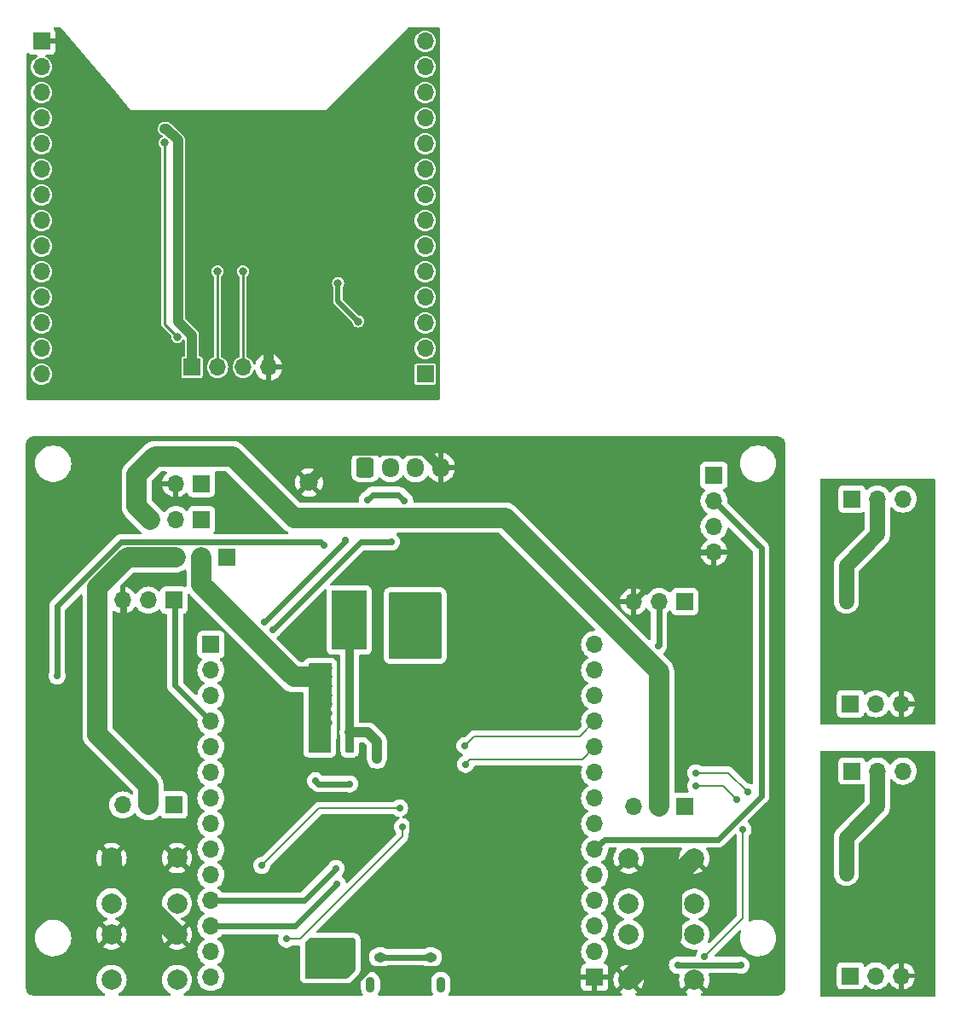
<source format=gbr>
%TF.GenerationSoftware,KiCad,Pcbnew,8.0.2*%
%TF.CreationDate,2024-05-05T14:46:41+02:00*%
%TF.ProjectId,Panelizacja,50616e65-6c69-47a6-9163-6a612e6b6963,rev?*%
%TF.SameCoordinates,Original*%
%TF.FileFunction,Copper,L2,Bot*%
%TF.FilePolarity,Positive*%
%FSLAX46Y46*%
G04 Gerber Fmt 4.6, Leading zero omitted, Abs format (unit mm)*
G04 Created by KiCad (PCBNEW 8.0.2) date 2024-05-05 14:46:41*
%MOMM*%
%LPD*%
G01*
G04 APERTURE LIST*
G04 Aperture macros list*
%AMRoundRect*
0 Rectangle with rounded corners*
0 $1 Rounding radius*
0 $2 $3 $4 $5 $6 $7 $8 $9 X,Y pos of 4 corners*
0 Add a 4 corners polygon primitive as box body*
4,1,4,$2,$3,$4,$5,$6,$7,$8,$9,$2,$3,0*
0 Add four circle primitives for the rounded corners*
1,1,$1+$1,$2,$3*
1,1,$1+$1,$4,$5*
1,1,$1+$1,$6,$7*
1,1,$1+$1,$8,$9*
0 Add four rect primitives between the rounded corners*
20,1,$1+$1,$2,$3,$4,$5,0*
20,1,$1+$1,$4,$5,$6,$7,0*
20,1,$1+$1,$6,$7,$8,$9,0*
20,1,$1+$1,$8,$9,$2,$3,0*%
G04 Aperture macros list end*
%TA.AperFunction,ComponentPad*%
%ADD10C,1.800000*%
%TD*%
%TA.AperFunction,ComponentPad*%
%ADD11R,1.700000X1.700000*%
%TD*%
%TA.AperFunction,ComponentPad*%
%ADD12O,1.700000X1.700000*%
%TD*%
%TA.AperFunction,ComponentPad*%
%ADD13C,2.000000*%
%TD*%
%TA.AperFunction,ComponentPad*%
%ADD14O,0.900000X1.550000*%
%TD*%
%TA.AperFunction,ComponentPad*%
%ADD15O,1.250000X0.950000*%
%TD*%
%TA.AperFunction,ComponentPad*%
%ADD16RoundRect,0.250000X-0.600000X-0.725000X0.600000X-0.725000X0.600000X0.725000X-0.600000X0.725000X0*%
%TD*%
%TA.AperFunction,ComponentPad*%
%ADD17O,1.700000X1.950000*%
%TD*%
%TA.AperFunction,ViaPad*%
%ADD18C,0.800000*%
%TD*%
%TA.AperFunction,ViaPad*%
%ADD19C,0.700000*%
%TD*%
%TA.AperFunction,ViaPad*%
%ADD20C,2.000000*%
%TD*%
%TA.AperFunction,ViaPad*%
%ADD21C,1.000000*%
%TD*%
%TA.AperFunction,Conductor*%
%ADD22C,0.250000*%
%TD*%
%TA.AperFunction,Conductor*%
%ADD23C,0.600000*%
%TD*%
%TA.AperFunction,Conductor*%
%ADD24C,1.500000*%
%TD*%
%TA.AperFunction,Conductor*%
%ADD25C,2.000000*%
%TD*%
%TA.AperFunction,Conductor*%
%ADD26C,1.000000*%
%TD*%
%TA.AperFunction,Conductor*%
%ADD27C,0.200000*%
%TD*%
%TA.AperFunction,Conductor*%
%ADD28C,0.300000*%
%TD*%
%TA.AperFunction,Conductor*%
%ADD29C,0.500000*%
%TD*%
G04 APERTURE END LIST*
D10*
%TO.P,J12,1,Pin_1*%
%TO.N,N/C*%
X39507121Y-66692878D03*
%TO.P,J12,2,Pin_2*%
X44507121Y-66692878D03*
%TD*%
D11*
%TO.P,J2,1,Pin_1*%
%TO.N,N/C*%
X72882121Y-115792878D03*
D12*
%TO.P,J2,2,Pin_2*%
X72882121Y-113252878D03*
%TO.P,J2,3,Pin_3*%
X72882121Y-110712878D03*
%TO.P,J2,4,Pin_4*%
X72882121Y-108172878D03*
%TO.P,J2,5,Pin_5*%
X72882121Y-105632878D03*
%TO.P,J2,6,Pin_6*%
X72882121Y-103092878D03*
%TO.P,J2,7,Pin_7*%
X72882121Y-100552878D03*
%TO.P,J2,8,Pin_8*%
X72882121Y-98012878D03*
%TO.P,J2,9,Pin_9*%
X72882121Y-95472878D03*
%TO.P,J2,10,Pin_10*%
X72882121Y-92932878D03*
%TO.P,J2,11,Pin_11*%
X72882121Y-90392878D03*
%TO.P,J2,12,Pin_12*%
X72882121Y-87852878D03*
%TO.P,J2,13,Pin_13*%
X72882121Y-85312878D03*
%TO.P,J2,14,Pin_14*%
X72882121Y-82772878D03*
%TD*%
D13*
%TO.P,SW4,1,1*%
%TO.N,N/C*%
X82757121Y-116042878D03*
X76257121Y-116042878D03*
%TO.P,SW4,2,2*%
X82757121Y-111542878D03*
X76257121Y-111542878D03*
%TD*%
D11*
%TO.P,J3,1,Pin_1*%
%TO.N,N/C*%
X31107121Y-98692878D03*
D12*
%TO.P,J3,2,Pin_2*%
X28567121Y-98692878D03*
%TO.P,J3,3,Pin_3*%
X26027121Y-98692878D03*
%TD*%
D11*
%TO.P,J9,1,Pin_1*%
%TO.N,N/C*%
X36387121Y-74092878D03*
D12*
%TO.P,J9,2,Pin_2*%
X33847121Y-74092878D03*
%TO.P,J9,3,Pin_3*%
X31307121Y-74092878D03*
%TD*%
D11*
%TO.P,J11,1,Pin_1*%
%TO.N,N/C*%
X84732121Y-65992878D03*
D12*
%TO.P,J11,2,Pin_2*%
X84732121Y-68532878D03*
%TO.P,J11,3,Pin_3*%
X84732121Y-71072878D03*
%TO.P,J11,4,Pin_4*%
X84732121Y-73612878D03*
%TD*%
D13*
%TO.P,SW3,1,1*%
%TO.N,N/C*%
X76257121Y-103992878D03*
X82757121Y-103992878D03*
%TO.P,SW3,2,2*%
X76257121Y-108492878D03*
X82757121Y-108492878D03*
%TD*%
D11*
%TO.P,J5,1,Pin_1*%
%TO.N,N/C*%
X81807121Y-78492878D03*
D12*
%TO.P,J5,2,Pin_2*%
X79267121Y-78492878D03*
%TO.P,J5,3,Pin_3*%
X76727121Y-78492878D03*
%TD*%
D11*
%TO.P,J6,1,Pin_1*%
%TO.N,N/C*%
X81807121Y-98812878D03*
D12*
%TO.P,J6,2,Pin_2*%
X79267121Y-98812878D03*
%TO.P,J6,3,Pin_3*%
X76727121Y-98812878D03*
%TD*%
D11*
%TO.P,J1,1,Pin_1*%
%TO.N,N/C*%
X34782121Y-82772878D03*
D12*
%TO.P,J1,2,Pin_2*%
X34782121Y-85312878D03*
%TO.P,J1,3,Pin_3*%
X34782121Y-87852878D03*
%TO.P,J1,4,Pin_4*%
X34782121Y-90392878D03*
%TO.P,J1,5,Pin_5*%
X34782121Y-92932878D03*
%TO.P,J1,6,Pin_6*%
X34782121Y-95472878D03*
%TO.P,J1,7,Pin_7*%
X34782121Y-98012878D03*
%TO.P,J1,8,Pin_8*%
X34782121Y-100552878D03*
%TO.P,J1,9,Pin_9*%
X34782121Y-103092878D03*
%TO.P,J1,10,Pin_10*%
X34782121Y-105632878D03*
%TO.P,J1,11,Pin_11*%
X34782121Y-108172878D03*
%TO.P,J1,12,Pin_12*%
X34782121Y-110712878D03*
%TO.P,J1,13,Pin_13*%
X34782121Y-113252878D03*
%TO.P,J1,14,Pin_14*%
X34782121Y-115792878D03*
%TD*%
D11*
%TO.P,J4,1,Pin_1*%
%TO.N,N/C*%
X31107121Y-78372878D03*
D12*
%TO.P,J4,2,Pin_2*%
X28567121Y-78372878D03*
%TO.P,J4,3,Pin_3*%
X26027121Y-78372878D03*
%TD*%
D11*
%TO.P,J10,1,Pin_1*%
%TO.N,N/C*%
X33847121Y-70392878D03*
D12*
%TO.P,J10,2,Pin_2*%
X31307121Y-70392878D03*
%TO.P,J10,3,Pin_3*%
X28767121Y-70392878D03*
%TD*%
D13*
%TO.P,SW2,1,1*%
%TO.N,N/C*%
X24907121Y-111542878D03*
X31407121Y-111542878D03*
%TO.P,SW2,2,2*%
X24907121Y-116042878D03*
X31407121Y-116042878D03*
%TD*%
%TO.P,SW1,1,1*%
%TO.N,N/C*%
X24907121Y-103942878D03*
X31407121Y-103942878D03*
%TO.P,SW1,2,2*%
X24907121Y-108442878D03*
X31407121Y-108442878D03*
%TD*%
D14*
%TO.P,J14,6,Shield*%
%TO.N,N/C*%
X50607121Y-116492878D03*
D15*
X51607121Y-113792878D03*
X56607121Y-113792878D03*
D14*
X57607121Y-116492878D03*
%TD*%
D11*
%TO.P,J8,1,Pin_1*%
%TO.N,N/C*%
X33832121Y-66792878D03*
D12*
%TO.P,J8,2,Pin_2*%
X31292121Y-66792878D03*
%TD*%
D11*
%TO.P,J3,1,Pin_1*%
%TO.N,N/C*%
X32900000Y-55250000D03*
D12*
%TO.P,J3,2,Pin_2*%
X35440000Y-55250000D03*
%TO.P,J3,3,Pin_3*%
X37980000Y-55250000D03*
%TO.P,J3,4,Pin_4*%
X40520000Y-55250000D03*
%TD*%
D16*
%TO.P,J7,1,Pin_1*%
%TO.N,N/C*%
X50107121Y-65192878D03*
D17*
%TO.P,J7,2,Pin_2*%
X52607121Y-65192878D03*
%TO.P,J7,3,Pin_3*%
X55107121Y-65192878D03*
%TO.P,J7,4,Pin_4*%
X57607121Y-65192878D03*
%TD*%
D11*
%TO.P,J2,1,Pin_1*%
%TO.N,N/C*%
X98407000Y-95320000D03*
D12*
%TO.P,J2,2,Pin_2*%
X100947000Y-95320000D03*
%TO.P,J2,3,Pin_3*%
X103487000Y-95320000D03*
%TD*%
D11*
%TO.P,J1,1,Pin_1*%
%TO.N,N/C*%
X98280000Y-88640000D03*
D12*
%TO.P,J1,2,Pin_2*%
X100820000Y-88640000D03*
%TO.P,J1,3,Pin_3*%
X103360000Y-88640000D03*
%TD*%
D11*
%TO.P,J1,1,Pin_1*%
%TO.N,N/C*%
X56060000Y-55940000D03*
D12*
%TO.P,J1,2,Pin_2*%
X56060000Y-53400000D03*
%TO.P,J1,3,Pin_3*%
X56060000Y-50860000D03*
%TO.P,J1,4,Pin_4*%
X56060000Y-48320000D03*
%TO.P,J1,5,Pin_5*%
X56060000Y-45780000D03*
%TO.P,J1,6,Pin_6*%
X56060000Y-43240000D03*
%TO.P,J1,7,Pin_7*%
X56060000Y-40700000D03*
%TO.P,J1,8,Pin_8*%
X56060000Y-38160000D03*
%TO.P,J1,9,Pin_9*%
X56060000Y-35620000D03*
%TO.P,J1,10,Pin_10*%
X56060000Y-33080000D03*
%TO.P,J1,11,Pin_11*%
X56060000Y-30540000D03*
%TO.P,J1,12,Pin_12*%
X56060000Y-28000000D03*
%TO.P,J1,13,Pin_13*%
X56060000Y-25460000D03*
%TO.P,J1,14,Pin_14*%
X56060000Y-22920000D03*
%TD*%
D11*
%TO.P,J1,1,Pin_1*%
%TO.N,N/C*%
X98280000Y-115640000D03*
D12*
%TO.P,J1,2,Pin_2*%
X100820000Y-115640000D03*
%TO.P,J1,3,Pin_3*%
X103360000Y-115640000D03*
%TD*%
D11*
%TO.P,J2,1,Pin_1*%
%TO.N,N/C*%
X98407000Y-68320000D03*
D12*
%TO.P,J2,2,Pin_2*%
X100947000Y-68320000D03*
%TO.P,J2,3,Pin_3*%
X103487000Y-68320000D03*
%TD*%
D11*
%TO.P,J2,1,Pin_1*%
%TO.N,N/C*%
X17960000Y-22920000D03*
D12*
%TO.P,J2,2,Pin_2*%
X17960000Y-25460000D03*
%TO.P,J2,3,Pin_3*%
X17960000Y-28000000D03*
%TO.P,J2,4,Pin_4*%
X17960000Y-30540000D03*
%TO.P,J2,5,Pin_5*%
X17960000Y-33080000D03*
%TO.P,J2,6,Pin_6*%
X17960000Y-35620000D03*
%TO.P,J2,7,Pin_7*%
X17960000Y-38160000D03*
%TO.P,J2,8,Pin_8*%
X17960000Y-40700000D03*
%TO.P,J2,9,Pin_9*%
X17960000Y-43240000D03*
%TO.P,J2,10,Pin_10*%
X17960000Y-45780000D03*
%TO.P,J2,11,Pin_11*%
X17960000Y-48320000D03*
%TO.P,J2,12,Pin_12*%
X17960000Y-50860000D03*
%TO.P,J2,13,Pin_13*%
X17960000Y-53400000D03*
%TO.P,J2,14,Pin_14*%
X17960000Y-55940000D03*
%TD*%
D18*
%TO.N,*%
X35800000Y-35700000D03*
X32700000Y-37400000D03*
D19*
X54457121Y-86992878D03*
X48557121Y-96592878D03*
D18*
X54607121Y-82683648D03*
D20*
X57607121Y-72792878D03*
D19*
X88089964Y-97410035D03*
D18*
X46407121Y-87792878D03*
D19*
X50657121Y-89092878D03*
D18*
X45407121Y-90492878D03*
X46407121Y-88692878D03*
D19*
X48107121Y-72392878D03*
D18*
X45407121Y-85092878D03*
D19*
X25907121Y-90992878D03*
D18*
X56607121Y-82683648D03*
X49857121Y-82792878D03*
X31450000Y-52250000D03*
D19*
X48107121Y-112892878D03*
D18*
X55507121Y-82683648D03*
X45407121Y-87792878D03*
D21*
X30200000Y-31600000D03*
D18*
X97884000Y-105480000D03*
D19*
X53457121Y-86992878D03*
D18*
X24500000Y-50000000D03*
D19*
X50307121Y-68392878D03*
X40057121Y-80542878D03*
X46007121Y-72892878D03*
D18*
X56007121Y-80783648D03*
D19*
X55457121Y-86992878D03*
D18*
X47157121Y-81892878D03*
X48957121Y-82792878D03*
X53507121Y-82683648D03*
X47400000Y-46900000D03*
X48557121Y-90592878D03*
D19*
X53781385Y-100867142D03*
D18*
X46407121Y-85992878D03*
X46407121Y-89592878D03*
X49400000Y-50700000D03*
D19*
X52707121Y-72592878D03*
D18*
X46407121Y-85092878D03*
X56007121Y-79883648D03*
X104488000Y-77972000D03*
X35700000Y-40400000D03*
X45407121Y-89592878D03*
D19*
X50657121Y-85092878D03*
X82907121Y-95492878D03*
X39807121Y-104692878D03*
X42307121Y-111992878D03*
D18*
X35450000Y-45750000D03*
X47157121Y-82792878D03*
D19*
X60007121Y-92792878D03*
X68507121Y-77992878D03*
X83807121Y-113692878D03*
D18*
X45407121Y-85992878D03*
X48057121Y-82792878D03*
X34300000Y-40400000D03*
X32700000Y-38800000D03*
D19*
X45157121Y-96292878D03*
D18*
X37400000Y-38800000D03*
D19*
X72857121Y-79042878D03*
X87407121Y-114592878D03*
D18*
X51257121Y-94092878D03*
D19*
X50657121Y-85892878D03*
D18*
X22400000Y-56200000D03*
D19*
X53507121Y-98992878D03*
X82907121Y-96792878D03*
X54007121Y-68492878D03*
D18*
X48557121Y-91492878D03*
X48057121Y-81892878D03*
X97884000Y-78480000D03*
D19*
X60057121Y-94642878D03*
X81107121Y-114592878D03*
X79207121Y-82892878D03*
D18*
X37400000Y-37400000D03*
X46407121Y-86892878D03*
X46407121Y-90492878D03*
D19*
X60107121Y-114892878D03*
D18*
X37950000Y-45750000D03*
D19*
X50657121Y-86692878D03*
X23107121Y-98592878D03*
D18*
X56007121Y-78983648D03*
D19*
X47307121Y-106492878D03*
D18*
X104488000Y-104972000D03*
D19*
X51207121Y-108592878D03*
X19507121Y-85892878D03*
D18*
X34300000Y-35700000D03*
D19*
X43907121Y-116892878D03*
X48107121Y-114892878D03*
X56557121Y-86992878D03*
X50657121Y-87492878D03*
X60107121Y-112892878D03*
X87007121Y-98192878D03*
X40907121Y-81292878D03*
X52557121Y-86192878D03*
D18*
X56007121Y-78083648D03*
D19*
X50657121Y-88292878D03*
D18*
X48957121Y-81892878D03*
X45407121Y-88692878D03*
X45407121Y-86892878D03*
D19*
X47207121Y-104992878D03*
D18*
X30200000Y-33000000D03*
D19*
X87607121Y-101092878D03*
D18*
X49857121Y-81892878D03*
%TD*%
D22*
%TO.N,*%
X30200000Y-33000000D02*
X30200000Y-51000000D01*
D23*
X40057121Y-80542878D02*
X48107121Y-72492878D01*
X54007121Y-68492878D02*
X53407121Y-67892878D01*
X85107121Y-102092878D02*
X73882121Y-102092878D01*
D24*
X100947000Y-71861000D02*
X97884000Y-74924000D01*
D23*
X23107121Y-102142878D02*
X24907121Y-103942878D01*
D25*
X82757121Y-103992878D02*
X80557121Y-106192878D01*
X24907121Y-105054148D02*
X24907121Y-103942878D01*
D23*
X79267121Y-78492878D02*
X79267121Y-82832878D01*
D26*
X47682121Y-63517878D02*
X44507121Y-66692878D01*
D22*
X24300000Y-54300000D02*
X22400000Y-56200000D01*
D27*
X43607121Y-111992878D02*
X42307121Y-111992878D01*
X60057121Y-94642878D02*
X60507121Y-94192878D01*
D22*
X35450000Y-46750000D02*
X35440000Y-46760000D01*
D25*
X29207121Y-64092878D02*
X27407121Y-65892878D01*
D22*
X24300000Y-50200000D02*
X24300000Y-54300000D01*
D23*
X84732121Y-73612878D02*
X81607121Y-73612878D01*
D25*
X64607121Y-79792878D02*
X57607121Y-72792878D01*
X80557121Y-106192878D02*
X80557121Y-111742878D01*
D26*
X55932121Y-63517878D02*
X47682121Y-63517878D01*
D27*
X53781385Y-101818614D02*
X43607121Y-111992878D01*
D23*
X51207121Y-108592878D02*
X55107121Y-108592878D01*
D25*
X31407121Y-111542878D02*
X31395851Y-111542878D01*
D23*
X48557121Y-83192878D02*
X48957121Y-82792878D01*
D25*
X43007121Y-70192878D02*
X39507121Y-66692878D01*
X64007121Y-70192878D02*
X43007121Y-70192878D01*
D23*
X26127121Y-78372878D02*
X26127121Y-90772878D01*
X34782121Y-110712878D02*
X43087121Y-110712878D01*
X48457121Y-116892878D02*
X50457121Y-114892878D01*
D25*
X79267121Y-98812878D02*
X79267121Y-85452878D01*
D27*
X62577121Y-83922878D02*
X68507121Y-77992878D01*
D23*
X50457121Y-114892878D02*
X60107121Y-114892878D01*
D27*
X83807121Y-113692878D02*
X87607121Y-109892878D01*
D24*
X100947000Y-98861000D02*
X97884000Y-101924000D01*
D23*
X81607121Y-73612878D02*
X76727121Y-78492878D01*
D27*
X85607121Y-96792878D02*
X82907121Y-96792878D01*
D26*
X32900000Y-52100000D02*
X32900000Y-55250000D01*
D23*
X45457121Y-96592878D02*
X45157121Y-96292878D01*
X55107121Y-108592878D02*
X55457121Y-108242878D01*
D26*
X51257121Y-92392878D02*
X50357121Y-91492878D01*
D25*
X27407121Y-65892878D02*
X27407121Y-69032878D01*
D23*
X31207121Y-86817878D02*
X31207121Y-78372878D01*
X89407121Y-73207878D02*
X89407121Y-97792878D01*
D27*
X86172807Y-95492878D02*
X82907121Y-95492878D01*
X71622121Y-94192878D02*
X72882121Y-92932878D01*
X59627121Y-83922878D02*
X62577121Y-83922878D01*
D23*
X48557121Y-91492878D02*
X48557121Y-83192878D01*
D27*
X53781385Y-100867142D02*
X53781385Y-101818614D01*
D25*
X23507121Y-91692878D02*
X28567121Y-96752878D01*
D26*
X50357121Y-91492878D02*
X48557121Y-91492878D01*
D22*
X37980000Y-45780000D02*
X37980000Y-55250000D01*
D28*
X103360000Y-79100000D02*
X103360000Y-87624000D01*
D24*
X100947000Y-68320000D02*
X100947000Y-71861000D01*
D23*
X19507121Y-85892878D02*
X19507121Y-78971558D01*
D26*
X31500000Y-50700000D02*
X32900000Y-52100000D01*
D23*
X87357121Y-114542878D02*
X87407121Y-114592878D01*
D25*
X62507121Y-86992878D02*
X64607121Y-84892878D01*
D22*
X35450000Y-45750000D02*
X35450000Y-46750000D01*
D25*
X64607121Y-84892878D02*
X64607121Y-79792878D01*
D26*
X30355635Y-31600000D02*
X31500000Y-32744365D01*
D25*
X31307121Y-74092878D02*
X26507121Y-74092878D01*
X39507121Y-66692878D02*
X36907121Y-64092878D01*
X72857121Y-79042878D02*
X64007121Y-70192878D01*
X31395851Y-111542878D02*
X24907121Y-105054148D01*
D23*
X56607121Y-113792878D02*
X51607121Y-113792878D01*
X81157121Y-114542878D02*
X87357121Y-114542878D01*
D25*
X23507121Y-77092878D02*
X23507121Y-91692878D01*
D23*
X73882121Y-102092878D02*
X72882121Y-103092878D01*
D27*
X56557121Y-86992878D02*
X59627121Y-83922878D01*
D25*
X43007121Y-85992878D02*
X45407121Y-85992878D01*
D22*
X35440000Y-46760000D02*
X35440000Y-55250000D01*
D28*
X104488000Y-77972000D02*
X103360000Y-79100000D01*
D27*
X60907121Y-91892878D02*
X71382121Y-91892878D01*
D23*
X48107121Y-72492878D02*
X48107121Y-72392878D01*
D24*
X97884000Y-74924000D02*
X97884000Y-78480000D01*
D22*
X37950000Y-45750000D02*
X37980000Y-45780000D01*
D25*
X60107121Y-112892878D02*
X55457121Y-108242878D01*
D23*
X23107121Y-98592878D02*
X23107121Y-102142878D01*
X84732121Y-68532878D02*
X89407121Y-73207878D01*
X25885801Y-72592878D02*
X45707121Y-72592878D01*
X34782121Y-108172878D02*
X44027121Y-108172878D01*
X44027121Y-108172878D02*
X47207121Y-104992878D01*
D22*
X24500000Y-50000000D02*
X24300000Y-50200000D01*
D25*
X79267121Y-85452878D02*
X72857121Y-79042878D01*
D28*
X103360000Y-106100000D02*
X103360000Y-114624000D01*
D26*
X40520000Y-41920000D02*
X37400000Y-38800000D01*
D23*
X50807121Y-67892878D02*
X50307121Y-68392878D01*
D28*
X104488000Y-104972000D02*
X103360000Y-106100000D01*
D27*
X45507121Y-98992878D02*
X39807121Y-104692878D01*
X88089964Y-97410035D02*
X86172807Y-95492878D01*
D26*
X30200000Y-31600000D02*
X30355635Y-31600000D01*
D27*
X71382121Y-91892878D02*
X72882121Y-90392878D01*
D23*
X53407121Y-67892878D02*
X50807121Y-67892878D01*
X34782121Y-90392878D02*
X31207121Y-86817878D01*
D22*
X30200000Y-51000000D02*
X31450000Y-52250000D01*
D23*
X43907121Y-116892878D02*
X48457121Y-116892878D01*
D27*
X60007121Y-92792878D02*
X60907121Y-91892878D01*
D23*
X48557121Y-96592878D02*
X45457121Y-96592878D01*
X81107121Y-114592878D02*
X81157121Y-114542878D01*
X26127121Y-90772878D02*
X25907121Y-90992878D01*
D25*
X27407121Y-69032878D02*
X28767121Y-70392878D01*
D26*
X57607121Y-65192878D02*
X55932121Y-63517878D01*
D24*
X100947000Y-95320000D02*
X100947000Y-98861000D01*
D23*
X45707121Y-72592878D02*
X46007121Y-72892878D01*
D29*
X47400000Y-48700000D02*
X49400000Y-50700000D01*
D25*
X80557121Y-111742878D02*
X76257121Y-116042878D01*
D23*
X49607121Y-72592878D02*
X52707121Y-72592878D01*
D27*
X53507121Y-98992878D02*
X45507121Y-98992878D01*
D26*
X40520000Y-55250000D02*
X40520000Y-41920000D01*
X51257121Y-94092878D02*
X51257121Y-92392878D01*
D25*
X33847121Y-76832878D02*
X43007121Y-85992878D01*
D23*
X40907121Y-81292878D02*
X49607121Y-72592878D01*
D25*
X33847121Y-74092878D02*
X33847121Y-76832878D01*
X26507121Y-74092878D02*
X23507121Y-77092878D01*
X55457121Y-86992878D02*
X62507121Y-86992878D01*
X55457121Y-108242878D02*
X55457121Y-86992878D01*
D29*
X47400000Y-46900000D02*
X47400000Y-48700000D01*
D27*
X60507121Y-94192878D02*
X71622121Y-94192878D01*
D23*
X43087121Y-110712878D02*
X47307121Y-106492878D01*
D27*
X87607121Y-109892878D02*
X87607121Y-101092878D01*
D23*
X19507121Y-78971558D02*
X25885801Y-72592878D01*
D24*
X97884000Y-101924000D02*
X97884000Y-105480000D01*
D23*
X89407121Y-97792878D02*
X85107121Y-102092878D01*
D26*
X31500000Y-32744365D02*
X31500000Y-50700000D01*
D27*
X87007121Y-98192878D02*
X85607121Y-96792878D01*
D25*
X36907121Y-64092878D02*
X29207121Y-64092878D01*
X28567121Y-96752878D02*
X28567121Y-98692878D01*
D23*
X79267121Y-82832878D02*
X79207121Y-82892878D01*
%TD*%
%TA.AperFunction,NonConductor*%
G36*
X16556961Y-58480315D02*
G01*
X16511206Y-58427511D01*
X16500000Y-58376000D01*
X16500000Y-24162034D01*
X16519685Y-24094995D01*
X16572489Y-24049240D01*
X16641647Y-24039296D01*
X16705203Y-24068321D01*
X16723266Y-24087722D01*
X16752813Y-24127191D01*
X16867907Y-24213351D01*
X16867914Y-24213355D01*
X17002621Y-24263597D01*
X17002628Y-24263599D01*
X17062156Y-24270000D01*
X17462813Y-24270000D01*
X17529852Y-24289685D01*
X17575607Y-24342489D01*
X17585551Y-24411647D01*
X17556526Y-24475203D01*
X17521267Y-24503358D01*
X17373550Y-24582315D01*
X17213590Y-24713590D01*
X17082315Y-24873550D01*
X16984768Y-25056046D01*
X16924700Y-25254066D01*
X16904417Y-25460000D01*
X16924700Y-25665934D01*
X16984768Y-25863954D01*
X17082315Y-26046450D01*
X17134298Y-26109791D01*
X17213590Y-26206411D01*
X17373548Y-26337683D01*
X17373547Y-26337683D01*
X17373550Y-26337685D01*
X17556046Y-26435232D01*
X17754066Y-26495300D01*
X17754068Y-26495301D01*
X17754066Y-26495301D01*
X17960000Y-26515583D01*
X18165933Y-26495301D01*
X18363957Y-26435231D01*
X18474102Y-26376357D01*
X18546450Y-26337685D01*
X18546452Y-26337684D01*
X18546453Y-26337683D01*
X18706411Y-26206411D01*
X18837683Y-26046453D01*
X18935231Y-25863957D01*
X18995301Y-25665933D01*
X19015583Y-25460000D01*
X18995301Y-25254068D01*
X18995300Y-25254066D01*
X18935232Y-25056046D01*
X18837685Y-24873550D01*
X18837683Y-24873548D01*
X18706411Y-24713590D01*
X18609791Y-24634298D01*
X18546450Y-24582315D01*
X18398733Y-24503358D01*
X18348889Y-24454395D01*
X18333429Y-24386257D01*
X18357261Y-24320578D01*
X18412819Y-24278209D01*
X18457187Y-24270000D01*
X18857845Y-24270000D01*
X18917373Y-24263599D01*
X18917380Y-24263597D01*
X19052087Y-24213355D01*
X19052094Y-24213351D01*
X19167188Y-24127191D01*
X19167191Y-24127188D01*
X19253351Y-24012094D01*
X19253355Y-24012087D01*
X19303597Y-23877380D01*
X19303599Y-23877373D01*
X19310000Y-23817845D01*
X19310000Y-23170000D01*
X18393012Y-23170000D01*
X18425925Y-23112993D01*
X18460000Y-22985826D01*
X18460000Y-22854174D01*
X18425925Y-22727007D01*
X18393012Y-22670000D01*
X19310000Y-22670000D01*
X19310000Y-22022156D01*
X19303599Y-21962628D01*
X19303597Y-21962621D01*
X19253355Y-21827914D01*
X19253351Y-21827907D01*
X19167191Y-21712813D01*
X19166059Y-21711681D01*
X19165293Y-21710277D01*
X19161875Y-21705712D01*
X19162532Y-21705221D01*
X19132574Y-21650358D01*
X19137558Y-21580666D01*
X19179430Y-21524733D01*
X19244894Y-21500316D01*
X19253740Y-21500000D01*
X19742816Y-21500000D01*
X19809855Y-21519685D01*
X19837126Y-21543491D01*
X25348780Y-28000000D01*
X19015583Y-28000000D01*
X18995301Y-27794068D01*
X18995300Y-27794066D01*
X18935232Y-27596046D01*
X18837685Y-27413550D01*
X18837683Y-27413548D01*
X18706411Y-27253590D01*
X18609791Y-27174298D01*
X18546450Y-27122315D01*
X18363954Y-27024768D01*
X18165934Y-26964700D01*
X18165935Y-26964700D01*
X18147471Y-26962882D01*
X17960000Y-26944417D01*
X17754066Y-26964700D01*
X17556046Y-27024768D01*
X17373550Y-27122315D01*
X17213590Y-27253590D01*
X17082315Y-27413550D01*
X16984768Y-27596046D01*
X16924700Y-27794066D01*
X16904417Y-28000000D01*
X16924700Y-28205934D01*
X16984768Y-28403954D01*
X17082315Y-28586450D01*
X17134298Y-28649791D01*
X17213590Y-28746411D01*
X17373548Y-28877683D01*
X17373547Y-28877683D01*
X17373550Y-28877685D01*
X17556046Y-28975232D01*
X17754066Y-29035300D01*
X17754068Y-29035301D01*
X17754066Y-29035301D01*
X17960000Y-29055583D01*
X18165933Y-29035301D01*
X18363957Y-28975231D01*
X18474102Y-28916357D01*
X18546450Y-28877685D01*
X18546452Y-28877684D01*
X18546453Y-28877683D01*
X18706411Y-28746411D01*
X18837683Y-28586453D01*
X18935231Y-28403957D01*
X18995301Y-28205933D01*
X19015583Y-28000000D01*
X25348780Y-28000000D01*
X26800000Y-29700000D01*
X46300000Y-29700000D01*
X46300001Y-29700000D01*
X54300000Y-21600001D01*
X54309292Y-21577368D01*
X54313220Y-21578981D01*
X54319685Y-21556961D01*
X54372489Y-21511206D01*
X54424000Y-21500000D01*
X57376000Y-21500000D01*
X57443039Y-21519685D01*
X57488794Y-21572489D01*
X57500000Y-21624000D01*
X57500000Y-22920000D01*
X57115583Y-22920000D01*
X57095301Y-22714068D01*
X57095300Y-22714066D01*
X57035232Y-22516046D01*
X56937685Y-22333550D01*
X56937683Y-22333548D01*
X56806411Y-22173590D01*
X56709791Y-22094298D01*
X56646450Y-22042315D01*
X56463954Y-21944768D01*
X56265934Y-21884700D01*
X56265935Y-21884700D01*
X56247471Y-21882882D01*
X56060000Y-21864417D01*
X55854066Y-21884700D01*
X55656046Y-21944768D01*
X55473550Y-22042315D01*
X55313590Y-22173590D01*
X55182315Y-22333550D01*
X55084768Y-22516046D01*
X55024700Y-22714066D01*
X55004417Y-22920000D01*
X55024700Y-23125934D01*
X55084768Y-23323954D01*
X55182315Y-23506450D01*
X55234298Y-23569791D01*
X55313590Y-23666411D01*
X55473548Y-23797683D01*
X55473547Y-23797683D01*
X55473550Y-23797685D01*
X55656046Y-23895232D01*
X55854066Y-23955300D01*
X55854068Y-23955301D01*
X55854066Y-23955301D01*
X56060000Y-23975583D01*
X56265933Y-23955301D01*
X56463957Y-23895231D01*
X56497366Y-23877373D01*
X56646450Y-23797685D01*
X56646452Y-23797684D01*
X56646453Y-23797683D01*
X56806411Y-23666411D01*
X56937683Y-23506453D01*
X57035231Y-23323957D01*
X57095301Y-23125933D01*
X57115583Y-22920000D01*
X57500000Y-22920000D01*
X57500000Y-25460000D01*
X57115583Y-25460000D01*
X57095301Y-25254068D01*
X57095300Y-25254066D01*
X57035232Y-25056046D01*
X56937685Y-24873550D01*
X56937683Y-24873548D01*
X56806411Y-24713590D01*
X56709791Y-24634298D01*
X56646450Y-24582315D01*
X56463954Y-24484768D01*
X56265934Y-24424700D01*
X56265935Y-24424700D01*
X56247471Y-24422882D01*
X56060000Y-24404417D01*
X55854066Y-24424700D01*
X55656046Y-24484768D01*
X55473550Y-24582315D01*
X55313590Y-24713590D01*
X55182315Y-24873550D01*
X55084768Y-25056046D01*
X55024700Y-25254066D01*
X55004417Y-25460000D01*
X55024700Y-25665934D01*
X55084768Y-25863954D01*
X55182315Y-26046450D01*
X55234298Y-26109791D01*
X55313590Y-26206411D01*
X55473548Y-26337683D01*
X55473547Y-26337683D01*
X55473550Y-26337685D01*
X55656046Y-26435232D01*
X55854066Y-26495300D01*
X55854068Y-26495301D01*
X55854066Y-26495301D01*
X56060000Y-26515583D01*
X56265933Y-26495301D01*
X56463957Y-26435231D01*
X56574102Y-26376357D01*
X56646450Y-26337685D01*
X56646452Y-26337684D01*
X56646453Y-26337683D01*
X56806411Y-26206411D01*
X56937683Y-26046453D01*
X57035231Y-25863957D01*
X57095301Y-25665933D01*
X57115583Y-25460000D01*
X57500000Y-25460000D01*
X57500000Y-28000000D01*
X57115583Y-28000000D01*
X57095301Y-27794068D01*
X57095300Y-27794066D01*
X57035232Y-27596046D01*
X56937685Y-27413550D01*
X56937683Y-27413548D01*
X56806411Y-27253590D01*
X56709791Y-27174298D01*
X56646450Y-27122315D01*
X56463954Y-27024768D01*
X56265934Y-26964700D01*
X56265935Y-26964700D01*
X56247471Y-26962882D01*
X56060000Y-26944417D01*
X55854066Y-26964700D01*
X55656046Y-27024768D01*
X55473550Y-27122315D01*
X55313590Y-27253590D01*
X55182315Y-27413550D01*
X55084768Y-27596046D01*
X55024700Y-27794066D01*
X55004417Y-28000000D01*
X55024700Y-28205934D01*
X55084768Y-28403954D01*
X55182315Y-28586450D01*
X55234298Y-28649791D01*
X55313590Y-28746411D01*
X55473548Y-28877683D01*
X55473547Y-28877683D01*
X55473550Y-28877685D01*
X55656046Y-28975232D01*
X55854066Y-29035300D01*
X55854068Y-29035301D01*
X55854066Y-29035301D01*
X56060000Y-29055583D01*
X56265933Y-29035301D01*
X56463957Y-28975231D01*
X56574102Y-28916357D01*
X56646450Y-28877685D01*
X56646452Y-28877684D01*
X56646453Y-28877683D01*
X56806411Y-28746411D01*
X56937683Y-28586453D01*
X57035231Y-28403957D01*
X57095301Y-28205933D01*
X57115583Y-28000000D01*
X57500000Y-28000000D01*
X57500000Y-30540000D01*
X57115583Y-30540000D01*
X57095301Y-30334068D01*
X57095300Y-30334066D01*
X57035232Y-30136046D01*
X56937685Y-29953550D01*
X56937683Y-29953548D01*
X56806411Y-29793590D01*
X56709791Y-29714298D01*
X56646450Y-29662315D01*
X56463954Y-29564768D01*
X56265934Y-29504700D01*
X56265935Y-29504700D01*
X56247471Y-29502882D01*
X56060000Y-29484417D01*
X55854066Y-29504700D01*
X55656046Y-29564768D01*
X55473550Y-29662315D01*
X55313590Y-29793590D01*
X55182315Y-29953550D01*
X55084768Y-30136046D01*
X55024700Y-30334066D01*
X55004417Y-30540000D01*
X19015583Y-30540000D01*
X18995301Y-30334068D01*
X18995300Y-30334066D01*
X18935232Y-30136046D01*
X18837685Y-29953550D01*
X18837683Y-29953548D01*
X18706411Y-29793590D01*
X18609791Y-29714298D01*
X18546450Y-29662315D01*
X18363954Y-29564768D01*
X18165934Y-29504700D01*
X18165935Y-29504700D01*
X18147471Y-29502882D01*
X17960000Y-29484417D01*
X17754066Y-29504700D01*
X17556046Y-29564768D01*
X17373550Y-29662315D01*
X17213590Y-29793590D01*
X17082315Y-29953550D01*
X16984768Y-30136046D01*
X16924700Y-30334066D01*
X16904417Y-30540000D01*
X16924700Y-30745934D01*
X16984768Y-30943954D01*
X17082315Y-31126450D01*
X17148581Y-31207196D01*
X17213590Y-31286411D01*
X17373548Y-31417683D01*
X17373547Y-31417683D01*
X17373550Y-31417685D01*
X17556046Y-31515232D01*
X17754066Y-31575300D01*
X17754068Y-31575301D01*
X17754066Y-31575301D01*
X17960000Y-31595583D01*
X18165933Y-31575301D01*
X18363957Y-31515231D01*
X18421193Y-31484637D01*
X18546450Y-31417685D01*
X18546452Y-31417684D01*
X18546453Y-31417683D01*
X18706411Y-31286411D01*
X18837683Y-31126453D01*
X18837685Y-31126450D01*
X18875402Y-31055887D01*
X18935231Y-30943957D01*
X18935232Y-30943955D01*
X18935232Y-30943954D01*
X18940551Y-30926420D01*
X18995301Y-30745933D01*
X19015583Y-30540000D01*
X55004417Y-30540000D01*
X55024700Y-30745934D01*
X55084768Y-30943954D01*
X55182315Y-31126450D01*
X55248581Y-31207196D01*
X55313590Y-31286411D01*
X55473548Y-31417683D01*
X55473547Y-31417683D01*
X55473550Y-31417685D01*
X55656046Y-31515232D01*
X55854066Y-31575300D01*
X55854068Y-31575301D01*
X55854066Y-31575301D01*
X56060000Y-31595583D01*
X56265933Y-31575301D01*
X56463957Y-31515231D01*
X56521193Y-31484637D01*
X56646450Y-31417685D01*
X56646452Y-31417684D01*
X56646453Y-31417683D01*
X56806411Y-31286411D01*
X56937683Y-31126453D01*
X56937685Y-31126450D01*
X56975402Y-31055887D01*
X57035231Y-30943957D01*
X57035232Y-30943955D01*
X57035232Y-30943954D01*
X57040551Y-30926420D01*
X57095301Y-30745933D01*
X57115583Y-30540000D01*
X57500000Y-30540000D01*
X57500000Y-33080000D01*
X57115583Y-33080000D01*
X57095301Y-32874068D01*
X57095300Y-32874066D01*
X57035232Y-32676046D01*
X56937685Y-32493550D01*
X56937683Y-32493548D01*
X56806411Y-32333590D01*
X56733287Y-32273580D01*
X56646450Y-32202315D01*
X56463954Y-32104768D01*
X56265934Y-32044700D01*
X56265935Y-32044700D01*
X56247471Y-32042882D01*
X56060000Y-32024417D01*
X55854066Y-32044700D01*
X55656046Y-32104768D01*
X55473550Y-32202315D01*
X55313590Y-32333590D01*
X55182315Y-32493550D01*
X55084768Y-32676046D01*
X55024700Y-32874066D01*
X55004417Y-33080000D01*
X55024700Y-33285934D01*
X55084768Y-33483954D01*
X55182315Y-33666450D01*
X55234298Y-33729791D01*
X55313590Y-33826411D01*
X55473548Y-33957683D01*
X55473547Y-33957683D01*
X55473550Y-33957685D01*
X55656046Y-34055232D01*
X55854066Y-34115300D01*
X55854068Y-34115301D01*
X55854066Y-34115301D01*
X56060000Y-34135583D01*
X56265933Y-34115301D01*
X56463957Y-34055231D01*
X56574102Y-33996357D01*
X56646450Y-33957685D01*
X56646452Y-33957684D01*
X56646453Y-33957683D01*
X56806411Y-33826411D01*
X56937683Y-33666453D01*
X57035231Y-33483957D01*
X57095301Y-33285933D01*
X57115583Y-33080000D01*
X57500000Y-33080000D01*
X57500000Y-35620000D01*
X57115583Y-35620000D01*
X57095301Y-35414068D01*
X57095300Y-35414066D01*
X57035232Y-35216046D01*
X56937685Y-35033550D01*
X56937683Y-35033548D01*
X56806411Y-34873590D01*
X56709791Y-34794298D01*
X56646450Y-34742315D01*
X56463954Y-34644768D01*
X56265934Y-34584700D01*
X56265935Y-34584700D01*
X56247471Y-34582882D01*
X56060000Y-34564417D01*
X55854066Y-34584700D01*
X55656046Y-34644768D01*
X55473550Y-34742315D01*
X55313590Y-34873590D01*
X55182315Y-35033550D01*
X55084768Y-35216046D01*
X55024700Y-35414066D01*
X55004417Y-35620000D01*
X55024700Y-35825934D01*
X55084768Y-36023954D01*
X55182315Y-36206450D01*
X55234298Y-36269791D01*
X55313590Y-36366411D01*
X55473548Y-36497683D01*
X55473547Y-36497683D01*
X55473550Y-36497685D01*
X55656046Y-36595232D01*
X55854066Y-36655300D01*
X55854068Y-36655301D01*
X55854066Y-36655301D01*
X56060000Y-36675583D01*
X56265933Y-36655301D01*
X56463957Y-36595231D01*
X56574102Y-36536357D01*
X56646450Y-36497685D01*
X56646452Y-36497684D01*
X56646453Y-36497683D01*
X56806411Y-36366411D01*
X56937683Y-36206453D01*
X57035231Y-36023957D01*
X57095301Y-35825933D01*
X57115583Y-35620000D01*
X57500000Y-35620000D01*
X57500000Y-38160000D01*
X57115583Y-38160000D01*
X57095301Y-37954068D01*
X57095300Y-37954066D01*
X57035232Y-37756046D01*
X56937685Y-37573550D01*
X56937683Y-37573548D01*
X56806411Y-37413590D01*
X56709791Y-37334298D01*
X56646450Y-37282315D01*
X56463954Y-37184768D01*
X56265934Y-37124700D01*
X56265935Y-37124700D01*
X56247471Y-37122882D01*
X56060000Y-37104417D01*
X55854066Y-37124700D01*
X55656046Y-37184768D01*
X55473550Y-37282315D01*
X55313590Y-37413590D01*
X55182315Y-37573550D01*
X55084768Y-37756046D01*
X55024700Y-37954066D01*
X55004417Y-38160000D01*
X55024700Y-38365934D01*
X55084768Y-38563954D01*
X55182315Y-38746450D01*
X55234298Y-38809791D01*
X55313590Y-38906411D01*
X55473548Y-39037683D01*
X55473547Y-39037683D01*
X55473550Y-39037685D01*
X55656046Y-39135232D01*
X55854066Y-39195300D01*
X55854068Y-39195301D01*
X55854066Y-39195301D01*
X56060000Y-39215583D01*
X56265933Y-39195301D01*
X56463957Y-39135231D01*
X56574102Y-39076357D01*
X56646450Y-39037685D01*
X56646452Y-39037684D01*
X56646453Y-39037683D01*
X56806411Y-38906411D01*
X56937683Y-38746453D01*
X57035231Y-38563957D01*
X57095301Y-38365933D01*
X57115583Y-38160000D01*
X57500000Y-38160000D01*
X57500000Y-40700000D01*
X57115583Y-40700000D01*
X57095301Y-40494068D01*
X57095300Y-40494066D01*
X57035232Y-40296046D01*
X56937685Y-40113550D01*
X56937683Y-40113548D01*
X56806411Y-39953590D01*
X56709791Y-39874298D01*
X56646450Y-39822315D01*
X56463954Y-39724768D01*
X56265934Y-39664700D01*
X56265935Y-39664700D01*
X56247471Y-39662882D01*
X56060000Y-39644417D01*
X55854066Y-39664700D01*
X55656046Y-39724768D01*
X55473550Y-39822315D01*
X55313590Y-39953590D01*
X55182315Y-40113550D01*
X55084768Y-40296046D01*
X55024700Y-40494066D01*
X55004417Y-40700000D01*
X55024700Y-40905934D01*
X55084768Y-41103954D01*
X55182315Y-41286450D01*
X55234298Y-41349791D01*
X55313590Y-41446411D01*
X55473548Y-41577683D01*
X55473547Y-41577683D01*
X55473550Y-41577685D01*
X55656046Y-41675232D01*
X55854066Y-41735300D01*
X55854068Y-41735301D01*
X55854066Y-41735301D01*
X56060000Y-41755583D01*
X56265933Y-41735301D01*
X56463957Y-41675231D01*
X56574102Y-41616357D01*
X56646450Y-41577685D01*
X56646452Y-41577684D01*
X56646453Y-41577683D01*
X56806411Y-41446411D01*
X56937683Y-41286453D01*
X57035231Y-41103957D01*
X57095301Y-40905933D01*
X57115583Y-40700000D01*
X57500000Y-40700000D01*
X57500000Y-43240000D01*
X57115583Y-43240000D01*
X57095301Y-43034068D01*
X57095300Y-43034066D01*
X57035232Y-42836046D01*
X56937685Y-42653550D01*
X56937683Y-42653548D01*
X56806411Y-42493590D01*
X56709791Y-42414298D01*
X56646450Y-42362315D01*
X56463954Y-42264768D01*
X56265934Y-42204700D01*
X56265935Y-42204700D01*
X56247471Y-42202882D01*
X56060000Y-42184417D01*
X55854066Y-42204700D01*
X55656046Y-42264768D01*
X55473550Y-42362315D01*
X55313590Y-42493590D01*
X55182315Y-42653550D01*
X55084768Y-42836046D01*
X55024700Y-43034066D01*
X55004417Y-43240000D01*
X55024700Y-43445934D01*
X55084768Y-43643954D01*
X55182315Y-43826450D01*
X55234298Y-43889791D01*
X55313590Y-43986411D01*
X55473548Y-44117683D01*
X55473547Y-44117683D01*
X55473550Y-44117685D01*
X55656046Y-44215232D01*
X55854066Y-44275300D01*
X55854068Y-44275301D01*
X55854066Y-44275301D01*
X56060000Y-44295583D01*
X56265933Y-44275301D01*
X56463957Y-44215231D01*
X56574102Y-44156357D01*
X56646450Y-44117685D01*
X56646452Y-44117684D01*
X56646453Y-44117683D01*
X56806411Y-43986411D01*
X56937683Y-43826453D01*
X57035231Y-43643957D01*
X57095301Y-43445933D01*
X57115583Y-43240000D01*
X57500000Y-43240000D01*
X57500000Y-45780000D01*
X57115583Y-45780000D01*
X57095301Y-45574068D01*
X57095300Y-45574066D01*
X57035232Y-45376046D01*
X56937685Y-45193550D01*
X56937683Y-45193548D01*
X56806411Y-45033590D01*
X56709791Y-44954298D01*
X56646450Y-44902315D01*
X56463954Y-44804768D01*
X56265934Y-44744700D01*
X56265935Y-44744700D01*
X56247471Y-44742882D01*
X56060000Y-44724417D01*
X55854066Y-44744700D01*
X55656046Y-44804768D01*
X55473550Y-44902315D01*
X55313590Y-45033590D01*
X55182315Y-45193550D01*
X55084768Y-45376046D01*
X55024700Y-45574066D01*
X55004417Y-45780000D01*
X55024700Y-45985934D01*
X55084768Y-46183954D01*
X55182315Y-46366450D01*
X55234298Y-46429791D01*
X55313590Y-46526411D01*
X55473548Y-46657683D01*
X55473547Y-46657683D01*
X55473550Y-46657685D01*
X55656046Y-46755232D01*
X55854066Y-46815300D01*
X55854068Y-46815301D01*
X55854066Y-46815301D01*
X56060000Y-46835583D01*
X56265933Y-46815301D01*
X56463957Y-46755231D01*
X56574102Y-46696357D01*
X56646450Y-46657685D01*
X56646452Y-46657684D01*
X56646453Y-46657683D01*
X56806411Y-46526411D01*
X56937683Y-46366453D01*
X57035231Y-46183957D01*
X57035232Y-46183955D01*
X57035232Y-46183954D01*
X57042102Y-46161308D01*
X57095301Y-45985933D01*
X57115583Y-45780000D01*
X57500000Y-45780000D01*
X57500000Y-48320000D01*
X57115583Y-48320000D01*
X57095301Y-48114068D01*
X57095300Y-48114066D01*
X57035232Y-47916046D01*
X56937685Y-47733550D01*
X56937683Y-47733548D01*
X56806411Y-47573590D01*
X56709791Y-47494298D01*
X56646450Y-47442315D01*
X56463954Y-47344768D01*
X56265934Y-47284700D01*
X56265935Y-47284700D01*
X56247471Y-47282882D01*
X56060000Y-47264417D01*
X55854066Y-47284700D01*
X55656046Y-47344768D01*
X55473550Y-47442315D01*
X55313590Y-47573590D01*
X55182315Y-47733550D01*
X55084768Y-47916046D01*
X55024700Y-48114066D01*
X55004417Y-48320000D01*
X55024700Y-48525934D01*
X55084768Y-48723954D01*
X55182315Y-48906450D01*
X55239899Y-48976617D01*
X55313590Y-49066411D01*
X55473548Y-49197683D01*
X55473547Y-49197683D01*
X55473550Y-49197685D01*
X55656046Y-49295232D01*
X55854066Y-49355300D01*
X55854068Y-49355301D01*
X55854066Y-49355301D01*
X56060000Y-49375583D01*
X56265933Y-49355301D01*
X56463957Y-49295231D01*
X56574102Y-49236357D01*
X56646450Y-49197685D01*
X56646452Y-49197684D01*
X56646453Y-49197683D01*
X56806411Y-49066411D01*
X56937683Y-48906453D01*
X56937685Y-48906450D01*
X56976357Y-48834102D01*
X57035231Y-48723957D01*
X57095301Y-48525933D01*
X57115583Y-48320000D01*
X57500000Y-48320000D01*
X57500000Y-50860000D01*
X57115583Y-50860000D01*
X57095301Y-50654068D01*
X57095300Y-50654066D01*
X57035232Y-50456046D01*
X56937685Y-50273550D01*
X56903031Y-50231323D01*
X56806411Y-50113590D01*
X56709791Y-50034298D01*
X56646450Y-49982315D01*
X56463954Y-49884768D01*
X56265934Y-49824700D01*
X56265935Y-49824700D01*
X56247471Y-49822882D01*
X56060000Y-49804417D01*
X55854066Y-49824700D01*
X55656046Y-49884768D01*
X55473550Y-49982315D01*
X55313590Y-50113590D01*
X55182315Y-50273550D01*
X55084768Y-50456046D01*
X55024700Y-50654066D01*
X55020176Y-50699999D01*
X50005682Y-50699999D01*
X49985045Y-50543240D01*
X49985044Y-50543238D01*
X49924536Y-50397159D01*
X49828282Y-50271718D01*
X49702841Y-50175464D01*
X49556762Y-50114956D01*
X49477917Y-50104576D01*
X49414022Y-50076311D01*
X49406422Y-50069319D01*
X47886819Y-48549716D01*
X47853334Y-48488393D01*
X47850500Y-48462035D01*
X47850500Y-47341420D01*
X47870185Y-47274381D01*
X47876124Y-47265934D01*
X47924536Y-47202843D01*
X47985044Y-47056763D01*
X47985045Y-47056761D01*
X48005682Y-46900002D01*
X48005682Y-46899999D01*
X47985045Y-46743240D01*
X47985044Y-46743238D01*
X47924536Y-46597159D01*
X47828282Y-46471718D01*
X47702841Y-46375464D01*
X47556762Y-46314956D01*
X47478381Y-46304637D01*
X47400001Y-46294318D01*
X47400000Y-46294318D01*
X47399999Y-46294318D01*
X47347746Y-46301198D01*
X47243238Y-46314956D01*
X47097159Y-46375464D01*
X46971718Y-46471718D01*
X46875464Y-46597159D01*
X46814956Y-46743238D01*
X46794318Y-46900000D01*
X46814956Y-47056762D01*
X46875464Y-47202841D01*
X46875465Y-47202842D01*
X46875465Y-47202843D01*
X46923876Y-47265934D01*
X46949070Y-47331104D01*
X46949500Y-47341420D01*
X46949500Y-48759307D01*
X46949500Y-48759309D01*
X46980201Y-48873886D01*
X46980201Y-48873887D01*
X47039511Y-48976614D01*
X48769319Y-50706422D01*
X48802804Y-50767745D01*
X48804575Y-50777903D01*
X48814956Y-50856762D01*
X48875464Y-51002841D01*
X48971718Y-51128282D01*
X49097159Y-51224536D01*
X49192330Y-51263957D01*
X49243238Y-51285044D01*
X49243240Y-51285045D01*
X49399999Y-51305682D01*
X49400001Y-51305682D01*
X49556761Y-51285045D01*
X49556763Y-51285044D01*
X49702840Y-51224537D01*
X49828282Y-51128282D01*
X49924537Y-51002840D01*
X49985044Y-50856763D01*
X49985045Y-50856761D01*
X50005682Y-50700002D01*
X50005682Y-50699999D01*
X55020176Y-50699999D01*
X55004417Y-50860000D01*
X55024700Y-51065934D01*
X55084768Y-51263954D01*
X55182315Y-51446450D01*
X55234298Y-51509791D01*
X55313590Y-51606411D01*
X55473548Y-51737683D01*
X55473547Y-51737683D01*
X55473550Y-51737685D01*
X55656046Y-51835232D01*
X55854066Y-51895300D01*
X55854068Y-51895301D01*
X55854066Y-51895301D01*
X56060000Y-51915583D01*
X56265933Y-51895301D01*
X56463957Y-51835231D01*
X56574102Y-51776357D01*
X56646450Y-51737685D01*
X56646452Y-51737684D01*
X56646453Y-51737683D01*
X56806411Y-51606411D01*
X56937683Y-51446453D01*
X57035231Y-51263957D01*
X57095301Y-51065933D01*
X57115583Y-50860000D01*
X57500000Y-50860000D01*
X57500000Y-53400000D01*
X57115583Y-53400000D01*
X57095301Y-53194068D01*
X57095300Y-53194066D01*
X57035232Y-52996046D01*
X56937685Y-52813550D01*
X56937683Y-52813548D01*
X56806411Y-52653590D01*
X56741160Y-52600041D01*
X56646450Y-52522315D01*
X56463954Y-52424768D01*
X56265934Y-52364700D01*
X56265935Y-52364700D01*
X56247471Y-52362882D01*
X56060000Y-52344417D01*
X55854066Y-52364700D01*
X55656046Y-52424768D01*
X55473550Y-52522315D01*
X55313590Y-52653590D01*
X55182315Y-52813550D01*
X55084768Y-52996046D01*
X55024700Y-53194066D01*
X55004417Y-53400000D01*
X55024700Y-53605934D01*
X55084768Y-53803954D01*
X55182315Y-53986450D01*
X55255396Y-54075500D01*
X55313590Y-54146411D01*
X55431323Y-54243031D01*
X55473550Y-54277685D01*
X55656046Y-54375232D01*
X55854066Y-54435300D01*
X55854068Y-54435301D01*
X55854066Y-54435301D01*
X56060000Y-54455583D01*
X56265933Y-54435301D01*
X56463957Y-54375231D01*
X56563975Y-54321769D01*
X56646450Y-54277685D01*
X56646452Y-54277684D01*
X56646453Y-54277683D01*
X56806411Y-54146411D01*
X56937683Y-53986453D01*
X56937685Y-53986450D01*
X56973542Y-53919367D01*
X57035231Y-53803957D01*
X57095301Y-53605933D01*
X57115583Y-53400000D01*
X57500000Y-53400000D01*
X57500000Y-55070248D01*
X57110500Y-55070248D01*
X57098869Y-55011771D01*
X57098868Y-55011770D01*
X57054553Y-54945448D01*
X56988231Y-54901133D01*
X56988230Y-54901132D01*
X56929753Y-54889501D01*
X56929750Y-54889500D01*
X56929748Y-54889500D01*
X55190250Y-54889500D01*
X55190249Y-54889501D01*
X55175432Y-54892448D01*
X55131771Y-54901132D01*
X55131771Y-54901133D01*
X55131769Y-54901133D01*
X55065448Y-54945448D01*
X55028997Y-55000000D01*
X41850636Y-55000000D01*
X41793433Y-54786514D01*
X41793430Y-54786508D01*
X41693601Y-54572422D01*
X41558106Y-54378918D01*
X41391083Y-54211895D01*
X41197579Y-54076400D01*
X40983493Y-53976571D01*
X40983484Y-53976567D01*
X40770000Y-53919366D01*
X40770000Y-54816988D01*
X40712993Y-54784075D01*
X40585826Y-54750000D01*
X40454174Y-54750000D01*
X40327007Y-54784075D01*
X40270000Y-54816988D01*
X40270000Y-53919367D01*
X40056517Y-53976567D01*
X40056508Y-53976571D01*
X39842422Y-54076400D01*
X39648918Y-54211895D01*
X39481895Y-54378918D01*
X39346400Y-54572422D01*
X39246571Y-54786508D01*
X39246567Y-54786517D01*
X39213842Y-54908650D01*
X39177478Y-54968310D01*
X39114631Y-54998840D01*
X39045255Y-54990546D01*
X38991377Y-54946061D01*
X38975407Y-54912553D01*
X38955232Y-54846046D01*
X38857685Y-54663550D01*
X38857683Y-54663548D01*
X38726411Y-54503590D01*
X38667913Y-54455583D01*
X38566450Y-54372315D01*
X38383954Y-54274768D01*
X38383949Y-54274767D01*
X38382049Y-54273979D01*
X38381204Y-54273299D01*
X38378581Y-54271896D01*
X38378847Y-54271399D01*
X38327645Y-54230138D01*
X38305579Y-54163844D01*
X38305500Y-54159417D01*
X38305500Y-46295281D01*
X38325185Y-46228242D01*
X38354012Y-46196907D01*
X38378278Y-46178287D01*
X38474537Y-46052840D01*
X38535044Y-45906763D01*
X38535045Y-45906761D01*
X38555682Y-45750002D01*
X38555682Y-45749999D01*
X38535045Y-45593240D01*
X38535044Y-45593238D01*
X38474536Y-45447159D01*
X38378282Y-45321718D01*
X38252841Y-45225464D01*
X38106762Y-45164956D01*
X38028381Y-45154637D01*
X37950001Y-45144318D01*
X37950000Y-45144318D01*
X37949999Y-45144318D01*
X37897746Y-45151198D01*
X37793238Y-45164956D01*
X37647159Y-45225464D01*
X37521718Y-45321718D01*
X37425464Y-45447159D01*
X37364956Y-45593238D01*
X37344318Y-45750000D01*
X37348268Y-45780000D01*
X37364956Y-45906761D01*
X37364956Y-45906762D01*
X37425464Y-46052841D01*
X37521718Y-46178282D01*
X37605989Y-46242945D01*
X37647189Y-46299371D01*
X37654500Y-46341319D01*
X37654500Y-54159417D01*
X37634815Y-54226456D01*
X37582011Y-54272211D01*
X37577951Y-54273979D01*
X37576055Y-54274766D01*
X37576046Y-54274768D01*
X37393550Y-54372315D01*
X37233590Y-54503590D01*
X37102315Y-54663550D01*
X37004768Y-54846046D01*
X36944700Y-55044066D01*
X36924417Y-55250000D01*
X36495583Y-55250000D01*
X36475301Y-55044068D01*
X36445571Y-54946061D01*
X36415232Y-54846046D01*
X36317685Y-54663550D01*
X36317683Y-54663548D01*
X36186411Y-54503590D01*
X36127913Y-54455583D01*
X36026450Y-54372315D01*
X35843954Y-54274768D01*
X35843949Y-54274767D01*
X35842049Y-54273979D01*
X35841204Y-54273299D01*
X35838581Y-54271896D01*
X35838847Y-54271399D01*
X35787645Y-54230138D01*
X35765579Y-54163844D01*
X35765500Y-54159417D01*
X35765500Y-46846499D01*
X35769725Y-46814407D01*
X35775500Y-46792855D01*
X35775500Y-46318301D01*
X35795185Y-46251262D01*
X35824012Y-46219926D01*
X35878280Y-46178285D01*
X35974537Y-46052840D01*
X36035044Y-45906763D01*
X36035045Y-45906761D01*
X36055682Y-45750002D01*
X36055682Y-45749999D01*
X36035045Y-45593240D01*
X36035044Y-45593238D01*
X35974536Y-45447159D01*
X35878282Y-45321718D01*
X35752841Y-45225464D01*
X35606762Y-45164956D01*
X35528381Y-45154637D01*
X35450001Y-45144318D01*
X35450000Y-45144318D01*
X35449999Y-45144318D01*
X35397746Y-45151198D01*
X35293238Y-45164956D01*
X35147159Y-45225464D01*
X35021718Y-45321718D01*
X34925464Y-45447159D01*
X34864956Y-45593238D01*
X34844318Y-45750000D01*
X34848268Y-45780000D01*
X34864956Y-45906761D01*
X34864956Y-45906762D01*
X34925464Y-46052841D01*
X35021718Y-46178282D01*
X35021720Y-46178284D01*
X35021721Y-46178285D01*
X35075988Y-46219926D01*
X35117190Y-46276354D01*
X35124500Y-46318301D01*
X35124500Y-46663502D01*
X35120275Y-46695595D01*
X35114500Y-46717147D01*
X35114500Y-46802853D01*
X35114500Y-54159417D01*
X35094815Y-54226456D01*
X35042011Y-54272211D01*
X35037951Y-54273979D01*
X35036055Y-54274766D01*
X35036046Y-54274768D01*
X34853550Y-54372315D01*
X34843884Y-54380248D01*
X33950500Y-54380248D01*
X33938869Y-54321771D01*
X33938868Y-54321770D01*
X33894553Y-54255448D01*
X33828231Y-54211133D01*
X33828230Y-54211132D01*
X33769753Y-54199501D01*
X33769750Y-54199500D01*
X33769748Y-54199500D01*
X33724500Y-54199500D01*
X33657461Y-54179815D01*
X33611706Y-54127011D01*
X33600500Y-54075500D01*
X33600500Y-52168994D01*
X33600500Y-52031006D01*
X33600500Y-52031004D01*
X33600501Y-52031004D01*
X33573582Y-51895678D01*
X33573579Y-51895668D01*
X33520778Y-51768193D01*
X33444113Y-51653455D01*
X33444112Y-51653454D01*
X32236819Y-50446162D01*
X32203334Y-50384839D01*
X32200500Y-50358481D01*
X32200500Y-32813359D01*
X32200500Y-32675371D01*
X32200500Y-32675369D01*
X32200501Y-32675369D01*
X32173582Y-32540043D01*
X32173579Y-32540033D01*
X32120778Y-32412558D01*
X32044113Y-32297820D01*
X30802181Y-31055888D01*
X30687443Y-30979223D01*
X30580163Y-30934787D01*
X30559963Y-30926420D01*
X30559959Y-30926420D01*
X30559958Y-30926419D01*
X30424631Y-30899500D01*
X30424628Y-30899500D01*
X30114942Y-30899500D01*
X30114942Y-30899501D01*
X30050494Y-30915386D01*
X30045025Y-30916604D01*
X29995672Y-30926420D01*
X29989583Y-30928943D01*
X29971796Y-30934784D01*
X29949775Y-30940210D01*
X29907551Y-30962372D01*
X29897394Y-30967129D01*
X29868189Y-30979225D01*
X29847086Y-30993327D01*
X29835829Y-31000015D01*
X29799148Y-31019266D01*
X29777488Y-31038456D01*
X29764165Y-31048733D01*
X29753458Y-31055886D01*
X29722270Y-31087076D01*
X29716867Y-31092162D01*
X29671817Y-31132071D01*
X29666064Y-31140408D01*
X29659357Y-31148419D01*
X29659754Y-31148745D01*
X29655887Y-31153457D01*
X29655886Y-31153458D01*
X29620966Y-31205721D01*
X29620061Y-31207054D01*
X29575182Y-31272070D01*
X29549413Y-31340022D01*
X29548074Y-31343399D01*
X29526420Y-31395672D01*
X29526354Y-31396004D01*
X29520679Y-31415789D01*
X29514860Y-31431128D01*
X29508363Y-31484650D01*
X29506884Y-31493891D01*
X29499500Y-31531004D01*
X29499500Y-31550127D01*
X29498596Y-31565074D01*
X29494355Y-31600000D01*
X29498596Y-31634929D01*
X29499500Y-31649875D01*
X29499500Y-31668994D01*
X29506884Y-31706111D01*
X29508363Y-31715360D01*
X29514860Y-31768871D01*
X29520677Y-31784208D01*
X29526356Y-31804003D01*
X29526420Y-31804328D01*
X29548058Y-31856564D01*
X29549424Y-31860009D01*
X29575182Y-31927930D01*
X29619985Y-31992838D01*
X29621037Y-31994388D01*
X29655883Y-32046538D01*
X29659751Y-32051252D01*
X29659372Y-32051564D01*
X29666060Y-32059588D01*
X29671817Y-32067929D01*
X29716855Y-32107829D01*
X29722293Y-32112949D01*
X29753455Y-32144111D01*
X29753458Y-32144114D01*
X29753623Y-32144225D01*
X29764160Y-32151266D01*
X29777487Y-32161546D01*
X29799145Y-32180732D01*
X29799150Y-32180735D01*
X29835838Y-32199991D01*
X29847097Y-32206682D01*
X29868189Y-32220775D01*
X29897401Y-32232876D01*
X29907557Y-32237633D01*
X29921807Y-32245112D01*
X29972019Y-32293696D01*
X29987994Y-32361715D01*
X29964659Y-32427573D01*
X29911633Y-32469469D01*
X29897159Y-32475464D01*
X29771718Y-32571718D01*
X29675464Y-32697159D01*
X29614956Y-32843238D01*
X29594318Y-33000000D01*
X29604850Y-33080000D01*
X19015583Y-33080000D01*
X18995301Y-32874068D01*
X18995300Y-32874066D01*
X18935232Y-32676046D01*
X18837685Y-32493550D01*
X18837683Y-32493548D01*
X18706411Y-32333590D01*
X18633287Y-32273580D01*
X18546450Y-32202315D01*
X18363954Y-32104768D01*
X18165934Y-32044700D01*
X18165935Y-32044700D01*
X18147471Y-32042882D01*
X17960000Y-32024417D01*
X17754066Y-32044700D01*
X17556046Y-32104768D01*
X17373550Y-32202315D01*
X17213590Y-32333590D01*
X17082315Y-32493550D01*
X16984768Y-32676046D01*
X16924700Y-32874066D01*
X16904417Y-33080000D01*
X16924700Y-33285934D01*
X16984768Y-33483954D01*
X17082315Y-33666450D01*
X17134298Y-33729791D01*
X17213590Y-33826411D01*
X17373548Y-33957683D01*
X17373547Y-33957683D01*
X17373550Y-33957685D01*
X17556046Y-34055232D01*
X17754066Y-34115300D01*
X17754068Y-34115301D01*
X17754066Y-34115301D01*
X17960000Y-34135583D01*
X18165933Y-34115301D01*
X18363957Y-34055231D01*
X18474102Y-33996357D01*
X18546450Y-33957685D01*
X18546452Y-33957684D01*
X18546453Y-33957683D01*
X18706411Y-33826411D01*
X18837683Y-33666453D01*
X18935231Y-33483957D01*
X18995301Y-33285933D01*
X19015583Y-33080000D01*
X29604850Y-33080000D01*
X29614956Y-33156762D01*
X29675464Y-33302841D01*
X29771718Y-33428282D01*
X29771720Y-33428284D01*
X29771721Y-33428285D01*
X29825988Y-33469926D01*
X29867190Y-33526354D01*
X29874500Y-33568301D01*
X29874500Y-35620000D01*
X19015583Y-35620000D01*
X18995301Y-35414068D01*
X18995300Y-35414066D01*
X18935232Y-35216046D01*
X18837685Y-35033550D01*
X18837683Y-35033548D01*
X18706411Y-34873590D01*
X18609791Y-34794298D01*
X18546450Y-34742315D01*
X18363954Y-34644768D01*
X18165934Y-34584700D01*
X18165935Y-34584700D01*
X18147471Y-34582882D01*
X17960000Y-34564417D01*
X17754066Y-34584700D01*
X17556046Y-34644768D01*
X17373550Y-34742315D01*
X17213590Y-34873590D01*
X17082315Y-35033550D01*
X16984768Y-35216046D01*
X16924700Y-35414066D01*
X16904417Y-35620000D01*
X16924700Y-35825934D01*
X16984768Y-36023954D01*
X17082315Y-36206450D01*
X17134298Y-36269791D01*
X17213590Y-36366411D01*
X17373548Y-36497683D01*
X17373547Y-36497683D01*
X17373550Y-36497685D01*
X17556046Y-36595232D01*
X17754066Y-36655300D01*
X17754068Y-36655301D01*
X17754066Y-36655301D01*
X17960000Y-36675583D01*
X18165933Y-36655301D01*
X18363957Y-36595231D01*
X18474102Y-36536357D01*
X18546450Y-36497685D01*
X18546452Y-36497684D01*
X18546453Y-36497683D01*
X18706411Y-36366411D01*
X18837683Y-36206453D01*
X18935231Y-36023957D01*
X18995301Y-35825933D01*
X19015583Y-35620000D01*
X29874500Y-35620000D01*
X29874500Y-38160000D01*
X19015583Y-38160000D01*
X18995301Y-37954068D01*
X18995300Y-37954066D01*
X18935232Y-37756046D01*
X18837685Y-37573550D01*
X18837683Y-37573548D01*
X18706411Y-37413590D01*
X18609791Y-37334298D01*
X18546450Y-37282315D01*
X18363954Y-37184768D01*
X18165934Y-37124700D01*
X18165935Y-37124700D01*
X18147471Y-37122882D01*
X17960000Y-37104417D01*
X17754066Y-37124700D01*
X17556046Y-37184768D01*
X17373550Y-37282315D01*
X17213590Y-37413590D01*
X17082315Y-37573550D01*
X16984768Y-37756046D01*
X16924700Y-37954066D01*
X16904417Y-38160000D01*
X16924700Y-38365934D01*
X16984768Y-38563954D01*
X17082315Y-38746450D01*
X17134298Y-38809791D01*
X17213590Y-38906411D01*
X17373548Y-39037683D01*
X17373547Y-39037683D01*
X17373550Y-39037685D01*
X17556046Y-39135232D01*
X17754066Y-39195300D01*
X17754068Y-39195301D01*
X17754066Y-39195301D01*
X17960000Y-39215583D01*
X18165933Y-39195301D01*
X18363957Y-39135231D01*
X18474102Y-39076357D01*
X18546450Y-39037685D01*
X18546452Y-39037684D01*
X18546453Y-39037683D01*
X18706411Y-38906411D01*
X18837683Y-38746453D01*
X18935231Y-38563957D01*
X18995301Y-38365933D01*
X19015583Y-38160000D01*
X29874500Y-38160000D01*
X29874500Y-40700000D01*
X19015583Y-40700000D01*
X18995301Y-40494068D01*
X18995300Y-40494066D01*
X18935232Y-40296046D01*
X18837685Y-40113550D01*
X18837683Y-40113548D01*
X18706411Y-39953590D01*
X18609791Y-39874298D01*
X18546450Y-39822315D01*
X18363954Y-39724768D01*
X18165934Y-39664700D01*
X18165935Y-39664700D01*
X18147471Y-39662882D01*
X17960000Y-39644417D01*
X17754066Y-39664700D01*
X17556046Y-39724768D01*
X17373550Y-39822315D01*
X17213590Y-39953590D01*
X17082315Y-40113550D01*
X16984768Y-40296046D01*
X16924700Y-40494066D01*
X16904417Y-40700000D01*
X16924700Y-40905934D01*
X16984768Y-41103954D01*
X17082315Y-41286450D01*
X17134298Y-41349791D01*
X17213590Y-41446411D01*
X17373548Y-41577683D01*
X17373547Y-41577683D01*
X17373550Y-41577685D01*
X17556046Y-41675232D01*
X17754066Y-41735300D01*
X17754068Y-41735301D01*
X17754066Y-41735301D01*
X17960000Y-41755583D01*
X18165933Y-41735301D01*
X18363957Y-41675231D01*
X18474102Y-41616357D01*
X18546450Y-41577685D01*
X18546452Y-41577684D01*
X18546453Y-41577683D01*
X18706411Y-41446411D01*
X18837683Y-41286453D01*
X18935231Y-41103957D01*
X18995301Y-40905933D01*
X19015583Y-40700000D01*
X29874500Y-40700000D01*
X29874500Y-43240000D01*
X19015583Y-43240000D01*
X18995301Y-43034068D01*
X18995300Y-43034066D01*
X18935232Y-42836046D01*
X18837685Y-42653550D01*
X18837683Y-42653548D01*
X18706411Y-42493590D01*
X18609791Y-42414298D01*
X18546450Y-42362315D01*
X18363954Y-42264768D01*
X18165934Y-42204700D01*
X18165935Y-42204700D01*
X18147471Y-42202882D01*
X17960000Y-42184417D01*
X17754066Y-42204700D01*
X17556046Y-42264768D01*
X17373550Y-42362315D01*
X17213590Y-42493590D01*
X17082315Y-42653550D01*
X16984768Y-42836046D01*
X16924700Y-43034066D01*
X16904417Y-43240000D01*
X16924700Y-43445934D01*
X16984768Y-43643954D01*
X17082315Y-43826450D01*
X17134298Y-43889791D01*
X17213590Y-43986411D01*
X17373548Y-44117683D01*
X17373547Y-44117683D01*
X17373550Y-44117685D01*
X17556046Y-44215232D01*
X17754066Y-44275300D01*
X17754068Y-44275301D01*
X17754066Y-44275301D01*
X17960000Y-44295583D01*
X18165933Y-44275301D01*
X18363957Y-44215231D01*
X18474102Y-44156357D01*
X18546450Y-44117685D01*
X18546452Y-44117684D01*
X18546453Y-44117683D01*
X18706411Y-43986411D01*
X18837683Y-43826453D01*
X18935231Y-43643957D01*
X18995301Y-43445933D01*
X19015583Y-43240000D01*
X29874500Y-43240000D01*
X29874500Y-45780000D01*
X19015583Y-45780000D01*
X18995301Y-45574068D01*
X18995300Y-45574066D01*
X18935232Y-45376046D01*
X18837685Y-45193550D01*
X18837683Y-45193548D01*
X18706411Y-45033590D01*
X18609791Y-44954298D01*
X18546450Y-44902315D01*
X18363954Y-44804768D01*
X18165934Y-44744700D01*
X18165935Y-44744700D01*
X18147471Y-44742882D01*
X17960000Y-44724417D01*
X17754066Y-44744700D01*
X17556046Y-44804768D01*
X17373550Y-44902315D01*
X17213590Y-45033590D01*
X17082315Y-45193550D01*
X16984768Y-45376046D01*
X16924700Y-45574066D01*
X16904417Y-45780000D01*
X16924700Y-45985934D01*
X16984768Y-46183954D01*
X17082315Y-46366450D01*
X17134298Y-46429791D01*
X17213590Y-46526411D01*
X17373548Y-46657683D01*
X17373547Y-46657683D01*
X17373550Y-46657685D01*
X17556046Y-46755232D01*
X17754066Y-46815300D01*
X17754068Y-46815301D01*
X17754066Y-46815301D01*
X17960000Y-46835583D01*
X18165933Y-46815301D01*
X18363957Y-46755231D01*
X18474102Y-46696357D01*
X18546450Y-46657685D01*
X18546452Y-46657684D01*
X18546453Y-46657683D01*
X18706411Y-46526411D01*
X18837683Y-46366453D01*
X18935231Y-46183957D01*
X18935232Y-46183955D01*
X18935232Y-46183954D01*
X18942102Y-46161308D01*
X18995301Y-45985933D01*
X19015583Y-45780000D01*
X29874500Y-45780000D01*
X29874500Y-48320000D01*
X19015583Y-48320000D01*
X18995301Y-48114068D01*
X18995300Y-48114066D01*
X18935232Y-47916046D01*
X18837685Y-47733550D01*
X18837683Y-47733548D01*
X18706411Y-47573590D01*
X18609791Y-47494298D01*
X18546450Y-47442315D01*
X18363954Y-47344768D01*
X18165934Y-47284700D01*
X18165935Y-47284700D01*
X18147471Y-47282882D01*
X17960000Y-47264417D01*
X17754066Y-47284700D01*
X17556046Y-47344768D01*
X17373550Y-47442315D01*
X17213590Y-47573590D01*
X17082315Y-47733550D01*
X16984768Y-47916046D01*
X16924700Y-48114066D01*
X16904417Y-48320000D01*
X16924700Y-48525934D01*
X16984768Y-48723954D01*
X17082315Y-48906450D01*
X17139899Y-48976617D01*
X17213590Y-49066411D01*
X17373548Y-49197683D01*
X17373547Y-49197683D01*
X17373550Y-49197685D01*
X17556046Y-49295232D01*
X17754066Y-49355300D01*
X17754068Y-49355301D01*
X17754066Y-49355301D01*
X17960000Y-49375583D01*
X18165933Y-49355301D01*
X18363957Y-49295231D01*
X18474102Y-49236357D01*
X18546450Y-49197685D01*
X18546452Y-49197684D01*
X18546453Y-49197683D01*
X18706411Y-49066411D01*
X18837683Y-48906453D01*
X18837685Y-48906450D01*
X18876357Y-48834102D01*
X18935231Y-48723957D01*
X18995301Y-48525933D01*
X19015583Y-48320000D01*
X29874500Y-48320000D01*
X29874500Y-50860000D01*
X19015583Y-50860000D01*
X18995301Y-50654068D01*
X18995300Y-50654066D01*
X18935232Y-50456046D01*
X18837685Y-50273550D01*
X18803031Y-50231323D01*
X18706411Y-50113590D01*
X18609791Y-50034298D01*
X18546450Y-49982315D01*
X18363954Y-49884768D01*
X18165934Y-49824700D01*
X18165935Y-49824700D01*
X18147471Y-49822882D01*
X17960000Y-49804417D01*
X17754066Y-49824700D01*
X17556046Y-49884768D01*
X17373550Y-49982315D01*
X17213590Y-50113590D01*
X17082315Y-50273550D01*
X16984768Y-50456046D01*
X16924700Y-50654066D01*
X16904417Y-50860000D01*
X16924700Y-51065934D01*
X16984768Y-51263954D01*
X17082315Y-51446450D01*
X17134298Y-51509791D01*
X17213590Y-51606411D01*
X17373548Y-51737683D01*
X17373547Y-51737683D01*
X17373550Y-51737685D01*
X17556046Y-51835232D01*
X17754066Y-51895300D01*
X17754068Y-51895301D01*
X17754066Y-51895301D01*
X17960000Y-51915583D01*
X18165933Y-51895301D01*
X18363957Y-51835231D01*
X18474102Y-51776357D01*
X18546450Y-51737685D01*
X18546452Y-51737684D01*
X18546453Y-51737683D01*
X18706411Y-51606411D01*
X18837683Y-51446453D01*
X18935231Y-51263957D01*
X18995301Y-51065933D01*
X19015583Y-50860000D01*
X29874500Y-50860000D01*
X29874500Y-51042849D01*
X29874500Y-51042853D01*
X29874798Y-51043967D01*
X29896682Y-51125639D01*
X29939535Y-51199862D01*
X30817989Y-52078316D01*
X30851474Y-52139639D01*
X30853247Y-52182184D01*
X30844318Y-52250001D01*
X30844318Y-52250002D01*
X30864956Y-52406761D01*
X30864956Y-52406762D01*
X30925464Y-52552841D01*
X31021718Y-52678282D01*
X31147159Y-52774536D01*
X31293238Y-52835044D01*
X31293240Y-52835045D01*
X31449999Y-52855682D01*
X31450001Y-52855682D01*
X31606761Y-52835045D01*
X31606763Y-52835044D01*
X31752840Y-52774537D01*
X31878282Y-52678282D01*
X31977124Y-52549468D01*
X32033552Y-52508266D01*
X32103298Y-52504111D01*
X32164219Y-52538324D01*
X32196971Y-52600041D01*
X32199500Y-52624955D01*
X32199500Y-53400000D01*
X19015583Y-53400000D01*
X18995301Y-53194068D01*
X18995300Y-53194066D01*
X18935232Y-52996046D01*
X18837685Y-52813550D01*
X18837683Y-52813548D01*
X18706411Y-52653590D01*
X18641160Y-52600041D01*
X18546450Y-52522315D01*
X18363954Y-52424768D01*
X18165934Y-52364700D01*
X18165935Y-52364700D01*
X18147471Y-52362882D01*
X17960000Y-52344417D01*
X17754066Y-52364700D01*
X17556046Y-52424768D01*
X17373550Y-52522315D01*
X17213590Y-52653590D01*
X17082315Y-52813550D01*
X16984768Y-52996046D01*
X16924700Y-53194066D01*
X16904417Y-53400000D01*
X16924700Y-53605934D01*
X16984768Y-53803954D01*
X17082315Y-53986450D01*
X17155396Y-54075500D01*
X17213590Y-54146411D01*
X17331323Y-54243031D01*
X17373550Y-54277685D01*
X17556046Y-54375232D01*
X17754066Y-54435300D01*
X17754068Y-54435301D01*
X17754066Y-54435301D01*
X17960000Y-54455583D01*
X18165933Y-54435301D01*
X18363957Y-54375231D01*
X18463975Y-54321769D01*
X18546450Y-54277685D01*
X18546452Y-54277684D01*
X18546453Y-54277683D01*
X18706411Y-54146411D01*
X18837683Y-53986453D01*
X18837685Y-53986450D01*
X18873542Y-53919367D01*
X18935231Y-53803957D01*
X18995301Y-53605933D01*
X19015583Y-53400000D01*
X32199500Y-53400000D01*
X32199500Y-54075500D01*
X32179815Y-54142539D01*
X32127011Y-54188294D01*
X32075500Y-54199500D01*
X32030250Y-54199500D01*
X32030249Y-54199501D01*
X32015432Y-54202448D01*
X31971771Y-54211132D01*
X31971771Y-54211133D01*
X31971769Y-54211133D01*
X31905448Y-54255448D01*
X31861133Y-54321769D01*
X31861133Y-54321771D01*
X31861132Y-54321771D01*
X31850499Y-54375232D01*
X31849500Y-54380252D01*
X31849500Y-55940000D01*
X19015583Y-55940000D01*
X18995301Y-55734068D01*
X18970999Y-55653954D01*
X18935232Y-55536046D01*
X18837685Y-55353550D01*
X18837683Y-55353548D01*
X18706411Y-55193590D01*
X18694937Y-55184174D01*
X18546450Y-55062315D01*
X18363954Y-54964768D01*
X18165934Y-54904700D01*
X18165935Y-54904700D01*
X18147471Y-54902882D01*
X17960000Y-54884417D01*
X17754066Y-54904700D01*
X17556046Y-54964768D01*
X17373550Y-55062315D01*
X17213590Y-55193590D01*
X17082315Y-55353550D01*
X16984768Y-55536046D01*
X16924700Y-55734066D01*
X16904417Y-55940000D01*
X16924700Y-56145934D01*
X16984768Y-56343954D01*
X17082315Y-56526450D01*
X17134298Y-56589791D01*
X17213590Y-56686411D01*
X17363879Y-56809748D01*
X17373550Y-56817685D01*
X17556046Y-56915232D01*
X17754066Y-56975300D01*
X17754068Y-56975301D01*
X17754066Y-56975301D01*
X17960000Y-56995583D01*
X18165933Y-56975301D01*
X18363957Y-56915231D01*
X18451886Y-56868231D01*
X18546450Y-56817685D01*
X18546452Y-56817684D01*
X18546453Y-56817683D01*
X18706411Y-56686411D01*
X18837683Y-56526453D01*
X18837685Y-56526450D01*
X18839299Y-56523430D01*
X18935231Y-56343957D01*
X18995301Y-56145933D01*
X19015583Y-55940000D01*
X31849500Y-55940000D01*
X31849500Y-56119748D01*
X31849500Y-56119751D01*
X31849501Y-56119753D01*
X31861132Y-56178230D01*
X31861133Y-56178231D01*
X31905448Y-56244553D01*
X31971770Y-56288868D01*
X31971771Y-56288869D01*
X32030248Y-56300500D01*
X32030252Y-56300500D01*
X33769748Y-56300500D01*
X33769753Y-56300500D01*
X33828230Y-56288869D01*
X33828231Y-56288868D01*
X33894553Y-56244553D01*
X33938868Y-56178231D01*
X33938869Y-56178230D01*
X33950500Y-56119753D01*
X33950500Y-54380248D01*
X34843884Y-54380248D01*
X34693590Y-54503590D01*
X34562315Y-54663550D01*
X34464768Y-54846046D01*
X34404700Y-55044066D01*
X34384417Y-55250000D01*
X34404700Y-55455934D01*
X34464768Y-55653954D01*
X34562315Y-55836450D01*
X34637103Y-55927580D01*
X34693590Y-55996411D01*
X34843879Y-56119748D01*
X34853550Y-56127685D01*
X35036046Y-56225232D01*
X35234066Y-56285300D01*
X35234068Y-56285301D01*
X35234066Y-56285301D01*
X35440000Y-56305583D01*
X35645933Y-56285301D01*
X35843957Y-56225231D01*
X35931886Y-56178231D01*
X36026450Y-56127685D01*
X36026452Y-56127684D01*
X36026453Y-56127683D01*
X36186411Y-55996411D01*
X36317683Y-55836453D01*
X36415231Y-55653957D01*
X36475301Y-55455933D01*
X36495583Y-55250000D01*
X36924417Y-55250000D01*
X36944700Y-55455934D01*
X37004768Y-55653954D01*
X37102315Y-55836450D01*
X37177103Y-55927580D01*
X37233590Y-55996411D01*
X37383879Y-56119748D01*
X37393550Y-56127685D01*
X37576046Y-56225232D01*
X37774066Y-56285300D01*
X37774068Y-56285301D01*
X37774066Y-56285301D01*
X37980000Y-56305583D01*
X38185933Y-56285301D01*
X38383957Y-56225231D01*
X38471886Y-56178231D01*
X38566450Y-56127685D01*
X38566452Y-56127684D01*
X38566453Y-56127683D01*
X38726411Y-55996411D01*
X38857683Y-55836453D01*
X38955233Y-55653954D01*
X38975407Y-55587448D01*
X39013704Y-55529010D01*
X39077517Y-55500553D01*
X39146584Y-55511114D01*
X39198977Y-55557339D01*
X39213842Y-55591351D01*
X39246567Y-55713484D01*
X39246571Y-55713493D01*
X39346400Y-55927578D01*
X39346401Y-55927580D01*
X39481887Y-56121074D01*
X39481892Y-56121080D01*
X39648918Y-56288106D01*
X39842422Y-56423601D01*
X40056508Y-56523430D01*
X40056514Y-56523433D01*
X40270000Y-56580636D01*
X40270000Y-55683012D01*
X40327007Y-55715925D01*
X40454174Y-55750000D01*
X40585826Y-55750000D01*
X40712993Y-55715925D01*
X40770000Y-55683012D01*
X40770000Y-56580636D01*
X40770001Y-56580636D01*
X40983487Y-56523433D01*
X40983493Y-56523430D01*
X41197578Y-56423601D01*
X41197580Y-56423600D01*
X41391074Y-56288114D01*
X41391080Y-56288109D01*
X41558109Y-56121080D01*
X41558114Y-56121074D01*
X41693600Y-55927580D01*
X41693601Y-55927578D01*
X41793430Y-55713493D01*
X41793433Y-55713487D01*
X41850636Y-55500001D01*
X41850636Y-55500000D01*
X40953012Y-55500000D01*
X40985925Y-55442993D01*
X41020000Y-55315826D01*
X41020000Y-55184174D01*
X40985925Y-55057007D01*
X40953012Y-55000000D01*
X41850636Y-55000000D01*
X55028997Y-55000000D01*
X55021133Y-55011769D01*
X55021133Y-55011771D01*
X55021132Y-55011771D01*
X55009501Y-55070248D01*
X55009500Y-55070250D01*
X55009500Y-56809751D01*
X55009501Y-56809753D01*
X55021132Y-56868230D01*
X55021133Y-56868231D01*
X55065448Y-56934553D01*
X55131770Y-56978868D01*
X55131771Y-56978869D01*
X55190248Y-56990500D01*
X55190252Y-56990500D01*
X56929748Y-56990500D01*
X56929753Y-56990500D01*
X56988230Y-56978869D01*
X56988231Y-56978868D01*
X57054553Y-56934553D01*
X57098868Y-56868231D01*
X57098869Y-56868230D01*
X57110500Y-56809753D01*
X57110500Y-55070248D01*
X57500000Y-55070248D01*
X57500000Y-58376000D01*
X57480315Y-58443039D01*
X57427511Y-58488794D01*
X57376000Y-58500000D01*
X16624000Y-58500000D01*
X16556961Y-58480315D01*
G37*
%TD.AperFunction*%
%TA.AperFunction,NonConductor*%
G36*
X95320185Y-66357461D02*
G01*
X95372989Y-66311706D01*
X95424500Y-66300500D01*
X106575500Y-66300500D01*
X106642539Y-66320185D01*
X106688294Y-66372989D01*
X106699500Y-66424500D01*
X106699500Y-90575500D01*
X106679815Y-90642539D01*
X106627011Y-90688294D01*
X106575500Y-90699500D01*
X100819999Y-90699500D01*
X100819999Y-89995659D01*
X100820000Y-89995659D01*
X101055403Y-89975064D01*
X101055413Y-89975062D01*
X101283655Y-89913906D01*
X101283659Y-89913904D01*
X101283663Y-89913903D01*
X101410655Y-89854685D01*
X101497830Y-89814035D01*
X101497834Y-89814033D01*
X101691395Y-89678499D01*
X101691402Y-89678494D01*
X101858493Y-89511403D01*
X101858498Y-89511397D01*
X101988730Y-89325406D01*
X102043307Y-89281781D01*
X102112805Y-89274587D01*
X102175160Y-89306110D01*
X102191880Y-89325405D01*
X102321890Y-89511078D01*
X102321891Y-89511080D01*
X102488920Y-89678109D01*
X102488926Y-89678114D01*
X102682420Y-89813600D01*
X102682422Y-89813601D01*
X102896507Y-89913430D01*
X102896513Y-89913433D01*
X103109999Y-89970636D01*
X103110000Y-89970636D01*
X103110000Y-89073012D01*
X103167007Y-89105925D01*
X103294174Y-89140000D01*
X103425826Y-89140000D01*
X103552993Y-89105925D01*
X103610000Y-89073012D01*
X103610000Y-89970636D01*
X103823486Y-89913433D01*
X103823492Y-89913430D01*
X104037578Y-89813601D01*
X104231082Y-89678106D01*
X104398105Y-89511083D01*
X104533600Y-89317579D01*
X104633429Y-89103493D01*
X104633433Y-89103484D01*
X104690634Y-88890000D01*
X103793012Y-88890000D01*
X103825925Y-88832993D01*
X103860000Y-88705826D01*
X103860000Y-88574174D01*
X103825925Y-88447007D01*
X103793012Y-88390000D01*
X104690633Y-88390000D01*
X104633433Y-88176517D01*
X104633429Y-88176508D01*
X104533600Y-87962422D01*
X104398105Y-87768918D01*
X104231082Y-87601895D01*
X104037578Y-87466400D01*
X103823492Y-87366571D01*
X103823486Y-87366568D01*
X103610000Y-87309364D01*
X103610000Y-88206988D01*
X103552993Y-88174075D01*
X103425826Y-88140000D01*
X103294174Y-88140000D01*
X103167007Y-88174075D01*
X103110000Y-88206988D01*
X103110000Y-87309364D01*
X103109999Y-87309365D01*
X102896513Y-87366568D01*
X102896507Y-87366571D01*
X102682422Y-87466400D01*
X102682420Y-87466401D01*
X102488926Y-87601887D01*
X102488920Y-87601892D01*
X102321890Y-87768922D01*
X102191879Y-87954595D01*
X102137302Y-87998220D01*
X102067804Y-88005412D01*
X102005449Y-87973890D01*
X101988730Y-87954594D01*
X101900828Y-87829057D01*
X101858495Y-87768599D01*
X101691401Y-87601505D01*
X101497830Y-87465965D01*
X101283663Y-87366097D01*
X101055408Y-87304937D01*
X100820000Y-87284341D01*
X100584592Y-87304937D01*
X100356337Y-87366097D01*
X100142171Y-87465965D01*
X99948599Y-87601505D01*
X99826671Y-87723433D01*
X99765351Y-87756916D01*
X99695659Y-87751932D01*
X99639725Y-87710061D01*
X99622810Y-87679085D01*
X99573796Y-87547669D01*
X99487546Y-87432454D01*
X99372331Y-87346204D01*
X99237483Y-87295909D01*
X99177873Y-87289500D01*
X97785577Y-87289501D01*
X97785577Y-79730500D01*
X97982422Y-79730500D01*
X98176826Y-79699710D01*
X98364029Y-79638883D01*
X98539405Y-79549524D01*
X98698646Y-79433828D01*
X98837828Y-79294646D01*
X98953524Y-79135405D01*
X98995743Y-79052545D01*
X99042882Y-78960030D01*
X99042882Y-78960028D01*
X99042884Y-78960025D01*
X99075487Y-78859683D01*
X99103709Y-78772827D01*
X99134500Y-78578422D01*
X99134500Y-78578417D01*
X99134500Y-75493336D01*
X99154185Y-75426297D01*
X99170819Y-75405655D01*
X101900828Y-72675646D01*
X102016524Y-72516405D01*
X102043307Y-72463840D01*
X102105882Y-72341031D01*
X102105882Y-72341029D01*
X102105884Y-72341026D01*
X102132145Y-72260203D01*
X102166709Y-72153827D01*
X102197500Y-71959422D01*
X102197500Y-71959417D01*
X102197500Y-69226207D01*
X102217185Y-69159168D01*
X102269989Y-69113413D01*
X102339147Y-69103469D01*
X102402703Y-69132494D01*
X102423075Y-69155083D01*
X102448508Y-69191406D01*
X102615597Y-69358495D01*
X102809169Y-69494035D01*
X102809171Y-69494036D01*
X103023335Y-69593902D01*
X103023344Y-69593906D01*
X103251586Y-69655062D01*
X103251596Y-69655064D01*
X103486999Y-69675659D01*
X103487000Y-69675659D01*
X103722403Y-69655064D01*
X103722413Y-69655062D01*
X103950655Y-69593906D01*
X103950659Y-69593904D01*
X103950663Y-69593903D01*
X104164830Y-69494035D01*
X104164834Y-69494033D01*
X104231082Y-69447645D01*
X104358401Y-69358495D01*
X104525495Y-69191401D01*
X104593265Y-69094616D01*
X104661032Y-68997835D01*
X104661033Y-68997833D01*
X104661035Y-68997830D01*
X104760903Y-68783663D01*
X104822063Y-68555408D01*
X104838539Y-68367082D01*
X104842659Y-68320001D01*
X104842659Y-68320000D01*
X104842659Y-68319999D01*
X104839226Y-68280766D01*
X104822063Y-68084592D01*
X104760903Y-67856337D01*
X104661035Y-67642170D01*
X104525495Y-67448599D01*
X104358401Y-67281505D01*
X104164830Y-67145965D01*
X103950663Y-67046097D01*
X103722408Y-66984937D01*
X103487000Y-66964341D01*
X103251592Y-66984937D01*
X103023337Y-67046097D01*
X102809171Y-67145965D01*
X102682420Y-67234716D01*
X102615597Y-67281506D01*
X102448506Y-67448598D01*
X102448501Y-67448604D01*
X102318575Y-67634158D01*
X102263998Y-67677783D01*
X102194500Y-67684977D01*
X102132145Y-67653454D01*
X102115425Y-67634158D01*
X102093903Y-67603422D01*
X101985495Y-67448599D01*
X101818401Y-67281505D01*
X101624830Y-67145965D01*
X101410663Y-67046097D01*
X101182408Y-66984937D01*
X100947000Y-66964341D01*
X100711592Y-66984937D01*
X100483337Y-67046097D01*
X100269171Y-67145965D01*
X100075599Y-67281505D01*
X99953671Y-67403433D01*
X99892351Y-67436916D01*
X99822659Y-67431932D01*
X99766725Y-67390061D01*
X99749810Y-67359085D01*
X99700796Y-67227669D01*
X99614546Y-67112454D01*
X99499331Y-67026204D01*
X99364483Y-66975909D01*
X99304873Y-66969500D01*
X97509128Y-66969501D01*
X97449517Y-66975909D01*
X97314669Y-67026204D01*
X97314668Y-67026205D01*
X97314664Y-67026207D01*
X97199455Y-67112453D01*
X97199452Y-67112456D01*
X97113206Y-67227665D01*
X97113202Y-67227672D01*
X97062908Y-67362518D01*
X97062908Y-67362517D01*
X97056501Y-67422117D01*
X97056500Y-67422119D01*
X97056500Y-67422127D01*
X97056500Y-67422136D01*
X97056500Y-69217871D01*
X97056501Y-69217877D01*
X97062908Y-69277484D01*
X97113202Y-69412329D01*
X97113206Y-69412336D01*
X97199452Y-69527545D01*
X97199455Y-69527548D01*
X97314664Y-69613794D01*
X97314671Y-69613798D01*
X97449517Y-69664092D01*
X97509116Y-69670499D01*
X97509123Y-69670499D01*
X97509135Y-69670500D01*
X99304870Y-69670500D01*
X99304876Y-69670499D01*
X99364483Y-69664092D01*
X99499328Y-69613798D01*
X99507114Y-69609546D01*
X99507919Y-69611022D01*
X99563655Y-69590234D01*
X99631928Y-69605086D01*
X99681333Y-69654492D01*
X99696500Y-69713918D01*
X99696500Y-71291664D01*
X99676815Y-71358703D01*
X99660181Y-71379345D01*
X96930174Y-74109352D01*
X96930172Y-74109354D01*
X96814476Y-74268595D01*
X96725117Y-74443970D01*
X96664290Y-74631174D01*
X96633500Y-74825578D01*
X96633500Y-74825583D01*
X96633500Y-78578417D01*
X96633500Y-78578422D01*
X96664290Y-78772827D01*
X96725117Y-78960030D01*
X96814476Y-79135406D01*
X96880485Y-79226259D01*
X96930172Y-79294646D01*
X96930174Y-79294648D01*
X96930174Y-79294649D01*
X97069351Y-79433826D01*
X97069352Y-79433826D01*
X97069354Y-79433828D01*
X97137741Y-79483515D01*
X97228594Y-79549524D01*
X97403970Y-79638883D01*
X97591173Y-79699710D01*
X97785577Y-79730500D01*
X97785577Y-87289501D01*
X97382128Y-87289501D01*
X97322517Y-87295909D01*
X97228595Y-87330940D01*
X97187671Y-87346203D01*
X97187664Y-87346207D01*
X97072455Y-87432453D01*
X97072452Y-87432456D01*
X96986206Y-87547665D01*
X96986202Y-87547672D01*
X96935908Y-87682518D01*
X96935908Y-87682517D01*
X96929501Y-87742117D01*
X96929500Y-87742119D01*
X96929500Y-87742127D01*
X96929500Y-87742136D01*
X96929500Y-89537871D01*
X96929501Y-89537877D01*
X96935908Y-89597484D01*
X96986202Y-89732329D01*
X96986206Y-89732336D01*
X97072452Y-89847545D01*
X97072455Y-89847548D01*
X97187664Y-89933794D01*
X97187671Y-89933798D01*
X97322517Y-89984092D01*
X97382116Y-89990499D01*
X97382123Y-89990499D01*
X97382135Y-89990500D01*
X99177870Y-89990500D01*
X99177876Y-89990499D01*
X99237483Y-89984092D01*
X99372328Y-89933798D01*
X99372335Y-89933794D01*
X99487544Y-89847548D01*
X99487547Y-89847545D01*
X99573793Y-89732336D01*
X99573797Y-89732329D01*
X99622810Y-89600919D01*
X99664681Y-89544985D01*
X99730145Y-89520568D01*
X99798418Y-89535420D01*
X99826673Y-89556570D01*
X99948600Y-89678497D01*
X100142169Y-89814035D01*
X100142171Y-89814036D01*
X100356335Y-89913902D01*
X100356344Y-89913906D01*
X100584586Y-89975062D01*
X100584596Y-89975064D01*
X100819999Y-89995659D01*
X100819999Y-90699500D01*
X95424500Y-90699500D01*
X95357461Y-90679815D01*
X95311706Y-90627011D01*
X95300500Y-90575500D01*
X95300500Y-66424500D01*
X95320185Y-66357461D01*
G37*
%TD.AperFunction*%
%TA.AperFunction,NonConductor*%
G36*
X30350110Y-65613063D02*
G01*
X30395865Y-65665867D01*
X30405809Y-65735025D01*
X30376784Y-65798581D01*
X30370752Y-65805059D01*
X30254012Y-65921798D01*
X30254007Y-65921804D01*
X30118521Y-66115298D01*
X30118520Y-66115300D01*
X30018691Y-66329385D01*
X30018688Y-66329391D01*
X29961485Y-66542877D01*
X29961485Y-66542878D01*
X30859109Y-66542878D01*
X30826196Y-66599885D01*
X30792121Y-66727052D01*
X30792121Y-66858704D01*
X30826196Y-66985871D01*
X30859109Y-67042878D01*
X29961485Y-67042878D01*
X30018688Y-67256364D01*
X30018691Y-67256370D01*
X30118520Y-67470456D01*
X30254015Y-67663960D01*
X30421038Y-67830983D01*
X30614542Y-67966478D01*
X30828628Y-68066307D01*
X30828637Y-68066311D01*
X31042121Y-68123512D01*
X31042121Y-67225890D01*
X31099128Y-67258803D01*
X31226295Y-67292878D01*
X31357947Y-67292878D01*
X31485114Y-67258803D01*
X31542121Y-67225890D01*
X31542121Y-68123511D01*
X31755604Y-68066311D01*
X31755613Y-68066307D01*
X31969699Y-67966478D01*
X32163199Y-67830986D01*
X32285254Y-67708931D01*
X32346577Y-67675446D01*
X32416269Y-67680430D01*
X32472203Y-67722301D01*
X32489118Y-67753279D01*
X32538323Y-67885206D01*
X32538327Y-67885213D01*
X32624573Y-68000422D01*
X32624576Y-68000425D01*
X32739785Y-68086671D01*
X32739792Y-68086675D01*
X32874638Y-68136969D01*
X32874637Y-68136969D01*
X32881565Y-68137713D01*
X32934248Y-68143378D01*
X34729993Y-68143377D01*
X34789604Y-68136969D01*
X34924452Y-68086674D01*
X35039667Y-68000424D01*
X35125917Y-67885209D01*
X35176212Y-67750361D01*
X35182621Y-67690751D01*
X35182620Y-65895006D01*
X35176637Y-65839345D01*
X35176212Y-65835394D01*
X35148357Y-65760711D01*
X35143373Y-65691019D01*
X35176858Y-65629696D01*
X35238182Y-65596212D01*
X35264539Y-65593378D01*
X36234232Y-65593378D01*
X36301271Y-65613063D01*
X36321912Y-65629696D01*
X38362604Y-67670388D01*
X42029611Y-71337395D01*
X42220687Y-71476221D01*
X42334536Y-71534230D01*
X42380977Y-71557893D01*
X42431773Y-71605868D01*
X42448568Y-71673689D01*
X42426031Y-71739824D01*
X42371315Y-71783275D01*
X42324682Y-71792378D01*
X35158692Y-71792378D01*
X35091653Y-71772693D01*
X35045898Y-71719889D01*
X35035954Y-71650731D01*
X35059426Y-71594067D01*
X35140914Y-71485213D01*
X35140913Y-71485213D01*
X35140917Y-71485209D01*
X35191212Y-71350361D01*
X35197621Y-71290751D01*
X35197620Y-69495006D01*
X35191212Y-69435395D01*
X35189931Y-69431961D01*
X35140918Y-69300549D01*
X35140914Y-69300542D01*
X35054668Y-69185333D01*
X35054665Y-69185330D01*
X34939456Y-69099084D01*
X34939449Y-69099080D01*
X34804603Y-69048786D01*
X34804604Y-69048786D01*
X34745004Y-69042379D01*
X34745002Y-69042378D01*
X34744994Y-69042378D01*
X34744985Y-69042378D01*
X32949250Y-69042378D01*
X32949244Y-69042379D01*
X32889637Y-69048786D01*
X32754792Y-69099080D01*
X32754785Y-69099084D01*
X32639576Y-69185330D01*
X32639573Y-69185333D01*
X32553327Y-69300542D01*
X32553324Y-69300547D01*
X32504310Y-69431961D01*
X32462438Y-69487894D01*
X32396974Y-69512311D01*
X32328701Y-69497459D01*
X32300447Y-69476308D01*
X32178523Y-69354384D01*
X32178516Y-69354379D01*
X31984955Y-69218845D01*
X31984951Y-69218843D01*
X31967505Y-69210708D01*
X31770784Y-69118975D01*
X31770780Y-69118974D01*
X31770776Y-69118972D01*
X31542534Y-69057816D01*
X31542524Y-69057814D01*
X31307122Y-69037219D01*
X31307120Y-69037219D01*
X31071717Y-69057814D01*
X31071707Y-69057816D01*
X30843465Y-69118972D01*
X30843456Y-69118976D01*
X30629292Y-69218842D01*
X30629290Y-69218843D01*
X30435718Y-69354383D01*
X30268628Y-69521473D01*
X30230972Y-69575251D01*
X30176395Y-69618875D01*
X30106896Y-69626067D01*
X30044542Y-69594544D01*
X30029080Y-69577012D01*
X29988728Y-69521473D01*
X29911638Y-69415368D01*
X28943940Y-68447670D01*
X28910455Y-68386347D01*
X28907621Y-68359989D01*
X28907621Y-66565767D01*
X28927306Y-66498728D01*
X28943940Y-66478086D01*
X29792329Y-65629697D01*
X29853652Y-65596212D01*
X29880010Y-65593378D01*
X30283071Y-65593378D01*
X30350110Y-65613063D01*
G37*
%TD.AperFunction*%
%TA.AperFunction,NonConductor*%
G36*
X32283595Y-75327747D02*
G01*
X32332290Y-75377852D01*
X32346621Y-75435720D01*
X32346621Y-76955378D01*
X32326936Y-77022417D01*
X32274132Y-77068172D01*
X32204974Y-77078116D01*
X32179289Y-77071560D01*
X32064606Y-77028787D01*
X32064604Y-77028786D01*
X32005004Y-77022379D01*
X32005002Y-77022378D01*
X32004994Y-77022378D01*
X32004985Y-77022378D01*
X30209250Y-77022378D01*
X30209244Y-77022379D01*
X30149637Y-77028786D01*
X30014792Y-77079080D01*
X30014785Y-77079084D01*
X29899576Y-77165330D01*
X29899573Y-77165333D01*
X29813327Y-77280542D01*
X29813324Y-77280547D01*
X29764310Y-77411961D01*
X29722438Y-77467894D01*
X29656974Y-77492311D01*
X29588701Y-77477459D01*
X29560447Y-77456308D01*
X29438523Y-77334384D01*
X29438516Y-77334379D01*
X29438460Y-77334340D01*
X29399642Y-77307159D01*
X29244955Y-77198845D01*
X29244951Y-77198843D01*
X29244949Y-77198842D01*
X29030784Y-77098975D01*
X29030780Y-77098974D01*
X29030776Y-77098972D01*
X28802534Y-77037816D01*
X28802524Y-77037814D01*
X28567122Y-77017219D01*
X28567120Y-77017219D01*
X28331717Y-77037814D01*
X28331707Y-77037816D01*
X28103465Y-77098972D01*
X28103456Y-77098976D01*
X27889292Y-77198842D01*
X27889290Y-77198843D01*
X27695718Y-77334383D01*
X27528629Y-77501472D01*
X27398390Y-77687473D01*
X27343813Y-77731097D01*
X27274314Y-77738290D01*
X27211960Y-77706768D01*
X27195240Y-77687472D01*
X27065234Y-77501804D01*
X27065229Y-77501798D01*
X26898203Y-77334772D01*
X26704699Y-77199277D01*
X26490613Y-77099448D01*
X26490607Y-77099445D01*
X26277121Y-77042242D01*
X26277121Y-77939866D01*
X26220114Y-77906953D01*
X26092947Y-77872878D01*
X25961295Y-77872878D01*
X25834128Y-77906953D01*
X25777121Y-77939866D01*
X25777121Y-76996267D01*
X25796806Y-76929228D01*
X25813440Y-76908586D01*
X27092330Y-75629697D01*
X27153653Y-75596212D01*
X27180011Y-75593378D01*
X31425218Y-75593378D01*
X31658489Y-75556431D01*
X31883113Y-75483446D01*
X32093554Y-75376221D01*
X32149735Y-75335402D01*
X32215541Y-75311922D01*
X32283595Y-75327747D01*
G37*
%TD.AperFunction*%
%TA.AperFunction,NonConductor*%
G36*
X91113216Y-62120977D02*
G01*
X91231457Y-62132630D01*
X91255291Y-62137373D01*
X91363131Y-62170093D01*
X91385582Y-62179393D01*
X91484931Y-62232503D01*
X91484970Y-62232524D01*
X91505180Y-62246030D01*
X91592287Y-62317524D01*
X91609475Y-62334713D01*
X91680966Y-62421833D01*
X91694469Y-62442044D01*
X91747587Y-62541429D01*
X91756889Y-62563887D01*
X91789599Y-62671730D01*
X91794340Y-62695570D01*
X91806023Y-62814218D01*
X91806620Y-62826369D01*
X91806620Y-62881899D01*
X91806621Y-62881908D01*
X91806621Y-116886725D01*
X91806032Y-116898799D01*
X91794540Y-117016263D01*
X91789862Y-117039944D01*
X91757586Y-117147124D01*
X91748409Y-117169450D01*
X91695974Y-117268356D01*
X91682645Y-117288482D01*
X91612044Y-117375350D01*
X91595068Y-117392512D01*
X91508972Y-117464057D01*
X91488994Y-117477604D01*
X91484125Y-117480254D01*
X91390668Y-117531113D01*
X91368445Y-117540532D01*
X91261618Y-117573976D01*
X91237988Y-117578912D01*
X91120948Y-117591651D01*
X91107533Y-117592379D01*
X83535169Y-117592379D01*
X83468130Y-117572694D01*
X83422375Y-117519890D01*
X83412431Y-117450732D01*
X83441456Y-117387176D01*
X83476152Y-117359324D01*
X83580349Y-117302935D01*
X83580352Y-117302933D01*
X83627177Y-117266487D01*
X82927355Y-116566665D01*
X82969413Y-116555396D01*
X83094829Y-116482988D01*
X83197231Y-116380586D01*
X83269639Y-116255170D01*
X83280908Y-116213113D01*
X83980555Y-116912760D01*
X84080852Y-116759247D01*
X84180708Y-116531595D01*
X84241733Y-116290616D01*
X84241735Y-116290607D01*
X84262262Y-116042878D01*
X84262262Y-116042872D01*
X84241735Y-115795148D01*
X84241733Y-115795139D01*
X84180709Y-115554163D01*
X84164491Y-115517189D01*
X84155588Y-115447889D01*
X84185565Y-115384776D01*
X84244904Y-115347889D01*
X84278047Y-115343378D01*
X86975380Y-115343378D01*
X87025814Y-115354097D01*
X87142854Y-115406207D01*
X87317730Y-115443378D01*
X87317731Y-115443378D01*
X87496510Y-115443378D01*
X87496512Y-115443378D01*
X87671388Y-115406207D01*
X87834714Y-115333490D01*
X87979351Y-115228404D01*
X88098980Y-115095543D01*
X88188371Y-114940713D01*
X88243618Y-114770681D01*
X88262306Y-114592878D01*
X88243618Y-114415075D01*
X88215994Y-114330059D01*
X88188373Y-114245048D01*
X88188370Y-114245042D01*
X88098980Y-114090213D01*
X88052124Y-114038174D01*
X87979356Y-113957356D01*
X87979353Y-113957354D01*
X87979352Y-113957353D01*
X87979351Y-113957352D01*
X87834714Y-113852266D01*
X87671388Y-113779549D01*
X87671386Y-113779548D01*
X87543715Y-113752411D01*
X87496512Y-113742378D01*
X87496511Y-113742378D01*
X84906218Y-113742378D01*
X84839179Y-113722693D01*
X84793424Y-113669889D01*
X84783480Y-113600731D01*
X84812505Y-113537175D01*
X84818537Y-113530697D01*
X86016833Y-112332401D01*
X87215596Y-111133637D01*
X87276916Y-111100155D01*
X87346608Y-111105139D01*
X87402541Y-111147011D01*
X87426958Y-111212475D01*
X87418703Y-111266622D01*
X87381786Y-111360685D01*
X87381785Y-111360690D01*
X87321737Y-111623777D01*
X87301572Y-111892874D01*
X87301572Y-111892883D01*
X87321737Y-112161980D01*
X87381785Y-112425067D01*
X87381787Y-112425074D01*
X87470306Y-112650616D01*
X87480378Y-112676277D01*
X87615306Y-112909981D01*
X87715946Y-113036179D01*
X87783563Y-113120968D01*
X87970304Y-113294237D01*
X87981380Y-113304514D01*
X88204347Y-113456530D01*
X88447480Y-113573617D01*
X88705349Y-113653159D01*
X88705350Y-113653159D01*
X88705353Y-113653160D01*
X88972184Y-113693378D01*
X88972189Y-113693378D01*
X88972192Y-113693379D01*
X88972193Y-113693379D01*
X89242049Y-113693379D01*
X89242050Y-113693379D01*
X89281095Y-113687494D01*
X89508888Y-113653160D01*
X89508889Y-113653159D01*
X89508893Y-113653159D01*
X89766762Y-113573617D01*
X90009896Y-113456530D01*
X90232862Y-113304514D01*
X90430682Y-113120964D01*
X90598936Y-112909981D01*
X90733864Y-112676277D01*
X90832455Y-112425074D01*
X90892504Y-112161982D01*
X90905176Y-111992878D01*
X90912670Y-111892883D01*
X90912670Y-111892874D01*
X90892504Y-111623777D01*
X90890566Y-111615287D01*
X90832455Y-111360684D01*
X90733864Y-111109481D01*
X90598936Y-110875777D01*
X90430682Y-110664794D01*
X90430681Y-110664793D01*
X90430678Y-110664789D01*
X90232862Y-110481244D01*
X90165240Y-110435140D01*
X90009896Y-110329228D01*
X90009890Y-110329225D01*
X90009889Y-110329224D01*
X90009888Y-110329223D01*
X89766764Y-110212142D01*
X89766766Y-110212142D01*
X89508894Y-110132599D01*
X89508888Y-110132597D01*
X89242057Y-110092379D01*
X89242050Y-110092379D01*
X88972192Y-110092379D01*
X88972184Y-110092379D01*
X88705353Y-110132597D01*
X88705347Y-110132599D01*
X88447476Y-110212142D01*
X88341721Y-110263071D01*
X88272780Y-110274423D01*
X88208645Y-110246700D01*
X88169680Y-110188705D01*
X88168146Y-110119257D01*
X88207622Y-109971935D01*
X88207622Y-109813820D01*
X88207622Y-109806225D01*
X88207621Y-109806207D01*
X88207621Y-101744606D01*
X88227306Y-101677567D01*
X88239471Y-101661634D01*
X88239472Y-101661633D01*
X88298980Y-101595543D01*
X88388371Y-101440713D01*
X88389936Y-101435898D01*
X88411410Y-101369807D01*
X88443618Y-101270681D01*
X88462306Y-101092878D01*
X88443618Y-100915075D01*
X88388371Y-100745043D01*
X88298980Y-100590213D01*
X88252124Y-100538174D01*
X88179356Y-100457356D01*
X88179351Y-100457352D01*
X88120369Y-100414498D01*
X88077704Y-100359168D01*
X88071726Y-100289554D01*
X88104333Y-100227760D01*
X88105509Y-100226566D01*
X89917407Y-98414668D01*
X89917410Y-98414667D01*
X90028910Y-98303167D01*
X90116515Y-98172057D01*
X90176858Y-98026375D01*
X90188149Y-97969611D01*
X90207621Y-97871721D01*
X90207621Y-97714036D01*
X90207621Y-73129036D01*
X90207572Y-73128794D01*
X90202477Y-73103169D01*
X90176859Y-72974384D01*
X90176857Y-72974378D01*
X90159183Y-72931711D01*
X90159182Y-72931708D01*
X90116518Y-72828706D01*
X90116517Y-72828705D01*
X90116515Y-72828699D01*
X90028910Y-72697589D01*
X89917410Y-72586089D01*
X86110678Y-68779357D01*
X86077193Y-68718034D01*
X86074831Y-68680873D01*
X86087780Y-68532878D01*
X86067184Y-68297470D01*
X86006024Y-68069215D01*
X85906156Y-67855049D01*
X85899279Y-67845228D01*
X85770617Y-67661478D01*
X85716161Y-67607022D01*
X85648688Y-67539549D01*
X85615205Y-67478229D01*
X85620189Y-67408537D01*
X85662060Y-67352603D01*
X85693036Y-67335688D01*
X85824452Y-67286674D01*
X85939667Y-67200424D01*
X86025917Y-67085209D01*
X86076212Y-66950361D01*
X86082621Y-66890751D01*
X86082620Y-65095006D01*
X86076212Y-65035395D01*
X86041705Y-64942878D01*
X86025918Y-64900549D01*
X86025914Y-64900542D01*
X85965526Y-64819874D01*
X87301572Y-64819874D01*
X87301572Y-64819883D01*
X87321737Y-65088980D01*
X87381785Y-65352067D01*
X87381787Y-65352074D01*
X87456135Y-65541509D01*
X87480378Y-65603277D01*
X87615306Y-65836981D01*
X87737668Y-65990418D01*
X87783563Y-66047968D01*
X87931284Y-66185032D01*
X87981380Y-66231514D01*
X88204347Y-66383530D01*
X88447480Y-66500617D01*
X88705349Y-66580159D01*
X88705350Y-66580159D01*
X88705353Y-66580160D01*
X88972184Y-66620378D01*
X88972189Y-66620378D01*
X88972192Y-66620379D01*
X88972193Y-66620379D01*
X89242049Y-66620379D01*
X89242050Y-66620379D01*
X89275303Y-66615367D01*
X89508888Y-66580160D01*
X89508889Y-66580159D01*
X89508893Y-66580159D01*
X89766762Y-66500617D01*
X90009896Y-66383530D01*
X90232862Y-66231514D01*
X90406205Y-66070675D01*
X90430678Y-66047968D01*
X90430678Y-66047966D01*
X90430682Y-66047964D01*
X90598936Y-65836981D01*
X90733864Y-65603277D01*
X90832455Y-65352074D01*
X90892504Y-65088982D01*
X90905514Y-64915368D01*
X90912670Y-64819883D01*
X90912670Y-64819874D01*
X90892504Y-64550777D01*
X90862167Y-64417861D01*
X90832455Y-64287684D01*
X90733864Y-64036481D01*
X90598936Y-63802777D01*
X90430682Y-63591794D01*
X90430681Y-63591793D01*
X90430678Y-63591789D01*
X90232862Y-63408244D01*
X90009896Y-63256228D01*
X90009890Y-63256225D01*
X90009889Y-63256224D01*
X90009888Y-63256223D01*
X89766764Y-63139142D01*
X89766766Y-63139142D01*
X89508894Y-63059599D01*
X89508888Y-63059597D01*
X89242057Y-63019379D01*
X89242050Y-63019379D01*
X88972192Y-63019379D01*
X88972184Y-63019379D01*
X88705353Y-63059597D01*
X88705347Y-63059599D01*
X88447479Y-63139141D01*
X88204351Y-63256225D01*
X87981379Y-63408244D01*
X87783563Y-63591789D01*
X87615306Y-63802777D01*
X87480379Y-64036478D01*
X87480377Y-64036482D01*
X87381787Y-64287683D01*
X87381785Y-64287690D01*
X87321737Y-64550777D01*
X87301572Y-64819874D01*
X85965526Y-64819874D01*
X85939668Y-64785333D01*
X85939665Y-64785330D01*
X85824456Y-64699084D01*
X85824449Y-64699080D01*
X85689603Y-64648786D01*
X85689604Y-64648786D01*
X85630004Y-64642379D01*
X85630002Y-64642378D01*
X85629994Y-64642378D01*
X85629985Y-64642378D01*
X83834250Y-64642378D01*
X83834244Y-64642379D01*
X83774637Y-64648786D01*
X83639792Y-64699080D01*
X83639785Y-64699084D01*
X83524576Y-64785330D01*
X83524573Y-64785333D01*
X83438327Y-64900542D01*
X83438323Y-64900549D01*
X83388029Y-65035395D01*
X83381622Y-65094994D01*
X83381622Y-65095001D01*
X83381621Y-65095013D01*
X83381621Y-66890748D01*
X83381622Y-66890754D01*
X83388029Y-66950361D01*
X83438323Y-67085206D01*
X83438327Y-67085213D01*
X83524573Y-67200422D01*
X83524576Y-67200425D01*
X83639785Y-67286671D01*
X83639792Y-67286675D01*
X83771202Y-67335688D01*
X83827136Y-67377559D01*
X83851553Y-67443023D01*
X83836701Y-67511296D01*
X83815551Y-67539551D01*
X83693624Y-67661478D01*
X83558086Y-67855047D01*
X83558085Y-67855049D01*
X83458219Y-68069213D01*
X83458215Y-68069222D01*
X83397059Y-68297464D01*
X83397057Y-68297474D01*
X83376462Y-68532877D01*
X83376462Y-68532878D01*
X83397057Y-68768281D01*
X83397059Y-68768291D01*
X83458215Y-68996533D01*
X83458217Y-68996537D01*
X83458218Y-68996541D01*
X83486791Y-69057815D01*
X83558086Y-69210708D01*
X83558088Y-69210712D01*
X83693622Y-69404273D01*
X83693627Y-69404280D01*
X83860718Y-69571371D01*
X83860724Y-69571376D01*
X84046279Y-69701303D01*
X84089904Y-69755880D01*
X84097098Y-69825378D01*
X84065575Y-69887733D01*
X84046279Y-69904453D01*
X83860718Y-70034383D01*
X83693626Y-70201475D01*
X83558086Y-70395047D01*
X83558085Y-70395049D01*
X83458219Y-70609213D01*
X83458215Y-70609222D01*
X83397059Y-70837464D01*
X83397057Y-70837474D01*
X83376462Y-71072877D01*
X83376462Y-71072878D01*
X83397057Y-71308281D01*
X83397059Y-71308291D01*
X83458215Y-71536533D01*
X83458217Y-71536537D01*
X83458218Y-71536541D01*
X83554668Y-71743378D01*
X83558086Y-71750708D01*
X83558088Y-71750712D01*
X83693622Y-71944273D01*
X83693627Y-71944280D01*
X83860718Y-72111371D01*
X83860724Y-72111376D01*
X83891062Y-72132619D01*
X84001275Y-72209791D01*
X84046715Y-72241608D01*
X84090340Y-72296185D01*
X84097534Y-72365683D01*
X84066011Y-72428038D01*
X84046716Y-72444758D01*
X83861043Y-72574768D01*
X83861041Y-72574769D01*
X83694012Y-72741798D01*
X83694007Y-72741804D01*
X83558521Y-72935298D01*
X83558520Y-72935300D01*
X83458691Y-73149385D01*
X83458688Y-73149391D01*
X83401485Y-73362877D01*
X83401485Y-73362878D01*
X84299109Y-73362878D01*
X84266196Y-73419885D01*
X84232121Y-73547052D01*
X84232121Y-73678704D01*
X84266196Y-73805871D01*
X84299109Y-73862878D01*
X83401485Y-73862878D01*
X83458688Y-74076364D01*
X83458691Y-74076370D01*
X83558520Y-74290456D01*
X83694015Y-74483960D01*
X83861038Y-74650983D01*
X84054542Y-74786478D01*
X84268628Y-74886307D01*
X84268637Y-74886311D01*
X84482121Y-74943512D01*
X84482121Y-74045890D01*
X84539128Y-74078803D01*
X84666295Y-74112878D01*
X84797947Y-74112878D01*
X84925114Y-74078803D01*
X84982121Y-74045890D01*
X84982121Y-74943511D01*
X85195604Y-74886311D01*
X85195613Y-74886307D01*
X85409699Y-74786478D01*
X85603203Y-74650983D01*
X85770226Y-74483960D01*
X85905721Y-74290456D01*
X86005550Y-74076370D01*
X86005553Y-74076364D01*
X86062757Y-73862878D01*
X85165133Y-73862878D01*
X85198046Y-73805871D01*
X85232121Y-73678704D01*
X85232121Y-73547052D01*
X85198046Y-73419885D01*
X85165133Y-73362878D01*
X86062757Y-73362878D01*
X86062756Y-73362877D01*
X86005553Y-73149391D01*
X86005550Y-73149385D01*
X85905721Y-72935300D01*
X85905720Y-72935298D01*
X85770234Y-72741804D01*
X85770229Y-72741798D01*
X85603199Y-72574768D01*
X85417526Y-72444757D01*
X85373901Y-72390180D01*
X85366709Y-72320682D01*
X85398231Y-72258327D01*
X85417527Y-72241608D01*
X85603522Y-72111373D01*
X85770616Y-71944279D01*
X85906156Y-71750708D01*
X86006024Y-71536541D01*
X86067184Y-71308286D01*
X86068807Y-71289727D01*
X86094257Y-71224659D01*
X86150846Y-71183679D01*
X86220608Y-71179798D01*
X86280016Y-71212851D01*
X88570302Y-73503137D01*
X88603787Y-73564460D01*
X88606621Y-73590818D01*
X88606621Y-96518133D01*
X88586936Y-96585172D01*
X88534132Y-96630927D01*
X88464974Y-96640871D01*
X88432187Y-96631413D01*
X88354232Y-96596706D01*
X88354229Y-96596705D01*
X88226558Y-96569568D01*
X88179355Y-96559535D01*
X88179354Y-96559535D01*
X88140061Y-96559535D01*
X88073022Y-96539850D01*
X88052380Y-96523216D01*
X86660397Y-95131233D01*
X86660395Y-95131230D01*
X86541524Y-95012359D01*
X86541516Y-95012353D01*
X86439743Y-94953595D01*
X86439741Y-94953594D01*
X86404597Y-94933303D01*
X86404596Y-94933302D01*
X86392070Y-94929945D01*
X86251864Y-94892377D01*
X86093750Y-94892377D01*
X86086154Y-94892377D01*
X86086138Y-94892378D01*
X83565850Y-94892378D01*
X83498811Y-94872693D01*
X83482876Y-94860527D01*
X83479354Y-94857355D01*
X83479351Y-94857352D01*
X83334714Y-94752266D01*
X83171388Y-94679549D01*
X83171386Y-94679548D01*
X83043715Y-94652411D01*
X82996512Y-94642378D01*
X82817730Y-94642378D01*
X82787075Y-94648893D01*
X82642854Y-94679548D01*
X82642849Y-94679550D01*
X82479529Y-94752265D01*
X82334889Y-94857353D01*
X82215261Y-94990214D01*
X82125871Y-95145042D01*
X82125868Y-95145048D01*
X82070625Y-95315070D01*
X82070624Y-95315072D01*
X82051936Y-95492878D01*
X82070624Y-95670683D01*
X82070625Y-95670685D01*
X82125868Y-95840707D01*
X82125871Y-95840713D01*
X82215261Y-95995542D01*
X82273214Y-96059906D01*
X82303444Y-96122898D01*
X82294818Y-96192233D01*
X82273214Y-96225850D01*
X82215261Y-96290213D01*
X82125871Y-96445042D01*
X82125868Y-96445048D01*
X82070625Y-96615070D01*
X82070624Y-96615072D01*
X82051936Y-96792878D01*
X82070624Y-96970683D01*
X82070625Y-96970685D01*
X82125868Y-97140707D01*
X82125870Y-97140710D01*
X82125871Y-97140713D01*
X82166562Y-97211192D01*
X82204197Y-97276379D01*
X82220669Y-97344279D01*
X82197816Y-97410306D01*
X82142894Y-97453496D01*
X82096809Y-97462378D01*
X80909250Y-97462378D01*
X80909239Y-97462379D01*
X80904872Y-97462849D01*
X80836113Y-97450441D01*
X80784977Y-97402829D01*
X80767621Y-97339559D01*
X80767621Y-85334780D01*
X80730674Y-85101509D01*
X80657687Y-84876881D01*
X80612580Y-84788355D01*
X80612579Y-84788354D01*
X80579764Y-84723950D01*
X80550464Y-84666444D01*
X80411638Y-84475368D01*
X79699754Y-83763484D01*
X79666269Y-83702161D01*
X79671253Y-83632469D01*
X79713125Y-83576536D01*
X79714471Y-83575541D01*
X79779351Y-83528404D01*
X79898980Y-83395543D01*
X79988371Y-83240713D01*
X80043618Y-83070681D01*
X80051558Y-82995128D01*
X80053256Y-82983932D01*
X80067621Y-82911720D01*
X80067621Y-82754035D01*
X80067621Y-79645568D01*
X80087306Y-79578529D01*
X80120496Y-79543994D01*
X80138522Y-79531373D01*
X80260450Y-79409444D01*
X80321769Y-79375962D01*
X80391461Y-79380946D01*
X80447395Y-79422817D01*
X80464310Y-79453795D01*
X80513323Y-79585206D01*
X80513327Y-79585213D01*
X80599573Y-79700422D01*
X80599576Y-79700425D01*
X80714785Y-79786671D01*
X80714792Y-79786675D01*
X80849638Y-79836969D01*
X80849637Y-79836969D01*
X80856565Y-79837713D01*
X80909248Y-79843378D01*
X82704993Y-79843377D01*
X82764604Y-79836969D01*
X82899452Y-79786674D01*
X83014667Y-79700424D01*
X83100917Y-79585209D01*
X83151212Y-79450361D01*
X83157621Y-79390751D01*
X83157620Y-77595006D01*
X83151212Y-77535395D01*
X83149931Y-77531961D01*
X83100918Y-77400549D01*
X83100914Y-77400542D01*
X83014668Y-77285333D01*
X83014665Y-77285330D01*
X82899456Y-77199084D01*
X82899449Y-77199080D01*
X82764603Y-77148786D01*
X82764604Y-77148786D01*
X82705004Y-77142379D01*
X82705002Y-77142378D01*
X82704994Y-77142378D01*
X82704985Y-77142378D01*
X80909250Y-77142378D01*
X80909244Y-77142379D01*
X80849637Y-77148786D01*
X80714792Y-77199080D01*
X80714785Y-77199084D01*
X80599576Y-77285330D01*
X80599573Y-77285333D01*
X80513327Y-77400542D01*
X80513324Y-77400547D01*
X80464310Y-77531961D01*
X80422438Y-77587894D01*
X80356974Y-77612311D01*
X80288701Y-77597459D01*
X80260447Y-77576308D01*
X80138523Y-77454384D01*
X80138516Y-77454379D01*
X79944955Y-77318845D01*
X79944951Y-77318843D01*
X79920452Y-77307419D01*
X79730784Y-77218975D01*
X79730780Y-77218974D01*
X79730776Y-77218972D01*
X79502534Y-77157816D01*
X79502524Y-77157814D01*
X79267122Y-77137219D01*
X79267120Y-77137219D01*
X79031717Y-77157814D01*
X79031707Y-77157816D01*
X78803465Y-77218972D01*
X78803456Y-77218976D01*
X78589292Y-77318842D01*
X78589290Y-77318843D01*
X78395718Y-77454383D01*
X78228629Y-77621472D01*
X78098390Y-77807473D01*
X78043813Y-77851097D01*
X77974314Y-77858290D01*
X77911960Y-77826768D01*
X77895240Y-77807472D01*
X77765234Y-77621804D01*
X77765229Y-77621798D01*
X77598203Y-77454772D01*
X77404699Y-77319277D01*
X77190613Y-77219448D01*
X77190607Y-77219445D01*
X76977121Y-77162242D01*
X76977121Y-78059866D01*
X76920114Y-78026953D01*
X76792947Y-77992878D01*
X76661295Y-77992878D01*
X76534128Y-78026953D01*
X76477121Y-78059866D01*
X76477121Y-77162242D01*
X76477120Y-77162242D01*
X76263634Y-77219445D01*
X76263628Y-77219448D01*
X76049543Y-77319277D01*
X76049541Y-77319278D01*
X75856047Y-77454764D01*
X75856041Y-77454769D01*
X75689012Y-77621798D01*
X75689007Y-77621804D01*
X75553521Y-77815298D01*
X75553520Y-77815300D01*
X75453691Y-78029385D01*
X75453688Y-78029391D01*
X75396485Y-78242877D01*
X75396485Y-78242878D01*
X76294109Y-78242878D01*
X76261196Y-78299885D01*
X76227121Y-78427052D01*
X76227121Y-78558704D01*
X76261196Y-78685871D01*
X76294109Y-78742878D01*
X75396485Y-78742878D01*
X75453688Y-78956364D01*
X75453691Y-78956370D01*
X75553520Y-79170456D01*
X75689015Y-79363960D01*
X75856038Y-79530983D01*
X76049542Y-79666478D01*
X76263628Y-79766307D01*
X76263637Y-79766311D01*
X76477121Y-79823512D01*
X76477121Y-78925890D01*
X76534128Y-78958803D01*
X76661295Y-78992878D01*
X76792947Y-78992878D01*
X76920114Y-78958803D01*
X76977121Y-78925890D01*
X76977121Y-79823511D01*
X77190604Y-79766311D01*
X77190613Y-79766307D01*
X77404699Y-79666478D01*
X77598203Y-79530983D01*
X77765226Y-79363960D01*
X77895240Y-79178283D01*
X77949817Y-79134659D01*
X78019316Y-79127466D01*
X78081670Y-79158988D01*
X78098390Y-79178283D01*
X78228626Y-79364279D01*
X78228627Y-79364280D01*
X78395715Y-79531369D01*
X78395718Y-79531371D01*
X78395720Y-79531373D01*
X78413743Y-79543993D01*
X78457368Y-79598567D01*
X78466621Y-79645568D01*
X78466621Y-82230989D01*
X78446936Y-82298028D01*
X78394132Y-82343783D01*
X78324974Y-82353727D01*
X78261418Y-82324702D01*
X78254940Y-82318670D01*
X64984632Y-69048362D01*
X64976397Y-69042379D01*
X64793555Y-68909535D01*
X64583117Y-68802311D01*
X64358489Y-68729324D01*
X64125218Y-68692378D01*
X64125213Y-68692378D01*
X54979053Y-68692378D01*
X54912014Y-68672693D01*
X54866259Y-68619889D01*
X54855732Y-68555418D01*
X54862306Y-68492878D01*
X54843618Y-68315075D01*
X54788371Y-68145043D01*
X54698980Y-67990213D01*
X54652124Y-67938174D01*
X54579356Y-67857356D01*
X54579353Y-67857354D01*
X54579352Y-67857353D01*
X54579351Y-67857352D01*
X54441716Y-67757353D01*
X54434713Y-67752265D01*
X54390587Y-67732619D01*
X54353342Y-67707021D01*
X53917413Y-67271091D01*
X53917409Y-67271088D01*
X53786306Y-67183487D01*
X53786293Y-67183480D01*
X53640622Y-67123142D01*
X53640610Y-67123139D01*
X53485966Y-67092378D01*
X53485963Y-67092378D01*
X50885964Y-67092378D01*
X50728279Y-67092378D01*
X50728274Y-67092378D01*
X50573631Y-67123138D01*
X50573623Y-67123140D01*
X50427945Y-67183482D01*
X50427935Y-67183487D01*
X50296832Y-67271088D01*
X50296828Y-67271091D01*
X49960897Y-67607022D01*
X49923653Y-67632620D01*
X49879529Y-67652265D01*
X49734889Y-67757353D01*
X49615261Y-67890214D01*
X49525871Y-68045042D01*
X49525868Y-68045048D01*
X49470625Y-68215070D01*
X49470624Y-68215072D01*
X49470624Y-68215075D01*
X49451936Y-68392878D01*
X49469019Y-68555415D01*
X49469020Y-68555416D01*
X49456451Y-68624146D01*
X49408719Y-68675170D01*
X49345699Y-68692378D01*
X43680010Y-68692378D01*
X43612971Y-68672693D01*
X43592329Y-68656059D01*
X41629142Y-66692872D01*
X43102323Y-66692872D01*
X43102323Y-66692883D01*
X43121482Y-66924096D01*
X43178438Y-67149013D01*
X43271636Y-67361484D01*
X43355933Y-67490511D01*
X44064982Y-66781462D01*
X44087788Y-66866572D01*
X44147031Y-66969184D01*
X44230815Y-67052968D01*
X44333427Y-67112211D01*
X44418535Y-67135016D01*
X43708322Y-67845229D01*
X43738770Y-67868928D01*
X43942818Y-67979354D01*
X43942827Y-67979357D01*
X44162260Y-68054689D01*
X44391114Y-68092878D01*
X44623128Y-68092878D01*
X44851981Y-68054689D01*
X45071414Y-67979357D01*
X45071422Y-67979354D01*
X45275476Y-67868925D01*
X45305918Y-67845229D01*
X45305919Y-67845228D01*
X44595706Y-67135015D01*
X44680815Y-67112211D01*
X44783427Y-67052968D01*
X44867211Y-66969184D01*
X44926454Y-66866572D01*
X44949259Y-66781463D01*
X45658307Y-67490511D01*
X45742603Y-67361489D01*
X45835803Y-67149013D01*
X45892759Y-66924096D01*
X45911919Y-66692883D01*
X45911919Y-66692872D01*
X45892759Y-66461659D01*
X45835803Y-66236742D01*
X45742605Y-66024271D01*
X45658307Y-65895243D01*
X44949258Y-66604292D01*
X44926454Y-66519184D01*
X44867211Y-66416572D01*
X44783427Y-66332788D01*
X44680815Y-66273545D01*
X44595705Y-66250739D01*
X45305918Y-65540525D01*
X45305918Y-65540523D01*
X45275481Y-65516833D01*
X45275475Y-65516829D01*
X45071423Y-65406401D01*
X45071414Y-65406398D01*
X44851981Y-65331066D01*
X44623128Y-65292878D01*
X44391114Y-65292878D01*
X44162260Y-65331066D01*
X43942827Y-65406398D01*
X43942818Y-65406401D01*
X43738771Y-65516827D01*
X43708321Y-65540525D01*
X44418536Y-66250739D01*
X44333427Y-66273545D01*
X44230815Y-66332788D01*
X44147031Y-66416572D01*
X44087788Y-66519184D01*
X44064982Y-66604293D01*
X43355932Y-65895243D01*
X43271637Y-66024268D01*
X43178438Y-66236742D01*
X43121482Y-66461659D01*
X43102323Y-66692872D01*
X41629142Y-66692872D01*
X39354131Y-64417861D01*
X48756621Y-64417861D01*
X48756621Y-65967879D01*
X48756622Y-65967896D01*
X48767121Y-66070674D01*
X48767122Y-66070677D01*
X48813015Y-66209172D01*
X48822307Y-66237212D01*
X48914409Y-66386534D01*
X49038465Y-66510590D01*
X49187787Y-66602692D01*
X49354324Y-66657877D01*
X49457112Y-66668378D01*
X50757129Y-66668377D01*
X50859918Y-66657877D01*
X51026455Y-66602692D01*
X51175777Y-66510590D01*
X51299833Y-66386534D01*
X51391935Y-66237212D01*
X51391935Y-66237209D01*
X51395299Y-66231757D01*
X51447247Y-66185032D01*
X51516209Y-66173809D01*
X51580291Y-66201652D01*
X51588519Y-66209172D01*
X51727334Y-66347987D01*
X51899300Y-66472926D01*
X51899302Y-66472927D01*
X51899305Y-66472929D01*
X52088709Y-66569435D01*
X52290878Y-66635124D01*
X52500834Y-66668378D01*
X52500835Y-66668378D01*
X52713407Y-66668378D01*
X52713408Y-66668378D01*
X52923364Y-66635124D01*
X53125533Y-66569435D01*
X53314937Y-66472929D01*
X53336910Y-66456964D01*
X53486907Y-66347987D01*
X53486909Y-66347984D01*
X53486913Y-66347982D01*
X53637225Y-66197670D01*
X53756804Y-66033082D01*
X53812132Y-65990418D01*
X53881745Y-65984439D01*
X53943541Y-66017044D01*
X53957434Y-66033077D01*
X54059681Y-66173809D01*
X54077017Y-66197670D01*
X54227334Y-66347987D01*
X54399300Y-66472926D01*
X54399302Y-66472927D01*
X54399305Y-66472929D01*
X54588709Y-66569435D01*
X54790878Y-66635124D01*
X55000834Y-66668378D01*
X55000835Y-66668378D01*
X55213407Y-66668378D01*
X55213408Y-66668378D01*
X55423364Y-66635124D01*
X55625533Y-66569435D01*
X55814937Y-66472929D01*
X55836910Y-66456964D01*
X55986907Y-66347987D01*
X55986909Y-66347984D01*
X55986913Y-66347982D01*
X56137225Y-66197670D01*
X56257112Y-66032657D01*
X56312441Y-65989993D01*
X56382054Y-65984014D01*
X56443850Y-66016619D01*
X56457748Y-66032659D01*
X56577393Y-66197337D01*
X56577397Y-66197342D01*
X56727656Y-66347601D01*
X56727661Y-66347605D01*
X56899563Y-66472498D01*
X57088903Y-66568973D01*
X57290992Y-66634635D01*
X57357121Y-66645109D01*
X57357121Y-65597023D01*
X57423778Y-65635508D01*
X57544586Y-65667878D01*
X57669656Y-65667878D01*
X57790464Y-65635508D01*
X57857121Y-65597023D01*
X57857121Y-66645108D01*
X57923247Y-66634635D01*
X57923250Y-66634635D01*
X58125338Y-66568973D01*
X58314678Y-66472498D01*
X58486580Y-66347605D01*
X58486585Y-66347601D01*
X58636844Y-66197342D01*
X58636848Y-66197337D01*
X58761741Y-66025435D01*
X58858216Y-65836095D01*
X58923878Y-65634008D01*
X58923878Y-65634005D01*
X58954151Y-65442878D01*
X58011267Y-65442878D01*
X58049751Y-65376221D01*
X58082121Y-65255413D01*
X58082121Y-65130343D01*
X58049751Y-65009535D01*
X58011267Y-64942878D01*
X58954151Y-64942878D01*
X58923878Y-64751750D01*
X58923878Y-64751747D01*
X58858216Y-64549660D01*
X58761741Y-64360320D01*
X58636848Y-64188418D01*
X58636844Y-64188413D01*
X58486585Y-64038154D01*
X58486580Y-64038150D01*
X58314678Y-63913257D01*
X58125336Y-63816781D01*
X57923245Y-63751119D01*
X57857121Y-63740646D01*
X57857121Y-64788732D01*
X57790464Y-64750248D01*
X57669656Y-64717878D01*
X57544586Y-64717878D01*
X57423778Y-64750248D01*
X57357121Y-64788732D01*
X57357121Y-63740646D01*
X57357120Y-63740646D01*
X57290996Y-63751119D01*
X57088905Y-63816781D01*
X56899563Y-63913257D01*
X56727661Y-64038150D01*
X56727656Y-64038154D01*
X56577397Y-64188413D01*
X56577393Y-64188418D01*
X56457748Y-64353096D01*
X56402418Y-64395762D01*
X56332805Y-64401741D01*
X56271010Y-64369135D01*
X56257112Y-64353096D01*
X56137230Y-64188092D01*
X56137226Y-64188087D01*
X55986907Y-64037768D01*
X55814941Y-63912829D01*
X55625535Y-63816322D01*
X55625534Y-63816321D01*
X55625533Y-63816321D01*
X55423364Y-63750632D01*
X55423362Y-63750631D01*
X55423361Y-63750631D01*
X55262078Y-63725086D01*
X55213408Y-63717378D01*
X55000834Y-63717378D01*
X54952163Y-63725086D01*
X54790881Y-63750631D01*
X54588706Y-63816322D01*
X54399300Y-63912829D01*
X54227334Y-64037768D01*
X54077015Y-64188087D01*
X54077011Y-64188092D01*
X53957439Y-64352671D01*
X53902110Y-64395337D01*
X53832496Y-64401316D01*
X53770701Y-64368711D01*
X53756803Y-64352671D01*
X53637230Y-64188092D01*
X53637226Y-64188087D01*
X53486907Y-64037768D01*
X53314941Y-63912829D01*
X53125535Y-63816322D01*
X53125534Y-63816321D01*
X53125533Y-63816321D01*
X52923364Y-63750632D01*
X52923362Y-63750631D01*
X52923361Y-63750631D01*
X52762078Y-63725086D01*
X52713408Y-63717378D01*
X52500834Y-63717378D01*
X52452163Y-63725086D01*
X52290881Y-63750631D01*
X52088706Y-63816322D01*
X51899300Y-63912829D01*
X51727336Y-64037767D01*
X51588519Y-64176584D01*
X51527196Y-64210068D01*
X51457504Y-64205084D01*
X51401571Y-64163212D01*
X51395299Y-64153998D01*
X51299833Y-63999222D01*
X51175778Y-63875167D01*
X51175777Y-63875166D01*
X51026455Y-63783064D01*
X50859918Y-63727879D01*
X50859916Y-63727878D01*
X50757131Y-63717378D01*
X49457119Y-63717378D01*
X49457102Y-63717379D01*
X49354324Y-63727878D01*
X49354321Y-63727879D01*
X49187789Y-63783063D01*
X49187784Y-63783065D01*
X49038463Y-63875167D01*
X48914410Y-63999220D01*
X48822308Y-64148541D01*
X48822306Y-64148546D01*
X48817446Y-64163212D01*
X48767122Y-64315081D01*
X48767122Y-64315082D01*
X48767121Y-64315082D01*
X48756621Y-64417861D01*
X39354131Y-64417861D01*
X37884632Y-62948362D01*
X37793154Y-62881899D01*
X37693555Y-62809535D01*
X37483117Y-62702311D01*
X37258489Y-62629324D01*
X37025218Y-62592378D01*
X37025213Y-62592378D01*
X29089029Y-62592378D01*
X29089024Y-62592378D01*
X28855751Y-62629325D01*
X28704114Y-62678594D01*
X28704113Y-62678595D01*
X28631128Y-62702310D01*
X28631122Y-62702312D01*
X28420686Y-62809535D01*
X28229609Y-62948362D01*
X26262605Y-64915366D01*
X26123776Y-65106445D01*
X26049009Y-65253187D01*
X26049009Y-65253188D01*
X26016554Y-65316881D01*
X25943567Y-65541509D01*
X25906621Y-65774780D01*
X25906621Y-69150975D01*
X25943567Y-69384246D01*
X26016554Y-69608874D01*
X26123778Y-69819312D01*
X26262604Y-70010388D01*
X27789611Y-71537395D01*
X27831818Y-71568060D01*
X27874483Y-71623391D01*
X27880462Y-71693004D01*
X27847856Y-71754799D01*
X27787017Y-71789156D01*
X27758932Y-71792378D01*
X25806954Y-71792378D01*
X25652311Y-71823138D01*
X25652303Y-71823140D01*
X25506625Y-71883482D01*
X25506615Y-71883487D01*
X25375512Y-71971088D01*
X25375508Y-71971091D01*
X20555088Y-76791513D01*
X18996832Y-78349769D01*
X18941081Y-78405520D01*
X18885330Y-78461270D01*
X18797730Y-78592372D01*
X18797723Y-78592385D01*
X18737385Y-78738056D01*
X18737382Y-78738068D01*
X18706621Y-78892711D01*
X18706621Y-85584648D01*
X18700552Y-85622966D01*
X18670625Y-85715070D01*
X18670624Y-85715072D01*
X18651936Y-85892878D01*
X18670624Y-86070683D01*
X18670625Y-86070685D01*
X18725868Y-86240707D01*
X18725871Y-86240713D01*
X18815262Y-86395543D01*
X18850734Y-86434938D01*
X18934885Y-86528399D01*
X18934888Y-86528401D01*
X18934891Y-86528404D01*
X19079528Y-86633490D01*
X19242854Y-86706207D01*
X19417730Y-86743378D01*
X19417731Y-86743378D01*
X19596510Y-86743378D01*
X19596512Y-86743378D01*
X19771388Y-86706207D01*
X19934714Y-86633490D01*
X20079351Y-86528404D01*
X20198980Y-86395543D01*
X20288371Y-86240713D01*
X20343618Y-86070681D01*
X20362306Y-85892878D01*
X20343618Y-85715075D01*
X20313690Y-85622966D01*
X20307621Y-85584648D01*
X20307621Y-79354498D01*
X20327306Y-79287459D01*
X20343940Y-79266817D01*
X21794940Y-77815817D01*
X21856263Y-77782332D01*
X21925955Y-77787316D01*
X21981888Y-77829188D01*
X22006305Y-77894652D01*
X22006621Y-77903498D01*
X22006621Y-91810975D01*
X22043567Y-92044246D01*
X22116554Y-92268874D01*
X22206317Y-92445043D01*
X22223778Y-92479312D01*
X22322416Y-92615075D01*
X22362605Y-92670389D01*
X27030302Y-97338086D01*
X27063787Y-97399409D01*
X27066621Y-97425767D01*
X27066621Y-97533885D01*
X27046936Y-97600924D01*
X26994132Y-97646679D01*
X26924974Y-97656623D01*
X26871498Y-97635460D01*
X26704955Y-97518845D01*
X26704951Y-97518843D01*
X26663206Y-97499377D01*
X26490784Y-97418975D01*
X26490780Y-97418974D01*
X26490776Y-97418972D01*
X26262534Y-97357816D01*
X26262524Y-97357814D01*
X26027122Y-97337219D01*
X26027120Y-97337219D01*
X25791717Y-97357814D01*
X25791707Y-97357816D01*
X25563465Y-97418972D01*
X25563456Y-97418976D01*
X25349292Y-97518842D01*
X25349290Y-97518843D01*
X25155718Y-97654383D01*
X24988626Y-97821475D01*
X24853086Y-98015047D01*
X24853085Y-98015049D01*
X24753219Y-98229213D01*
X24753215Y-98229222D01*
X24692059Y-98457464D01*
X24692057Y-98457474D01*
X24671462Y-98692877D01*
X24671462Y-98692878D01*
X24692057Y-98928281D01*
X24692059Y-98928291D01*
X24753215Y-99156533D01*
X24753217Y-99156537D01*
X24753218Y-99156541D01*
X24809175Y-99276541D01*
X24853086Y-99370708D01*
X24853088Y-99370712D01*
X24950974Y-99510506D01*
X24988626Y-99564279D01*
X25155720Y-99731373D01*
X25240002Y-99790388D01*
X25349286Y-99866910D01*
X25349288Y-99866911D01*
X25349291Y-99866913D01*
X25563458Y-99966781D01*
X25791713Y-100027941D01*
X25968155Y-100043378D01*
X26027120Y-100048537D01*
X26027121Y-100048537D01*
X26027122Y-100048537D01*
X26086087Y-100043378D01*
X26262529Y-100027941D01*
X26490784Y-99966781D01*
X26704951Y-99866913D01*
X26898522Y-99731373D01*
X27065616Y-99564279D01*
X27103269Y-99510503D01*
X27157843Y-99466880D01*
X27227342Y-99459686D01*
X27289697Y-99491208D01*
X27305160Y-99508741D01*
X27422604Y-99670388D01*
X27589611Y-99837395D01*
X27780688Y-99976221D01*
X27867441Y-100020424D01*
X27991124Y-100083444D01*
X27991126Y-100083444D01*
X27991129Y-100083446D01*
X28111533Y-100122567D01*
X28215752Y-100156431D01*
X28449024Y-100193378D01*
X28449029Y-100193378D01*
X28685218Y-100193378D01*
X28918489Y-100156431D01*
X28944618Y-100147941D01*
X29143113Y-100083446D01*
X29353554Y-99976221D01*
X29544631Y-99837395D01*
X29619731Y-99762294D01*
X29681050Y-99728812D01*
X29750742Y-99733796D01*
X29806676Y-99775667D01*
X29809683Y-99780345D01*
X29899573Y-99900422D01*
X29899576Y-99900425D01*
X30014785Y-99986671D01*
X30014792Y-99986675D01*
X30149638Y-100036969D01*
X30149637Y-100036969D01*
X30156565Y-100037713D01*
X30209248Y-100043378D01*
X32004993Y-100043377D01*
X32064604Y-100036969D01*
X32199452Y-99986674D01*
X32314667Y-99900424D01*
X32400917Y-99785209D01*
X32451212Y-99650361D01*
X32457621Y-99590751D01*
X32457620Y-97795006D01*
X32451212Y-97735395D01*
X32415201Y-97638845D01*
X32400918Y-97600549D01*
X32400914Y-97600542D01*
X32314668Y-97485333D01*
X32314665Y-97485330D01*
X32199456Y-97399084D01*
X32199449Y-97399080D01*
X32064603Y-97348786D01*
X32064604Y-97348786D01*
X32005004Y-97342379D01*
X32005002Y-97342378D01*
X32004994Y-97342378D01*
X32004985Y-97342378D01*
X30209250Y-97342378D01*
X30209239Y-97342379D01*
X30204872Y-97342849D01*
X30136113Y-97330441D01*
X30084977Y-97282829D01*
X30067621Y-97219559D01*
X30067621Y-96634780D01*
X30030674Y-96401509D01*
X29979836Y-96245048D01*
X29957689Y-96176886D01*
X29957687Y-96176883D01*
X29957687Y-96176881D01*
X29850463Y-95966443D01*
X29836186Y-95946794D01*
X29836185Y-95946792D01*
X29711639Y-95775368D01*
X25043940Y-91107669D01*
X25010455Y-91046346D01*
X25007621Y-91019988D01*
X25007621Y-79545263D01*
X25027306Y-79478224D01*
X25080110Y-79432469D01*
X25149268Y-79422525D01*
X25202745Y-79443689D01*
X25349535Y-79546473D01*
X25349541Y-79546477D01*
X25563628Y-79646307D01*
X25563637Y-79646311D01*
X25777121Y-79703512D01*
X25777121Y-78805890D01*
X25834128Y-78838803D01*
X25961295Y-78872878D01*
X26092947Y-78872878D01*
X26220114Y-78838803D01*
X26277121Y-78805890D01*
X26277121Y-79703511D01*
X26490604Y-79646311D01*
X26490613Y-79646307D01*
X26704699Y-79546478D01*
X26898203Y-79410983D01*
X27065226Y-79243960D01*
X27195240Y-79058283D01*
X27249817Y-79014659D01*
X27319316Y-79007466D01*
X27381670Y-79038988D01*
X27398390Y-79058283D01*
X27528626Y-79244279D01*
X27695720Y-79411373D01*
X27791193Y-79478224D01*
X27889286Y-79546910D01*
X27889288Y-79546911D01*
X27889291Y-79546913D01*
X28103458Y-79646781D01*
X28331713Y-79707941D01*
X28508155Y-79723378D01*
X28567120Y-79728537D01*
X28567121Y-79728537D01*
X28567122Y-79728537D01*
X28626087Y-79723378D01*
X28802529Y-79707941D01*
X29030784Y-79646781D01*
X29244951Y-79546913D01*
X29438522Y-79411373D01*
X29560450Y-79289444D01*
X29621769Y-79255962D01*
X29691461Y-79260946D01*
X29747395Y-79302817D01*
X29764310Y-79333795D01*
X29813323Y-79465206D01*
X29813327Y-79465213D01*
X29899573Y-79580422D01*
X29899576Y-79580425D01*
X30014785Y-79666671D01*
X30014792Y-79666675D01*
X30014795Y-79666676D01*
X30149638Y-79716969D01*
X30209248Y-79723378D01*
X30282621Y-79723377D01*
X30349659Y-79743061D01*
X30395415Y-79795864D01*
X30406621Y-79847377D01*
X30406621Y-86896724D01*
X30437382Y-87051367D01*
X30437385Y-87051379D01*
X30497723Y-87197050D01*
X30497730Y-87197063D01*
X30585331Y-87328166D01*
X30585334Y-87328170D01*
X33403562Y-90146397D01*
X33437047Y-90207720D01*
X33439409Y-90244885D01*
X33426462Y-90392875D01*
X33426462Y-90392878D01*
X33447057Y-90628281D01*
X33447059Y-90628291D01*
X33508215Y-90856533D01*
X33508217Y-90856537D01*
X33508218Y-90856541D01*
X33584435Y-91019988D01*
X33608086Y-91070708D01*
X33608088Y-91070712D01*
X33743622Y-91264273D01*
X33743627Y-91264280D01*
X33910718Y-91431371D01*
X33910724Y-91431376D01*
X34096279Y-91561303D01*
X34139904Y-91615880D01*
X34147098Y-91685378D01*
X34115575Y-91747733D01*
X34096279Y-91764453D01*
X33910718Y-91894383D01*
X33743626Y-92061475D01*
X33608086Y-92255047D01*
X33608085Y-92255049D01*
X33508219Y-92469213D01*
X33508215Y-92469222D01*
X33447059Y-92697464D01*
X33447057Y-92697474D01*
X33426462Y-92932877D01*
X33426462Y-92932878D01*
X33447057Y-93168281D01*
X33447059Y-93168291D01*
X33508215Y-93396533D01*
X33508217Y-93396537D01*
X33508218Y-93396541D01*
X33569446Y-93527845D01*
X33608086Y-93610708D01*
X33608088Y-93610712D01*
X33743622Y-93804273D01*
X33743627Y-93804280D01*
X33910718Y-93971371D01*
X33910724Y-93971376D01*
X34096279Y-94101303D01*
X34139904Y-94155880D01*
X34147098Y-94225378D01*
X34115575Y-94287733D01*
X34096279Y-94304453D01*
X33910718Y-94434383D01*
X33743626Y-94601475D01*
X33608086Y-94795047D01*
X33608085Y-94795049D01*
X33508219Y-95009213D01*
X33508215Y-95009222D01*
X33447059Y-95237464D01*
X33447057Y-95237474D01*
X33426462Y-95472877D01*
X33426462Y-95472878D01*
X33447057Y-95708281D01*
X33447059Y-95708291D01*
X33508215Y-95936533D01*
X33508217Y-95936537D01*
X33508218Y-95936541D01*
X33565744Y-96059906D01*
X33608086Y-96150708D01*
X33608088Y-96150712D01*
X33743622Y-96344273D01*
X33743627Y-96344280D01*
X33910718Y-96511371D01*
X33910724Y-96511376D01*
X34096279Y-96641303D01*
X34139904Y-96695880D01*
X34147098Y-96765378D01*
X34115575Y-96827733D01*
X34096279Y-96844453D01*
X33910718Y-96974383D01*
X33743626Y-97141475D01*
X33608086Y-97335047D01*
X33608085Y-97335049D01*
X33508219Y-97549213D01*
X33508215Y-97549222D01*
X33447059Y-97777464D01*
X33447057Y-97777474D01*
X33426462Y-98012877D01*
X33426462Y-98012878D01*
X33447057Y-98248281D01*
X33447059Y-98248291D01*
X33508215Y-98476533D01*
X33508217Y-98476537D01*
X33508218Y-98476541D01*
X33555282Y-98577470D01*
X33608086Y-98690708D01*
X33608088Y-98690712D01*
X33743622Y-98884273D01*
X33743627Y-98884280D01*
X33910718Y-99051371D01*
X33910724Y-99051376D01*
X34096279Y-99181303D01*
X34139904Y-99235880D01*
X34147098Y-99305378D01*
X34115575Y-99367733D01*
X34096279Y-99384453D01*
X33910718Y-99514383D01*
X33743626Y-99681475D01*
X33608086Y-99875047D01*
X33608085Y-99875049D01*
X33508219Y-100089213D01*
X33508215Y-100089222D01*
X33447059Y-100317464D01*
X33447057Y-100317474D01*
X33426462Y-100552877D01*
X33426462Y-100552878D01*
X33447057Y-100788281D01*
X33447059Y-100788291D01*
X33508215Y-101016533D01*
X33508217Y-101016537D01*
X33508218Y-101016541D01*
X33603041Y-101219889D01*
X33608086Y-101230708D01*
X33608088Y-101230712D01*
X33743622Y-101424273D01*
X33743627Y-101424280D01*
X33910718Y-101591371D01*
X33910724Y-101591376D01*
X34096279Y-101721303D01*
X34139904Y-101775880D01*
X34147098Y-101845378D01*
X34115575Y-101907733D01*
X34096279Y-101924453D01*
X33910718Y-102054383D01*
X33743626Y-102221475D01*
X33608086Y-102415047D01*
X33608085Y-102415049D01*
X33508219Y-102629213D01*
X33508215Y-102629222D01*
X33447059Y-102857464D01*
X33447057Y-102857474D01*
X33426462Y-103092877D01*
X33426462Y-103092878D01*
X33447057Y-103328281D01*
X33447059Y-103328291D01*
X33508215Y-103556533D01*
X33508217Y-103556537D01*
X33508218Y-103556541D01*
X33572852Y-103695148D01*
X33608086Y-103770708D01*
X33608088Y-103770712D01*
X33684297Y-103879549D01*
X33735214Y-103952266D01*
X33743622Y-103964273D01*
X33743627Y-103964280D01*
X33910718Y-104131371D01*
X33910724Y-104131376D01*
X34096279Y-104261303D01*
X34139904Y-104315880D01*
X34147098Y-104385378D01*
X34115575Y-104447733D01*
X34096279Y-104464453D01*
X33910718Y-104594383D01*
X33743626Y-104761475D01*
X33608086Y-104955047D01*
X33608085Y-104955049D01*
X33508219Y-105169213D01*
X33508215Y-105169222D01*
X33447059Y-105397464D01*
X33447057Y-105397474D01*
X33426462Y-105632877D01*
X33426462Y-105632878D01*
X33447057Y-105868281D01*
X33447059Y-105868291D01*
X33508215Y-106096533D01*
X33508217Y-106096537D01*
X33508218Y-106096541D01*
X33608086Y-106310708D01*
X33608088Y-106310712D01*
X33743622Y-106504273D01*
X33743627Y-106504280D01*
X33910718Y-106671371D01*
X33910724Y-106671376D01*
X34096279Y-106801303D01*
X34139904Y-106855880D01*
X34147098Y-106925378D01*
X34115575Y-106987733D01*
X34096279Y-107004453D01*
X33910718Y-107134383D01*
X33743626Y-107301475D01*
X33608086Y-107495047D01*
X33608085Y-107495049D01*
X33508219Y-107709213D01*
X33508215Y-107709222D01*
X33447059Y-107937464D01*
X33447057Y-107937474D01*
X33426462Y-108172877D01*
X33426462Y-108172878D01*
X33447057Y-108408281D01*
X33447059Y-108408291D01*
X33508215Y-108636533D01*
X33508217Y-108636537D01*
X33508218Y-108636541D01*
X33533474Y-108690702D01*
X33608086Y-108850708D01*
X33608088Y-108850712D01*
X33743622Y-109044273D01*
X33743627Y-109044280D01*
X33910718Y-109211371D01*
X33910724Y-109211376D01*
X34096279Y-109341303D01*
X34139904Y-109395880D01*
X34147098Y-109465378D01*
X34115575Y-109527733D01*
X34096279Y-109544453D01*
X33910718Y-109674383D01*
X33743626Y-109841475D01*
X33608086Y-110035047D01*
X33608085Y-110035049D01*
X33508219Y-110249213D01*
X33508215Y-110249222D01*
X33447059Y-110477464D01*
X33447057Y-110477474D01*
X33426462Y-110712877D01*
X33426462Y-110712878D01*
X33447057Y-110948281D01*
X33447059Y-110948291D01*
X33508215Y-111176533D01*
X33508217Y-111176537D01*
X33508218Y-111176541D01*
X33563526Y-111295148D01*
X33608086Y-111390708D01*
X33608088Y-111390712D01*
X33743622Y-111584273D01*
X33743627Y-111584280D01*
X33910718Y-111751371D01*
X33910724Y-111751376D01*
X34096279Y-111881303D01*
X34139904Y-111935880D01*
X34147098Y-112005378D01*
X34115575Y-112067733D01*
X34096279Y-112084453D01*
X33910718Y-112214383D01*
X33743626Y-112381475D01*
X33608086Y-112575047D01*
X33608085Y-112575049D01*
X33508219Y-112789213D01*
X33508215Y-112789222D01*
X33447059Y-113017464D01*
X33447057Y-113017474D01*
X33426462Y-113252877D01*
X33426462Y-113252878D01*
X33447057Y-113488281D01*
X33447059Y-113488291D01*
X33508215Y-113716533D01*
X33508217Y-113716537D01*
X33508218Y-113716541D01*
X33571508Y-113852266D01*
X33608086Y-113930708D01*
X33608088Y-113930712D01*
X33710810Y-114077413D01*
X33743622Y-114124274D01*
X33743627Y-114124280D01*
X33910718Y-114291371D01*
X33910724Y-114291376D01*
X34096279Y-114421303D01*
X34139904Y-114475880D01*
X34147098Y-114545378D01*
X34115575Y-114607733D01*
X34096279Y-114624453D01*
X33910718Y-114754383D01*
X33743626Y-114921475D01*
X33608086Y-115115047D01*
X33608085Y-115115049D01*
X33508219Y-115329213D01*
X33508215Y-115329222D01*
X33447059Y-115557464D01*
X33447057Y-115557474D01*
X33426462Y-115792877D01*
X33426462Y-115792878D01*
X33447057Y-116028281D01*
X33447059Y-116028291D01*
X33508215Y-116256533D01*
X33508217Y-116256537D01*
X33508218Y-116256541D01*
X33574358Y-116398378D01*
X33608086Y-116470708D01*
X33608088Y-116470712D01*
X33650834Y-116531759D01*
X33743626Y-116664279D01*
X33910720Y-116831373D01*
X33998570Y-116892886D01*
X34104286Y-116966910D01*
X34104288Y-116966911D01*
X34104291Y-116966913D01*
X34318458Y-117066781D01*
X34546713Y-117127941D01*
X34717440Y-117142878D01*
X34782120Y-117148537D01*
X34782121Y-117148537D01*
X34782122Y-117148537D01*
X34846802Y-117142878D01*
X35017529Y-117127941D01*
X35245784Y-117066781D01*
X35459951Y-116966913D01*
X35653522Y-116831373D01*
X35820616Y-116664279D01*
X35956156Y-116470708D01*
X36056024Y-116256541D01*
X36117184Y-116028286D01*
X36137780Y-115792878D01*
X36117184Y-115557470D01*
X36059819Y-115343378D01*
X36056026Y-115329222D01*
X36056025Y-115329221D01*
X36056024Y-115329215D01*
X35956156Y-115115049D01*
X35942497Y-115095541D01*
X35820615Y-114921475D01*
X35653523Y-114754384D01*
X35653517Y-114754379D01*
X35467963Y-114624453D01*
X35424338Y-114569876D01*
X35417144Y-114500378D01*
X35448667Y-114438023D01*
X35467963Y-114421303D01*
X35579621Y-114343119D01*
X35653522Y-114291373D01*
X35820616Y-114124279D01*
X35956156Y-113930708D01*
X36056024Y-113716541D01*
X36117184Y-113488286D01*
X36137780Y-113252878D01*
X36117184Y-113017470D01*
X36056024Y-112789215D01*
X35956156Y-112575049D01*
X35920646Y-112524334D01*
X35820615Y-112381475D01*
X35653523Y-112214384D01*
X35653517Y-112214379D01*
X35467963Y-112084453D01*
X35424338Y-112029876D01*
X35417144Y-111960378D01*
X35448667Y-111898023D01*
X35467963Y-111881303D01*
X35597354Y-111790702D01*
X35653522Y-111751373D01*
X35820616Y-111584279D01*
X35833237Y-111566253D01*
X35887814Y-111522630D01*
X35934812Y-111513378D01*
X41397980Y-111513378D01*
X41465019Y-111533063D01*
X41510774Y-111585867D01*
X41520718Y-111655025D01*
X41515911Y-111675696D01*
X41470625Y-111815070D01*
X41470624Y-111815072D01*
X41451936Y-111992878D01*
X41470624Y-112170683D01*
X41470625Y-112170685D01*
X41525868Y-112340707D01*
X41525871Y-112340713D01*
X41615262Y-112495543D01*
X41641186Y-112524334D01*
X41734885Y-112628399D01*
X41734888Y-112628401D01*
X41734891Y-112628404D01*
X41879528Y-112733490D01*
X42042854Y-112806207D01*
X42217730Y-112843378D01*
X42217731Y-112843378D01*
X42396510Y-112843378D01*
X42396512Y-112843378D01*
X42571388Y-112806207D01*
X42734714Y-112733490D01*
X42879351Y-112628404D01*
X42879359Y-112628395D01*
X42882876Y-112625229D01*
X42945868Y-112594999D01*
X42965850Y-112593378D01*
X43477621Y-112593378D01*
X43544660Y-112613063D01*
X43590415Y-112665867D01*
X43601621Y-112717378D01*
X43601621Y-115768878D01*
X43601622Y-115768887D01*
X43613173Y-115876328D01*
X43613175Y-115876340D01*
X43624381Y-115927850D01*
X43658504Y-116030375D01*
X43658507Y-116030381D01*
X43736292Y-116151415D01*
X43736300Y-116151426D01*
X43782044Y-116204218D01*
X43782047Y-116204221D01*
X43782051Y-116204225D01*
X43890785Y-116298445D01*
X43890788Y-116298446D01*
X43890789Y-116298447D01*
X43968004Y-116333711D01*
X44021662Y-116358216D01*
X44088701Y-116377901D01*
X44088705Y-116377902D01*
X44231121Y-116398378D01*
X44231124Y-116398378D01*
X48273683Y-116398378D01*
X48283829Y-116397833D01*
X48327721Y-116395481D01*
X48327729Y-116395480D01*
X48327731Y-116395480D01*
X48327732Y-116395480D01*
X48334725Y-116394727D01*
X48354079Y-116392647D01*
X48354089Y-116392645D01*
X48354092Y-116392645D01*
X48363691Y-116391089D01*
X48407491Y-116383992D01*
X48542300Y-116333710D01*
X48603623Y-116300225D01*
X48718804Y-116214001D01*
X49428244Y-115504561D01*
X49464409Y-115464300D01*
X49481043Y-115443658D01*
X49512688Y-115399774D01*
X49572459Y-115268897D01*
X49592144Y-115201858D01*
X49592145Y-115201854D01*
X49612621Y-115059438D01*
X49612621Y-113696795D01*
X50481621Y-113696795D01*
X50481621Y-113888960D01*
X50519107Y-114077413D01*
X50519110Y-114077425D01*
X50592641Y-114254946D01*
X50592642Y-114254948D01*
X50699400Y-114414722D01*
X50699403Y-114414726D01*
X50835272Y-114550595D01*
X50835276Y-114550598D01*
X50995048Y-114657355D01*
X50995049Y-114657355D01*
X50995050Y-114657356D01*
X50995052Y-114657357D01*
X51099895Y-114700784D01*
X51172578Y-114730890D01*
X51361038Y-114768377D01*
X51361041Y-114768378D01*
X51361043Y-114768378D01*
X51853201Y-114768378D01*
X51853202Y-114768377D01*
X52041664Y-114730890D01*
X52219194Y-114657355D01*
X52283666Y-114614275D01*
X52350343Y-114593398D01*
X52352557Y-114593378D01*
X55861685Y-114593378D01*
X55928724Y-114613063D01*
X55930525Y-114614242D01*
X55995048Y-114657355D01*
X55995050Y-114657356D01*
X55995054Y-114657358D01*
X56099895Y-114700784D01*
X56172578Y-114730890D01*
X56361038Y-114768377D01*
X56361041Y-114768378D01*
X56361043Y-114768378D01*
X56853201Y-114768378D01*
X56853202Y-114768377D01*
X57041664Y-114730890D01*
X57219194Y-114657355D01*
X57378966Y-114550598D01*
X57514841Y-114414723D01*
X57621598Y-114254951D01*
X57695133Y-114077421D01*
X57732621Y-113888956D01*
X57732621Y-113696800D01*
X57732621Y-113696797D01*
X57732620Y-113696795D01*
X57719600Y-113631340D01*
X57695133Y-113508335D01*
X57686831Y-113488291D01*
X57621600Y-113330809D01*
X57621599Y-113330807D01*
X57514841Y-113171033D01*
X57514838Y-113171029D01*
X57378969Y-113035160D01*
X57378965Y-113035157D01*
X57219191Y-112928399D01*
X57219189Y-112928398D01*
X57041668Y-112854867D01*
X57041656Y-112854864D01*
X56853202Y-112817378D01*
X56853199Y-112817378D01*
X56361043Y-112817378D01*
X56361040Y-112817378D01*
X56172585Y-112854864D01*
X56172573Y-112854867D01*
X55995054Y-112928397D01*
X55995047Y-112928401D01*
X55963537Y-112949455D01*
X55930575Y-112971480D01*
X55863899Y-112992358D01*
X55861685Y-112992378D01*
X52352557Y-112992378D01*
X52285518Y-112972693D01*
X52283716Y-112971513D01*
X52219194Y-112928401D01*
X52219187Y-112928397D01*
X52041668Y-112854867D01*
X52041656Y-112854864D01*
X51853202Y-112817378D01*
X51853199Y-112817378D01*
X51361043Y-112817378D01*
X51361040Y-112817378D01*
X51172585Y-112854864D01*
X51172573Y-112854867D01*
X50995052Y-112928398D01*
X50995050Y-112928399D01*
X50835276Y-113035157D01*
X50835272Y-113035160D01*
X50699403Y-113171029D01*
X50699400Y-113171033D01*
X50592642Y-113330807D01*
X50592641Y-113330809D01*
X50519110Y-113508330D01*
X50519107Y-113508342D01*
X50481621Y-113696795D01*
X49612621Y-113696795D01*
X49612621Y-112016878D01*
X49601068Y-111909422D01*
X49589862Y-111857911D01*
X49575603Y-111815070D01*
X49555737Y-111755380D01*
X49555734Y-111755374D01*
X49477949Y-111634340D01*
X49477946Y-111634335D01*
X49477941Y-111634329D01*
X49432197Y-111581537D01*
X49432193Y-111581534D01*
X49432191Y-111581531D01*
X49323457Y-111487311D01*
X49323454Y-111487309D01*
X49323452Y-111487308D01*
X49192586Y-111427542D01*
X49192581Y-111427540D01*
X49192580Y-111427540D01*
X49125541Y-111407855D01*
X49125543Y-111407855D01*
X49125538Y-111407854D01*
X49078065Y-111401028D01*
X48983121Y-111387378D01*
X48983119Y-111387378D01*
X45361218Y-111387378D01*
X45294179Y-111367693D01*
X45248424Y-111314889D01*
X45238480Y-111245731D01*
X45267505Y-111182175D01*
X45273537Y-111175697D01*
X47475856Y-108973378D01*
X54139891Y-102309341D01*
X54139896Y-102309338D01*
X54150099Y-102299134D01*
X54150101Y-102299134D01*
X54261905Y-102187330D01*
X54316725Y-102092378D01*
X54340962Y-102050399D01*
X54381885Y-101897671D01*
X54381885Y-101739557D01*
X54381885Y-101518870D01*
X54401570Y-101451831D01*
X54413735Y-101435898D01*
X54473244Y-101369807D01*
X54562635Y-101214977D01*
X54617882Y-101044945D01*
X54636570Y-100867142D01*
X54617882Y-100689339D01*
X54562635Y-100519307D01*
X54473244Y-100364477D01*
X54393967Y-100276431D01*
X54353620Y-100231620D01*
X54353617Y-100231618D01*
X54353616Y-100231617D01*
X54353615Y-100231616D01*
X54208978Y-100126530D01*
X54045652Y-100053813D01*
X54045650Y-100053812D01*
X53923924Y-100027939D01*
X53870776Y-100016642D01*
X53870775Y-100016642D01*
X53870770Y-100016641D01*
X53868214Y-100016372D01*
X53866835Y-100015804D01*
X53864419Y-100015291D01*
X53864513Y-100014848D01*
X53803603Y-99989779D01*
X53763626Y-99932476D01*
X53760975Y-99862657D01*
X53796493Y-99802488D01*
X53830750Y-99779777D01*
X53934714Y-99733490D01*
X54079351Y-99628404D01*
X54094835Y-99611208D01*
X54113262Y-99590742D01*
X54198980Y-99495543D01*
X54288371Y-99340713D01*
X54343618Y-99170681D01*
X54362306Y-98992878D01*
X54343618Y-98815075D01*
X54288371Y-98645043D01*
X54198980Y-98490213D01*
X54140153Y-98424879D01*
X54079356Y-98357356D01*
X54079353Y-98357354D01*
X54079352Y-98357353D01*
X54079351Y-98357352D01*
X53934714Y-98252266D01*
X53771388Y-98179549D01*
X53771386Y-98179548D01*
X53643715Y-98152411D01*
X53596512Y-98142378D01*
X53417730Y-98142378D01*
X53387075Y-98148893D01*
X53242854Y-98179548D01*
X53242849Y-98179550D01*
X53079529Y-98252265D01*
X52934893Y-98357350D01*
X52931366Y-98360527D01*
X52868374Y-98390757D01*
X52848392Y-98392378D01*
X45586178Y-98392378D01*
X45428063Y-98392378D01*
X45275336Y-98433301D01*
X45275335Y-98433301D01*
X45275333Y-98433302D01*
X45275330Y-98433303D01*
X45240187Y-98453594D01*
X45240185Y-98453595D01*
X45138411Y-98512353D01*
X45138403Y-98512359D01*
X45073299Y-98577464D01*
X45026601Y-98624162D01*
X45026599Y-98624164D01*
X42420052Y-101230712D01*
X39844705Y-103806059D01*
X39783382Y-103839544D01*
X39757024Y-103842378D01*
X39717730Y-103842378D01*
X39687075Y-103848893D01*
X39542854Y-103879548D01*
X39542849Y-103879550D01*
X39379529Y-103952265D01*
X39234889Y-104057353D01*
X39115261Y-104190214D01*
X39025871Y-104345042D01*
X39025868Y-104345048D01*
X38970625Y-104515070D01*
X38970624Y-104515072D01*
X38951936Y-104692878D01*
X38970624Y-104870683D01*
X38970625Y-104870685D01*
X39025868Y-105040707D01*
X39025871Y-105040713D01*
X39115262Y-105195543D01*
X39156933Y-105241824D01*
X39234885Y-105328399D01*
X39234888Y-105328401D01*
X39234891Y-105328404D01*
X39379528Y-105433490D01*
X39542854Y-105506207D01*
X39717730Y-105543378D01*
X39717731Y-105543378D01*
X39896510Y-105543378D01*
X39896512Y-105543378D01*
X40071388Y-105506207D01*
X40234714Y-105433490D01*
X40379351Y-105328404D01*
X40385796Y-105321247D01*
X40405269Y-105299619D01*
X40498980Y-105195543D01*
X40588371Y-105040713D01*
X40643618Y-104870681D01*
X40658415Y-104729894D01*
X40684998Y-104665283D01*
X40694045Y-104655187D01*
X45719537Y-99629697D01*
X45780860Y-99596212D01*
X45807218Y-99593378D01*
X52848392Y-99593378D01*
X52915431Y-99613063D01*
X52931366Y-99625229D01*
X52934887Y-99628399D01*
X52934891Y-99628404D01*
X53079528Y-99733490D01*
X53242854Y-99806207D01*
X53417730Y-99843378D01*
X53417731Y-99843378D01*
X53420279Y-99843646D01*
X53421654Y-99844211D01*
X53424087Y-99844729D01*
X53423992Y-99845173D01*
X53484893Y-99870232D01*
X53524875Y-99927531D01*
X53527533Y-99997350D01*
X53492021Y-100057523D01*
X53457749Y-100080245D01*
X53353793Y-100126529D01*
X53209153Y-100231617D01*
X53089525Y-100364478D01*
X53000135Y-100519306D01*
X53000132Y-100519312D01*
X52944889Y-100689334D01*
X52944888Y-100689336D01*
X52926200Y-100867142D01*
X52944888Y-101044947D01*
X52944889Y-101044949D01*
X53000132Y-101214971D01*
X53000135Y-101214977D01*
X53089526Y-101369807D01*
X53129399Y-101414090D01*
X53148867Y-101435712D01*
X53179097Y-101498704D01*
X53170472Y-101568039D01*
X53144398Y-101606365D01*
X48355223Y-106395539D01*
X48293900Y-106429024D01*
X48224208Y-106424040D01*
X48168275Y-106382168D01*
X48144221Y-106320820D01*
X48143618Y-106315075D01*
X48088371Y-106145043D01*
X47998980Y-105990213D01*
X47952124Y-105938174D01*
X47879356Y-105857356D01*
X47879353Y-105857354D01*
X47879352Y-105857353D01*
X47879351Y-105857352D01*
X47805689Y-105803833D01*
X47763026Y-105748505D01*
X47757047Y-105678891D01*
X47786427Y-105620545D01*
X47898980Y-105495543D01*
X47988371Y-105340713D01*
X48043618Y-105170681D01*
X48062306Y-104992878D01*
X48043618Y-104815075D01*
X48002164Y-104687493D01*
X47988373Y-104645048D01*
X47988370Y-104645042D01*
X47913331Y-104515070D01*
X47898980Y-104490213D01*
X47826644Y-104409876D01*
X47779356Y-104357356D01*
X47779353Y-104357354D01*
X47779352Y-104357353D01*
X47779351Y-104357352D01*
X47634714Y-104252266D01*
X47471388Y-104179549D01*
X47471386Y-104179548D01*
X47343715Y-104152411D01*
X47296512Y-104142378D01*
X47117730Y-104142378D01*
X47087075Y-104148893D01*
X46942854Y-104179548D01*
X46942849Y-104179550D01*
X46779529Y-104252265D01*
X46634889Y-104357353D01*
X46515262Y-104490212D01*
X46438121Y-104623824D01*
X46418415Y-104649504D01*
X43731862Y-107336059D01*
X43670539Y-107369544D01*
X43644181Y-107372378D01*
X35934812Y-107372378D01*
X35867773Y-107352693D01*
X35833237Y-107319502D01*
X35820612Y-107301472D01*
X35653523Y-107134384D01*
X35653517Y-107134379D01*
X35467963Y-107004453D01*
X35424338Y-106949876D01*
X35417144Y-106880378D01*
X35448667Y-106818023D01*
X35467963Y-106801303D01*
X35490147Y-106785769D01*
X35653522Y-106671373D01*
X35820616Y-106504279D01*
X35956156Y-106310708D01*
X36056024Y-106096541D01*
X36117184Y-105868286D01*
X36137780Y-105632878D01*
X36117184Y-105397470D01*
X36065059Y-105202933D01*
X36056026Y-105169222D01*
X36056025Y-105169221D01*
X36056024Y-105169215D01*
X35956156Y-104955049D01*
X35897082Y-104870681D01*
X35820615Y-104761475D01*
X35653523Y-104594384D01*
X35653517Y-104594379D01*
X35467963Y-104464453D01*
X35424338Y-104409876D01*
X35417144Y-104340378D01*
X35448667Y-104278023D01*
X35467963Y-104261303D01*
X35584718Y-104179550D01*
X35653522Y-104131373D01*
X35820616Y-103964279D01*
X35956156Y-103770708D01*
X36056024Y-103556541D01*
X36117184Y-103328286D01*
X36137780Y-103092878D01*
X36117184Y-102857470D01*
X36056024Y-102629215D01*
X35956156Y-102415049D01*
X35882143Y-102309346D01*
X35820615Y-102221475D01*
X35653523Y-102054384D01*
X35653517Y-102054379D01*
X35467963Y-101924453D01*
X35424338Y-101869876D01*
X35417144Y-101800378D01*
X35448667Y-101738023D01*
X35467963Y-101721303D01*
X35643202Y-101598599D01*
X35653522Y-101591373D01*
X35820616Y-101424279D01*
X35956156Y-101230708D01*
X36056024Y-101016541D01*
X36117184Y-100788286D01*
X36137780Y-100552878D01*
X36117184Y-100317470D01*
X36056024Y-100089215D01*
X35956156Y-99875049D01*
X35952784Y-99870232D01*
X35820615Y-99681475D01*
X35653523Y-99514384D01*
X35653517Y-99514379D01*
X35467963Y-99384453D01*
X35424338Y-99329876D01*
X35417144Y-99260378D01*
X35448667Y-99198023D01*
X35467963Y-99181303D01*
X35503338Y-99156533D01*
X35653522Y-99051373D01*
X35820616Y-98884279D01*
X35956156Y-98690708D01*
X36056024Y-98476541D01*
X36117184Y-98248286D01*
X36137780Y-98012878D01*
X36117184Y-97777470D01*
X36056024Y-97549215D01*
X35956156Y-97335049D01*
X35955065Y-97333490D01*
X35820615Y-97141475D01*
X35653523Y-96974384D01*
X35653517Y-96974379D01*
X35467963Y-96844453D01*
X35424338Y-96789876D01*
X35417144Y-96720378D01*
X35448667Y-96658023D01*
X35467963Y-96641303D01*
X35548126Y-96585172D01*
X35653522Y-96511373D01*
X35820616Y-96344279D01*
X35856607Y-96292878D01*
X44301936Y-96292878D01*
X44320624Y-96470683D01*
X44320625Y-96470685D01*
X44375868Y-96640707D01*
X44375871Y-96640713D01*
X44465262Y-96795543D01*
X44494246Y-96827733D01*
X44584885Y-96928399D01*
X44584888Y-96928401D01*
X44584891Y-96928404D01*
X44693368Y-97007218D01*
X44729529Y-97033491D01*
X44773653Y-97053136D01*
X44810899Y-97078735D01*
X44946828Y-97214664D01*
X44946832Y-97214667D01*
X45077935Y-97302268D01*
X45077948Y-97302275D01*
X45212038Y-97357816D01*
X45223624Y-97362615D01*
X45378274Y-97393377D01*
X45378277Y-97393378D01*
X45378279Y-97393378D01*
X45535963Y-97393378D01*
X48237683Y-97393378D01*
X48288119Y-97404099D01*
X48292854Y-97406207D01*
X48467730Y-97443378D01*
X48467731Y-97443378D01*
X48646510Y-97443378D01*
X48646512Y-97443378D01*
X48821388Y-97406207D01*
X48984714Y-97333490D01*
X49129351Y-97228404D01*
X49248980Y-97095543D01*
X49338371Y-96940713D01*
X49393618Y-96770681D01*
X49412306Y-96592878D01*
X49393618Y-96415075D01*
X49338371Y-96245043D01*
X49248980Y-96090213D01*
X49202124Y-96038174D01*
X49129356Y-95957356D01*
X49129353Y-95957354D01*
X49129352Y-95957353D01*
X49129351Y-95957352D01*
X48984714Y-95852266D01*
X48821388Y-95779549D01*
X48821386Y-95779548D01*
X48688722Y-95751350D01*
X48646512Y-95742378D01*
X48467730Y-95742378D01*
X48437075Y-95748893D01*
X48292854Y-95779548D01*
X48292849Y-95779550D01*
X48288118Y-95781657D01*
X48237682Y-95792378D01*
X45906138Y-95792378D01*
X45839099Y-95772693D01*
X45813988Y-95751350D01*
X45729356Y-95657356D01*
X45729353Y-95657354D01*
X45729352Y-95657353D01*
X45729351Y-95657352D01*
X45584714Y-95552266D01*
X45421388Y-95479549D01*
X45421386Y-95479548D01*
X45293715Y-95452411D01*
X45246512Y-95442378D01*
X45067730Y-95442378D01*
X45037075Y-95448893D01*
X44892854Y-95479548D01*
X44892849Y-95479550D01*
X44729529Y-95552265D01*
X44584889Y-95657353D01*
X44465261Y-95790214D01*
X44375871Y-95945042D01*
X44375868Y-95945048D01*
X44320625Y-96115070D01*
X44320624Y-96115072D01*
X44301936Y-96292878D01*
X35856607Y-96292878D01*
X35956156Y-96150708D01*
X36056024Y-95936541D01*
X36117184Y-95708286D01*
X36137780Y-95472878D01*
X36117184Y-95237470D01*
X36068272Y-95054927D01*
X36056026Y-95009222D01*
X36056025Y-95009221D01*
X36056024Y-95009215D01*
X35956156Y-94795049D01*
X35926200Y-94752266D01*
X35820615Y-94601475D01*
X35653523Y-94434384D01*
X35653517Y-94434379D01*
X35467963Y-94304453D01*
X35424338Y-94249876D01*
X35417144Y-94180378D01*
X35448667Y-94118023D01*
X35467963Y-94101303D01*
X35602137Y-94007353D01*
X35653522Y-93971373D01*
X35820616Y-93804279D01*
X35956156Y-93610708D01*
X36056024Y-93396541D01*
X36117184Y-93168286D01*
X36137780Y-92932878D01*
X36117184Y-92697470D01*
X36062498Y-92493378D01*
X36056026Y-92469222D01*
X36056025Y-92469221D01*
X36056024Y-92469215D01*
X35956156Y-92255049D01*
X35887749Y-92157352D01*
X35820615Y-92061475D01*
X35653523Y-91894384D01*
X35653517Y-91894379D01*
X35467963Y-91764453D01*
X35424338Y-91709876D01*
X35417144Y-91640378D01*
X35448667Y-91578023D01*
X35467963Y-91561303D01*
X35521006Y-91524162D01*
X35653522Y-91431373D01*
X35820616Y-91264279D01*
X35956156Y-91070708D01*
X36056024Y-90856541D01*
X36117184Y-90628286D01*
X36137780Y-90392878D01*
X36135636Y-90368378D01*
X36119792Y-90187284D01*
X36117184Y-90157470D01*
X36056024Y-89929215D01*
X35956156Y-89715049D01*
X35870612Y-89592878D01*
X35820615Y-89521475D01*
X35653523Y-89354384D01*
X35653517Y-89354379D01*
X35467963Y-89224453D01*
X35424338Y-89169876D01*
X35417144Y-89100378D01*
X35448667Y-89038023D01*
X35467963Y-89021303D01*
X35564901Y-88953426D01*
X35653522Y-88891373D01*
X35820616Y-88724279D01*
X35956156Y-88530708D01*
X36056024Y-88316541D01*
X36117184Y-88088286D01*
X36137780Y-87852878D01*
X36117184Y-87617470D01*
X36056024Y-87389215D01*
X35956156Y-87175049D01*
X35929791Y-87137395D01*
X35820615Y-86981475D01*
X35653523Y-86814384D01*
X35653517Y-86814379D01*
X35467963Y-86684453D01*
X35424338Y-86629876D01*
X35417144Y-86560378D01*
X35448667Y-86498023D01*
X35467963Y-86481303D01*
X35534179Y-86434938D01*
X35653522Y-86351373D01*
X35820616Y-86184279D01*
X35956156Y-85990708D01*
X36056024Y-85776541D01*
X36117184Y-85548286D01*
X36137780Y-85312878D01*
X36117184Y-85077470D01*
X36056024Y-84849215D01*
X35956156Y-84635049D01*
X35941133Y-84613594D01*
X35820617Y-84441478D01*
X35782848Y-84403709D01*
X35698688Y-84319549D01*
X35665205Y-84258229D01*
X35670189Y-84188537D01*
X35712060Y-84132603D01*
X35743036Y-84115688D01*
X35874452Y-84066674D01*
X35989667Y-83980424D01*
X36075917Y-83865209D01*
X36126212Y-83730361D01*
X36132621Y-83670751D01*
X36132620Y-81875006D01*
X36126212Y-81815395D01*
X36075917Y-81680547D01*
X36075916Y-81680546D01*
X36075914Y-81680542D01*
X35989668Y-81565333D01*
X35989665Y-81565330D01*
X35874456Y-81479084D01*
X35874449Y-81479080D01*
X35739603Y-81428786D01*
X35739604Y-81428786D01*
X35680004Y-81422379D01*
X35680002Y-81422378D01*
X35679994Y-81422378D01*
X35679985Y-81422378D01*
X33884250Y-81422378D01*
X33884244Y-81422379D01*
X33824637Y-81428786D01*
X33689792Y-81479080D01*
X33689785Y-81479084D01*
X33574576Y-81565330D01*
X33574573Y-81565333D01*
X33488327Y-81680542D01*
X33488323Y-81680549D01*
X33438029Y-81815395D01*
X33431622Y-81874994D01*
X33431622Y-81875001D01*
X33431621Y-81875013D01*
X33431621Y-83670748D01*
X33431622Y-83670754D01*
X33438029Y-83730361D01*
X33488323Y-83865206D01*
X33488327Y-83865213D01*
X33574573Y-83980422D01*
X33574576Y-83980425D01*
X33689785Y-84066671D01*
X33689792Y-84066675D01*
X33821202Y-84115688D01*
X33877136Y-84157559D01*
X33901553Y-84223023D01*
X33886701Y-84291296D01*
X33865551Y-84319551D01*
X33743624Y-84441478D01*
X33608086Y-84635047D01*
X33608085Y-84635049D01*
X33508219Y-84849213D01*
X33508215Y-84849222D01*
X33447059Y-85077464D01*
X33447057Y-85077474D01*
X33426462Y-85312877D01*
X33426462Y-85312878D01*
X33447057Y-85548281D01*
X33447059Y-85548291D01*
X33508215Y-85776533D01*
X33508217Y-85776537D01*
X33508218Y-85776541D01*
X33546335Y-85858282D01*
X33608086Y-85990708D01*
X33608088Y-85990712D01*
X33743622Y-86184273D01*
X33743627Y-86184280D01*
X33910718Y-86351371D01*
X33910724Y-86351376D01*
X34096279Y-86481303D01*
X34139904Y-86535880D01*
X34147098Y-86605378D01*
X34115575Y-86667733D01*
X34096279Y-86684453D01*
X33910718Y-86814383D01*
X33743626Y-86981475D01*
X33608086Y-87175047D01*
X33608085Y-87175049D01*
X33508219Y-87389213D01*
X33508215Y-87389222D01*
X33447059Y-87617464D01*
X33447057Y-87617474D01*
X33445434Y-87636032D01*
X33419981Y-87701100D01*
X33363389Y-87742078D01*
X33293627Y-87745955D01*
X33234225Y-87712904D01*
X32043940Y-86522619D01*
X32010455Y-86461296D01*
X32007621Y-86434938D01*
X32007621Y-79824317D01*
X32027306Y-79757278D01*
X32080110Y-79711523D01*
X32088289Y-79708135D01*
X32199447Y-79666676D01*
X32199447Y-79666675D01*
X32199452Y-79666674D01*
X32314667Y-79580424D01*
X32400917Y-79465209D01*
X32451212Y-79330361D01*
X32457621Y-79270751D01*
X32457620Y-77854828D01*
X32477305Y-77787790D01*
X32530108Y-77742035D01*
X32599267Y-77732091D01*
X32662823Y-77761116D01*
X32681934Y-77781939D01*
X32702604Y-77810388D01*
X42029611Y-87137395D01*
X42220687Y-87276221D01*
X42322643Y-87328170D01*
X42381871Y-87358348D01*
X42431124Y-87383444D01*
X42431126Y-87383444D01*
X42431129Y-87383446D01*
X42551533Y-87422567D01*
X42655752Y-87456431D01*
X42889024Y-87493378D01*
X42889029Y-87493378D01*
X43125213Y-87493378D01*
X43827621Y-87493378D01*
X43894660Y-87513063D01*
X43940415Y-87565867D01*
X43951621Y-87617378D01*
X43951621Y-93368878D01*
X43951622Y-93368887D01*
X43963173Y-93476328D01*
X43963175Y-93476340D01*
X43974381Y-93527850D01*
X44008504Y-93630375D01*
X44008507Y-93630381D01*
X44086292Y-93751415D01*
X44086300Y-93751426D01*
X44132044Y-93804218D01*
X44132047Y-93804221D01*
X44132051Y-93804225D01*
X44240785Y-93898445D01*
X44240788Y-93898446D01*
X44240789Y-93898447D01*
X44341394Y-93944393D01*
X44371662Y-93958216D01*
X44438701Y-93977901D01*
X44438705Y-93977902D01*
X44581121Y-93998378D01*
X44581124Y-93998378D01*
X46584498Y-93998378D01*
X46584507Y-93998378D01*
X46689172Y-93987423D01*
X46689173Y-93987423D01*
X46689173Y-93987422D01*
X46689182Y-93987422D01*
X46739423Y-93976788D01*
X46839561Y-93944393D01*
X46844186Y-93941494D01*
X46861094Y-93930893D01*
X46961467Y-93867971D01*
X47014782Y-93822812D01*
X47014785Y-93822809D01*
X47110221Y-93715137D01*
X47171457Y-93584938D01*
X47191893Y-93518124D01*
X47213966Y-93376077D01*
X47213982Y-93374684D01*
X47213983Y-93374557D01*
X47242293Y-90854827D01*
X47248354Y-90817904D01*
X47292795Y-90681134D01*
X47312581Y-90492878D01*
X47292795Y-90304622D01*
X47256245Y-90192136D01*
X47250185Y-90152432D01*
X47252768Y-89922589D01*
X47258828Y-89885670D01*
X47292795Y-89781134D01*
X47312581Y-89592878D01*
X47292795Y-89404622D01*
X47266019Y-89322217D01*
X47259959Y-89282514D01*
X47263242Y-88990351D01*
X47269303Y-88953430D01*
X47292795Y-88881134D01*
X47312581Y-88692878D01*
X47292795Y-88504622D01*
X47275794Y-88452299D01*
X47269734Y-88412596D01*
X47273717Y-88058117D01*
X47279779Y-88021193D01*
X47292793Y-87981139D01*
X47292795Y-87981134D01*
X47312581Y-87792878D01*
X47292795Y-87604622D01*
X47285570Y-87582386D01*
X47279508Y-87542677D01*
X47284191Y-87125879D01*
X47290254Y-87088952D01*
X47292795Y-87081134D01*
X47312581Y-86892878D01*
X47292795Y-86704622D01*
X47292791Y-86704611D01*
X47291976Y-86700773D01*
X47289273Y-86673592D01*
X47289724Y-86633488D01*
X47294982Y-86165483D01*
X47295651Y-86153950D01*
X47312581Y-85992878D01*
X47299184Y-85865420D01*
X47298514Y-85851095D01*
X47306304Y-85157754D01*
X47306976Y-85146200D01*
X47312581Y-85092882D01*
X47312581Y-85092874D01*
X47308322Y-85052360D01*
X47307650Y-85038018D01*
X47311180Y-84723950D01*
X47300255Y-84613593D01*
X47289057Y-84560689D01*
X47266534Y-84492378D01*
X47254336Y-84455381D01*
X47254333Y-84455376D01*
X47254333Y-84455374D01*
X47176545Y-84334335D01*
X47168348Y-84324875D01*
X47130796Y-84281537D01*
X47130792Y-84281534D01*
X47130790Y-84281531D01*
X47022056Y-84187311D01*
X47022053Y-84187309D01*
X47022051Y-84187308D01*
X46891185Y-84127542D01*
X46891180Y-84127540D01*
X46891179Y-84127540D01*
X46824140Y-84107855D01*
X46824142Y-84107855D01*
X46824137Y-84107854D01*
X46762067Y-84098930D01*
X46681720Y-84087378D01*
X44581121Y-84087378D01*
X44581112Y-84087378D01*
X44581111Y-84087379D01*
X44473670Y-84098930D01*
X44473658Y-84098932D01*
X44422148Y-84110138D01*
X44319623Y-84144261D01*
X44319617Y-84144264D01*
X44198583Y-84222049D01*
X44198572Y-84222057D01*
X44145780Y-84267801D01*
X44051554Y-84376542D01*
X44051551Y-84376546D01*
X44031757Y-84419890D01*
X43986002Y-84472694D01*
X43918963Y-84492378D01*
X43680010Y-84492378D01*
X43612971Y-84472693D01*
X43592329Y-84456059D01*
X41341835Y-82205565D01*
X41308350Y-82144242D01*
X41313334Y-82074550D01*
X41355206Y-82018617D01*
X41356549Y-82017625D01*
X41479351Y-81928404D01*
X41598980Y-81795543D01*
X41676124Y-81661924D01*
X41695821Y-81636254D01*
X46061468Y-77270608D01*
X46122788Y-77237125D01*
X46192480Y-77242109D01*
X46248413Y-77283981D01*
X46272830Y-77349445D01*
X46271884Y-77375937D01*
X46255153Y-77492311D01*
X46251621Y-77516878D01*
X46251621Y-83168878D01*
X46251622Y-83168887D01*
X46263173Y-83276328D01*
X46263175Y-83276340D01*
X46274381Y-83327850D01*
X46308504Y-83430375D01*
X46308507Y-83430381D01*
X46386292Y-83551415D01*
X46386300Y-83551426D01*
X46432044Y-83604218D01*
X46432047Y-83604221D01*
X46432051Y-83604225D01*
X46540785Y-83698445D01*
X46540788Y-83698446D01*
X46540789Y-83698447D01*
X46635046Y-83741494D01*
X46671662Y-83758216D01*
X46738701Y-83777901D01*
X46738705Y-83777902D01*
X46881121Y-83798378D01*
X47527621Y-83798378D01*
X47594660Y-83818063D01*
X47640415Y-83870867D01*
X47651621Y-83922378D01*
X47651621Y-91039851D01*
X47642182Y-91087303D01*
X47595070Y-91201041D01*
X47595068Y-91201049D01*
X47556621Y-91394334D01*
X47556621Y-91394337D01*
X47556621Y-91591419D01*
X47556621Y-91591421D01*
X47556620Y-91591421D01*
X47595068Y-91784707D01*
X47595071Y-91784717D01*
X47642182Y-91898453D01*
X47651621Y-91945905D01*
X47651621Y-93368878D01*
X47651622Y-93368887D01*
X47663173Y-93476328D01*
X47663175Y-93476340D01*
X47674381Y-93527850D01*
X47708504Y-93630375D01*
X47708507Y-93630381D01*
X47786292Y-93751415D01*
X47786300Y-93751426D01*
X47832044Y-93804218D01*
X47832047Y-93804221D01*
X47832051Y-93804225D01*
X47940785Y-93898445D01*
X47940788Y-93898446D01*
X47940789Y-93898447D01*
X48041394Y-93944393D01*
X48071662Y-93958216D01*
X48138701Y-93977901D01*
X48138705Y-93977902D01*
X48281121Y-93998378D01*
X48281124Y-93998378D01*
X48833111Y-93998378D01*
X48833121Y-93998378D01*
X48940577Y-93986825D01*
X48992088Y-93975619D01*
X49026318Y-93964225D01*
X49094618Y-93941494D01*
X49094622Y-93941491D01*
X49094625Y-93941491D01*
X49215664Y-93863703D01*
X49268468Y-93817948D01*
X49362688Y-93709214D01*
X49422459Y-93578337D01*
X49442144Y-93511298D01*
X49442145Y-93511294D01*
X49462621Y-93368878D01*
X49462621Y-92617378D01*
X49482306Y-92550339D01*
X49535110Y-92504584D01*
X49586621Y-92493378D01*
X49891339Y-92493378D01*
X49958378Y-92513063D01*
X49979020Y-92529697D01*
X50220302Y-92770979D01*
X50253787Y-92832302D01*
X50256621Y-92858660D01*
X50256621Y-94191419D01*
X50256621Y-94191421D01*
X50256620Y-94191421D01*
X50295068Y-94384707D01*
X50295071Y-94384717D01*
X50370485Y-94566785D01*
X50370492Y-94566798D01*
X50479981Y-94730659D01*
X50479984Y-94730663D01*
X50619335Y-94870014D01*
X50619339Y-94870017D01*
X50783200Y-94979506D01*
X50783213Y-94979513D01*
X50965281Y-95054927D01*
X50965286Y-95054929D01*
X50965290Y-95054929D01*
X50965291Y-95054930D01*
X51158577Y-95093378D01*
X51158580Y-95093378D01*
X51355664Y-95093378D01*
X51485703Y-95067510D01*
X51548956Y-95054929D01*
X51705193Y-94990214D01*
X51731028Y-94979513D01*
X51731028Y-94979512D01*
X51731035Y-94979510D01*
X51894903Y-94870017D01*
X52034260Y-94730660D01*
X52143753Y-94566792D01*
X52219172Y-94384713D01*
X52257621Y-94191419D01*
X52257621Y-92294337D01*
X52257621Y-92294334D01*
X52230373Y-92157353D01*
X52225063Y-92130659D01*
X52219172Y-92101042D01*
X52187713Y-92025094D01*
X52143753Y-91918964D01*
X52127326Y-91894379D01*
X52034260Y-91755095D01*
X51891807Y-91612642D01*
X51891776Y-91612613D01*
X51138600Y-90859437D01*
X51138580Y-90859415D01*
X50994906Y-90715741D01*
X50994902Y-90715738D01*
X50831038Y-90606247D01*
X50691287Y-90548361D01*
X50691284Y-90548359D01*
X50648959Y-90530827D01*
X50648950Y-90530824D01*
X50552309Y-90511602D01*
X50455665Y-90492378D01*
X50455662Y-90492378D01*
X49586621Y-90492378D01*
X49519582Y-90472693D01*
X49473827Y-90419889D01*
X49462621Y-90368378D01*
X49462621Y-84692878D01*
X49957121Y-84692878D01*
X49957121Y-89992878D01*
X57707121Y-89992878D01*
X57657121Y-84692878D01*
X57533121Y-84692878D01*
X57640577Y-84681325D01*
X57692088Y-84670119D01*
X57726318Y-84658725D01*
X57794618Y-84635994D01*
X57794622Y-84635991D01*
X57794625Y-84635991D01*
X57915664Y-84558203D01*
X57968468Y-84512448D01*
X58062688Y-84403714D01*
X58122459Y-84272837D01*
X58142144Y-84205798D01*
X58142145Y-84205794D01*
X58162621Y-84063378D01*
X58162621Y-77716878D01*
X58151068Y-77609422D01*
X58139862Y-77557911D01*
X58126204Y-77516876D01*
X58105737Y-77455380D01*
X58105734Y-77455374D01*
X58076202Y-77409422D01*
X58027946Y-77334335D01*
X58014899Y-77319278D01*
X57982197Y-77281537D01*
X57982193Y-77281534D01*
X57982191Y-77281531D01*
X57873457Y-77187311D01*
X57873454Y-77187309D01*
X57873452Y-77187308D01*
X57742586Y-77127542D01*
X57742581Y-77127540D01*
X57742580Y-77127540D01*
X57675541Y-77107855D01*
X57675543Y-77107855D01*
X57675538Y-77107854D01*
X57613468Y-77098930D01*
X57533121Y-77087378D01*
X52581121Y-77087378D01*
X52581112Y-77087378D01*
X52581111Y-77087379D01*
X52473670Y-77098930D01*
X52473658Y-77098932D01*
X52422148Y-77110138D01*
X52319623Y-77144261D01*
X52319617Y-77144264D01*
X52198583Y-77222049D01*
X52198572Y-77222057D01*
X52145780Y-77267801D01*
X52051554Y-77376542D01*
X52051551Y-77376546D01*
X51991785Y-77507412D01*
X51972097Y-77574460D01*
X51965338Y-77621472D01*
X51951621Y-77716878D01*
X51951621Y-84063378D01*
X51951622Y-84063387D01*
X51963173Y-84170828D01*
X51963175Y-84170840D01*
X51974381Y-84222350D01*
X52008504Y-84324875D01*
X52008507Y-84324881D01*
X52086292Y-84445915D01*
X52086300Y-84445926D01*
X52132044Y-84498718D01*
X52132047Y-84498721D01*
X52132051Y-84498725D01*
X52240785Y-84592945D01*
X52240788Y-84592946D01*
X52240789Y-84592947D01*
X52335046Y-84635994D01*
X52371662Y-84652716D01*
X52438701Y-84672401D01*
X52438705Y-84672402D01*
X52581121Y-84692878D01*
X49957121Y-84692878D01*
X49462621Y-84692878D01*
X49462621Y-83922378D01*
X49482306Y-83855339D01*
X49535110Y-83809584D01*
X49586621Y-83798378D01*
X50133111Y-83798378D01*
X50133121Y-83798378D01*
X50240577Y-83786825D01*
X50292088Y-83775619D01*
X50328547Y-83763484D01*
X50394618Y-83741494D01*
X50394622Y-83741491D01*
X50394625Y-83741491D01*
X50515664Y-83663703D01*
X50568468Y-83617948D01*
X50662688Y-83509214D01*
X50722459Y-83378337D01*
X50742144Y-83311298D01*
X50742145Y-83311294D01*
X50762621Y-83168878D01*
X50762621Y-77516878D01*
X50751068Y-77409422D01*
X50739862Y-77357911D01*
X50732161Y-77334772D01*
X50705737Y-77255380D01*
X50705734Y-77255374D01*
X50682645Y-77219448D01*
X50627946Y-77134335D01*
X50622058Y-77127540D01*
X50582197Y-77081537D01*
X50582193Y-77081534D01*
X50582191Y-77081531D01*
X50473457Y-76987311D01*
X50473454Y-76987309D01*
X50473452Y-76987308D01*
X50342586Y-76927542D01*
X50342581Y-76927540D01*
X50342580Y-76927540D01*
X50283313Y-76910137D01*
X50275538Y-76907854D01*
X50212905Y-76898849D01*
X50133121Y-76887378D01*
X46881121Y-76887378D01*
X46881112Y-76887378D01*
X46881111Y-76887379D01*
X46773670Y-76898930D01*
X46773653Y-76898933D01*
X46751129Y-76903833D01*
X46681437Y-76898849D01*
X46625504Y-76856977D01*
X46601087Y-76791513D01*
X46615939Y-76723240D01*
X46637088Y-76694988D01*
X49902380Y-73429697D01*
X49963703Y-73396212D01*
X49990061Y-73393378D01*
X52387683Y-73393378D01*
X52438119Y-73404099D01*
X52442854Y-73406207D01*
X52617730Y-73443378D01*
X52617731Y-73443378D01*
X52796510Y-73443378D01*
X52796512Y-73443378D01*
X52971388Y-73406207D01*
X53134714Y-73333490D01*
X53279351Y-73228404D01*
X53398980Y-73095543D01*
X53488371Y-72940713D01*
X53543618Y-72770681D01*
X53562306Y-72592878D01*
X53543618Y-72415075D01*
X53504988Y-72296185D01*
X53488373Y-72245048D01*
X53488370Y-72245042D01*
X53398980Y-72090213D01*
X53352124Y-72038174D01*
X53279356Y-71957356D01*
X53279353Y-71957354D01*
X53279352Y-71957353D01*
X53279351Y-71957352D01*
X53224768Y-71917694D01*
X53182104Y-71862366D01*
X53176125Y-71792752D01*
X53208731Y-71730957D01*
X53269570Y-71696600D01*
X53297655Y-71693378D01*
X63334232Y-71693378D01*
X63401271Y-71713063D01*
X63421913Y-71729697D01*
X72903114Y-81210898D01*
X72936599Y-81272221D01*
X72931615Y-81341913D01*
X72889743Y-81397846D01*
X72826241Y-81422107D01*
X72646717Y-81437814D01*
X72646707Y-81437816D01*
X72418465Y-81498972D01*
X72418456Y-81498976D01*
X72204292Y-81598842D01*
X72204290Y-81598843D01*
X72010718Y-81734383D01*
X71843626Y-81901475D01*
X71708086Y-82095047D01*
X71708085Y-82095049D01*
X71608219Y-82309213D01*
X71608215Y-82309222D01*
X71547059Y-82537464D01*
X71547057Y-82537474D01*
X71526462Y-82772877D01*
X71526462Y-82772878D01*
X71547057Y-83008281D01*
X71547059Y-83008291D01*
X71608215Y-83236533D01*
X71608217Y-83236537D01*
X71608218Y-83236541D01*
X71674339Y-83378337D01*
X71708086Y-83450708D01*
X71708088Y-83450712D01*
X71795456Y-83575485D01*
X71836071Y-83633490D01*
X71843622Y-83644273D01*
X71843627Y-83644280D01*
X72010718Y-83811371D01*
X72010724Y-83811376D01*
X72196279Y-83941303D01*
X72239904Y-83995880D01*
X72247098Y-84065378D01*
X72215575Y-84127733D01*
X72196279Y-84144453D01*
X72010718Y-84274383D01*
X71843626Y-84441475D01*
X71708086Y-84635047D01*
X71708085Y-84635049D01*
X71608219Y-84849213D01*
X71608215Y-84849222D01*
X71547059Y-85077464D01*
X71547057Y-85077474D01*
X71526462Y-85312877D01*
X71526462Y-85312878D01*
X71547057Y-85548281D01*
X71547059Y-85548291D01*
X71608215Y-85776533D01*
X71608217Y-85776537D01*
X71608218Y-85776541D01*
X71646335Y-85858282D01*
X71708086Y-85990708D01*
X71708088Y-85990712D01*
X71843622Y-86184273D01*
X71843627Y-86184280D01*
X72010718Y-86351371D01*
X72010724Y-86351376D01*
X72196279Y-86481303D01*
X72239904Y-86535880D01*
X72247098Y-86605378D01*
X72215575Y-86667733D01*
X72196279Y-86684453D01*
X72010718Y-86814383D01*
X71843626Y-86981475D01*
X71708086Y-87175047D01*
X71708085Y-87175049D01*
X71608219Y-87389213D01*
X71608215Y-87389222D01*
X71547059Y-87617464D01*
X71547057Y-87617474D01*
X71526462Y-87852877D01*
X71526462Y-87852878D01*
X71547057Y-88088281D01*
X71547059Y-88088291D01*
X71608215Y-88316533D01*
X71608217Y-88316537D01*
X71608218Y-88316541D01*
X71662499Y-88432946D01*
X71708086Y-88530708D01*
X71708088Y-88530712D01*
X71843622Y-88724273D01*
X71843627Y-88724280D01*
X72010718Y-88891371D01*
X72010724Y-88891376D01*
X72196279Y-89021303D01*
X72239904Y-89075880D01*
X72247098Y-89145378D01*
X72215575Y-89207733D01*
X72196279Y-89224453D01*
X72010718Y-89354383D01*
X71843626Y-89521475D01*
X71708086Y-89715047D01*
X71708085Y-89715049D01*
X71608219Y-89929213D01*
X71608215Y-89929222D01*
X71547059Y-90157464D01*
X71547057Y-90157474D01*
X71526462Y-90392877D01*
X71526462Y-90392878D01*
X71547057Y-90628281D01*
X71547059Y-90628291D01*
X71581448Y-90756634D01*
X71579785Y-90826484D01*
X71549354Y-90876408D01*
X71169705Y-91256059D01*
X71108382Y-91289544D01*
X71082024Y-91292378D01*
X60828063Y-91292378D01*
X60675335Y-91333301D01*
X60661120Y-91341509D01*
X60661118Y-91341510D01*
X60538408Y-91412355D01*
X60538403Y-91412359D01*
X60426599Y-91524164D01*
X60044705Y-91906059D01*
X59983382Y-91939544D01*
X59957024Y-91942378D01*
X59917730Y-91942378D01*
X59901137Y-91945905D01*
X59742854Y-91979548D01*
X59742849Y-91979550D01*
X59579529Y-92052265D01*
X59434889Y-92157353D01*
X59315261Y-92290214D01*
X59225871Y-92445042D01*
X59225868Y-92445048D01*
X59170625Y-92615070D01*
X59170624Y-92615072D01*
X59151936Y-92792878D01*
X59170624Y-92970683D01*
X59170625Y-92970685D01*
X59225868Y-93140707D01*
X59225871Y-93140713D01*
X59315262Y-93295543D01*
X59356933Y-93341824D01*
X59434885Y-93428399D01*
X59434888Y-93428401D01*
X59434891Y-93428404D01*
X59579528Y-93533490D01*
X59742854Y-93606207D01*
X59742932Y-93606223D01*
X59742972Y-93606245D01*
X59749034Y-93608215D01*
X59748673Y-93609322D01*
X59804415Y-93639411D01*
X59838196Y-93700571D01*
X59833549Y-93770286D01*
X59791948Y-93826422D01*
X59767595Y-93840794D01*
X59629529Y-93902265D01*
X59484889Y-94007353D01*
X59365261Y-94140214D01*
X59275871Y-94295042D01*
X59275868Y-94295048D01*
X59220625Y-94465070D01*
X59220624Y-94465072D01*
X59201936Y-94642878D01*
X59220624Y-94820683D01*
X59220625Y-94820685D01*
X59275868Y-94990707D01*
X59275871Y-94990713D01*
X59365262Y-95145543D01*
X59406933Y-95191824D01*
X59484885Y-95278399D01*
X59484888Y-95278401D01*
X59484891Y-95278404D01*
X59629528Y-95383490D01*
X59792854Y-95456207D01*
X59967730Y-95493378D01*
X59967731Y-95493378D01*
X60146510Y-95493378D01*
X60146512Y-95493378D01*
X60321388Y-95456207D01*
X60484714Y-95383490D01*
X60629351Y-95278404D01*
X60748980Y-95145543D01*
X60838371Y-94990713D01*
X60857025Y-94933302D01*
X60874650Y-94879060D01*
X60914088Y-94821384D01*
X60978446Y-94794186D01*
X60992581Y-94793378D01*
X71514224Y-94793378D01*
X71581263Y-94813063D01*
X71627018Y-94865867D01*
X71636962Y-94935025D01*
X71626606Y-94969783D01*
X71608218Y-95009213D01*
X71608215Y-95009222D01*
X71547059Y-95237464D01*
X71547057Y-95237474D01*
X71526462Y-95472877D01*
X71526462Y-95472878D01*
X71547057Y-95708281D01*
X71547059Y-95708291D01*
X71608215Y-95936533D01*
X71608217Y-95936537D01*
X71608218Y-95936541D01*
X71665744Y-96059906D01*
X71708086Y-96150708D01*
X71708088Y-96150712D01*
X71843622Y-96344273D01*
X71843627Y-96344280D01*
X72010718Y-96511371D01*
X72010724Y-96511376D01*
X72196279Y-96641303D01*
X72239904Y-96695880D01*
X72247098Y-96765378D01*
X72215575Y-96827733D01*
X72196279Y-96844453D01*
X72010718Y-96974383D01*
X71843626Y-97141475D01*
X71708086Y-97335047D01*
X71708085Y-97335049D01*
X71608219Y-97549213D01*
X71608215Y-97549222D01*
X71547059Y-97777464D01*
X71547057Y-97777474D01*
X71526462Y-98012877D01*
X71526462Y-98012878D01*
X71547057Y-98248281D01*
X71547059Y-98248291D01*
X71608215Y-98476533D01*
X71608217Y-98476537D01*
X71608218Y-98476541D01*
X71655282Y-98577470D01*
X71708086Y-98690708D01*
X71708088Y-98690712D01*
X71843622Y-98884273D01*
X71843627Y-98884280D01*
X72010718Y-99051371D01*
X72010724Y-99051376D01*
X72196279Y-99181303D01*
X72239904Y-99235880D01*
X72247098Y-99305378D01*
X72215575Y-99367733D01*
X72196279Y-99384453D01*
X72010718Y-99514383D01*
X71843626Y-99681475D01*
X71708086Y-99875047D01*
X71708085Y-99875049D01*
X71608219Y-100089213D01*
X71608215Y-100089222D01*
X71547059Y-100317464D01*
X71547057Y-100317474D01*
X71526462Y-100552877D01*
X71526462Y-100552878D01*
X71547057Y-100788281D01*
X71547059Y-100788291D01*
X71608215Y-101016533D01*
X71608217Y-101016537D01*
X71608218Y-101016541D01*
X71703041Y-101219889D01*
X71708086Y-101230708D01*
X71708088Y-101230712D01*
X71843622Y-101424273D01*
X71843627Y-101424280D01*
X72010718Y-101591371D01*
X72010724Y-101591376D01*
X72196279Y-101721303D01*
X72239904Y-101775880D01*
X72247098Y-101845378D01*
X72215575Y-101907733D01*
X72196279Y-101924453D01*
X72010718Y-102054383D01*
X71843626Y-102221475D01*
X71708086Y-102415047D01*
X71708085Y-102415049D01*
X71608219Y-102629213D01*
X71608215Y-102629222D01*
X71547059Y-102857464D01*
X71547057Y-102857474D01*
X71526462Y-103092877D01*
X71526462Y-103092878D01*
X71547057Y-103328281D01*
X71547059Y-103328291D01*
X71608215Y-103556533D01*
X71608217Y-103556537D01*
X71608218Y-103556541D01*
X71672852Y-103695148D01*
X71708086Y-103770708D01*
X71708088Y-103770712D01*
X71784297Y-103879549D01*
X71835214Y-103952266D01*
X71843622Y-103964273D01*
X71843627Y-103964280D01*
X72010718Y-104131371D01*
X72010724Y-104131376D01*
X72196279Y-104261303D01*
X72239904Y-104315880D01*
X72247098Y-104385378D01*
X72215575Y-104447733D01*
X72196279Y-104464453D01*
X72010718Y-104594383D01*
X71843626Y-104761475D01*
X71708086Y-104955047D01*
X71708085Y-104955049D01*
X71608219Y-105169213D01*
X71608215Y-105169222D01*
X71547059Y-105397464D01*
X71547057Y-105397474D01*
X71526462Y-105632877D01*
X71526462Y-105632878D01*
X71547057Y-105868281D01*
X71547059Y-105868291D01*
X71608215Y-106096533D01*
X71608217Y-106096537D01*
X71608218Y-106096541D01*
X71708086Y-106310708D01*
X71708088Y-106310712D01*
X71843622Y-106504273D01*
X71843627Y-106504280D01*
X72010718Y-106671371D01*
X72010724Y-106671376D01*
X72196279Y-106801303D01*
X72239904Y-106855880D01*
X72247098Y-106925378D01*
X72215575Y-106987733D01*
X72196279Y-107004453D01*
X72010718Y-107134383D01*
X71843626Y-107301475D01*
X71708086Y-107495047D01*
X71708085Y-107495049D01*
X71608219Y-107709213D01*
X71608215Y-107709222D01*
X71547059Y-107937464D01*
X71547057Y-107937474D01*
X71526462Y-108172877D01*
X71526462Y-108172878D01*
X71547057Y-108408281D01*
X71547059Y-108408291D01*
X71608215Y-108636533D01*
X71608217Y-108636537D01*
X71608218Y-108636541D01*
X71633474Y-108690702D01*
X71708086Y-108850708D01*
X71708088Y-108850712D01*
X71843622Y-109044273D01*
X71843627Y-109044280D01*
X72010718Y-109211371D01*
X72010724Y-109211376D01*
X72196279Y-109341303D01*
X72239904Y-109395880D01*
X72247098Y-109465378D01*
X72215575Y-109527733D01*
X72196279Y-109544453D01*
X72010718Y-109674383D01*
X71843626Y-109841475D01*
X71708086Y-110035047D01*
X71708085Y-110035049D01*
X71608219Y-110249213D01*
X71608215Y-110249222D01*
X71547059Y-110477464D01*
X71547057Y-110477474D01*
X71526462Y-110712877D01*
X71526462Y-110712878D01*
X71547057Y-110948281D01*
X71547059Y-110948291D01*
X71608215Y-111176533D01*
X71608217Y-111176537D01*
X71608218Y-111176541D01*
X71663526Y-111295148D01*
X71708086Y-111390708D01*
X71708088Y-111390712D01*
X71843622Y-111584273D01*
X71843627Y-111584280D01*
X72010718Y-111751371D01*
X72010724Y-111751376D01*
X72196279Y-111881303D01*
X72239904Y-111935880D01*
X72247098Y-112005378D01*
X72215575Y-112067733D01*
X72196279Y-112084453D01*
X72010718Y-112214383D01*
X71843626Y-112381475D01*
X71708086Y-112575047D01*
X71708085Y-112575049D01*
X71608219Y-112789213D01*
X71608215Y-112789222D01*
X71547059Y-113017464D01*
X71547057Y-113017474D01*
X71526462Y-113252877D01*
X71526462Y-113252878D01*
X71547057Y-113488281D01*
X71547059Y-113488291D01*
X71608215Y-113716533D01*
X71608217Y-113716537D01*
X71608218Y-113716541D01*
X71671508Y-113852266D01*
X71708086Y-113930708D01*
X71708088Y-113930712D01*
X71810810Y-114077413D01*
X71843622Y-114124274D01*
X71843627Y-114124280D01*
X71965939Y-114246592D01*
X71999424Y-114307915D01*
X71994440Y-114377607D01*
X71952568Y-114433540D01*
X71921592Y-114450455D01*
X71790033Y-114499524D01*
X71790027Y-114499527D01*
X71674933Y-114585687D01*
X71674930Y-114585690D01*
X71588770Y-114700784D01*
X71588766Y-114700791D01*
X71538524Y-114835498D01*
X71538522Y-114835505D01*
X71532121Y-114895033D01*
X71532121Y-115542878D01*
X72449109Y-115542878D01*
X72416196Y-115599885D01*
X72382121Y-115727052D01*
X72382121Y-115858704D01*
X72416196Y-115985871D01*
X72449109Y-116042878D01*
X71532121Y-116042878D01*
X71532121Y-116690722D01*
X71538522Y-116750250D01*
X71538524Y-116750257D01*
X71588766Y-116884964D01*
X71588770Y-116884971D01*
X71674930Y-117000065D01*
X71674933Y-117000068D01*
X71790027Y-117086228D01*
X71790034Y-117086232D01*
X71924741Y-117136474D01*
X71924748Y-117136476D01*
X71984276Y-117142877D01*
X71984293Y-117142878D01*
X72632121Y-117142878D01*
X72632121Y-116225890D01*
X72689128Y-116258803D01*
X72816295Y-116292878D01*
X72947947Y-116292878D01*
X73075114Y-116258803D01*
X73132121Y-116225890D01*
X73132121Y-117142878D01*
X73779949Y-117142878D01*
X73779965Y-117142877D01*
X73839493Y-117136476D01*
X73839500Y-117136474D01*
X73974207Y-117086232D01*
X73974214Y-117086228D01*
X74089308Y-117000068D01*
X74089311Y-117000065D01*
X74175471Y-116884971D01*
X74175475Y-116884964D01*
X74225717Y-116750257D01*
X74225719Y-116750250D01*
X74232120Y-116690722D01*
X74232121Y-116690705D01*
X74232121Y-116042878D01*
X73315133Y-116042878D01*
X73348046Y-115985871D01*
X73382121Y-115858704D01*
X73382121Y-115727052D01*
X73348046Y-115599885D01*
X73315133Y-115542878D01*
X74232121Y-115542878D01*
X74232121Y-114895050D01*
X74232120Y-114895033D01*
X74225719Y-114835505D01*
X74225717Y-114835498D01*
X74175475Y-114700791D01*
X74175471Y-114700784D01*
X74089311Y-114585690D01*
X74089308Y-114585687D01*
X73974214Y-114499527D01*
X73974209Y-114499524D01*
X73842649Y-114450455D01*
X73786716Y-114408583D01*
X73762299Y-114343119D01*
X73777151Y-114274846D01*
X73798296Y-114246598D01*
X73920616Y-114124279D01*
X74056156Y-113930708D01*
X74156024Y-113716541D01*
X74217184Y-113488286D01*
X74237780Y-113252878D01*
X74217184Y-113017470D01*
X74156024Y-112789215D01*
X74056156Y-112575049D01*
X74020646Y-112524334D01*
X73920615Y-112381475D01*
X73753523Y-112214384D01*
X73753517Y-112214379D01*
X73567963Y-112084453D01*
X73524338Y-112029876D01*
X73517144Y-111960378D01*
X73548667Y-111898023D01*
X73567963Y-111881303D01*
X73697354Y-111790702D01*
X73753522Y-111751373D01*
X73920616Y-111584279D01*
X74056156Y-111390708D01*
X74156024Y-111176541D01*
X74217184Y-110948286D01*
X74237780Y-110712878D01*
X74217184Y-110477470D01*
X74156024Y-110249215D01*
X74056156Y-110035049D01*
X74052603Y-110029974D01*
X73920615Y-109841475D01*
X73753523Y-109674384D01*
X73753517Y-109674379D01*
X73567963Y-109544453D01*
X73524338Y-109489876D01*
X73517144Y-109420378D01*
X73548667Y-109358023D01*
X73567963Y-109341303D01*
X73590147Y-109325769D01*
X73753522Y-109211373D01*
X73920616Y-109044279D01*
X74056156Y-108850708D01*
X74156024Y-108636541D01*
X74194520Y-108492872D01*
X74751478Y-108492872D01*
X74751478Y-108492883D01*
X74772011Y-108740690D01*
X74772013Y-108740702D01*
X74833057Y-108981759D01*
X74932947Y-109209484D01*
X75068954Y-109417660D01*
X75068957Y-109417663D01*
X75237377Y-109600616D01*
X75433612Y-109753352D01*
X75652311Y-109871706D01*
X75689376Y-109884430D01*
X75736466Y-109900597D01*
X75793481Y-109940983D01*
X75819612Y-110005782D01*
X75806560Y-110074422D01*
X75758472Y-110125110D01*
X75736466Y-110135159D01*
X75652318Y-110164047D01*
X75652309Y-110164050D01*
X75433614Y-110282402D01*
X75237378Y-110435139D01*
X75068954Y-110618095D01*
X74932947Y-110826271D01*
X74833057Y-111053996D01*
X74772013Y-111295053D01*
X74772011Y-111295065D01*
X74751478Y-111542872D01*
X74751478Y-111542883D01*
X74772011Y-111790690D01*
X74772013Y-111790702D01*
X74833057Y-112031759D01*
X74932947Y-112259484D01*
X75068954Y-112467660D01*
X75068957Y-112467663D01*
X75237377Y-112650616D01*
X75433612Y-112803352D01*
X75433614Y-112803353D01*
X75651453Y-112921242D01*
X75652311Y-112921706D01*
X75797298Y-112971480D01*
X75886085Y-113001961D01*
X75887507Y-113002449D01*
X76132786Y-113043378D01*
X76381456Y-113043378D01*
X76626735Y-113002449D01*
X76861931Y-112921706D01*
X77080630Y-112803352D01*
X77276865Y-112650616D01*
X77445285Y-112467663D01*
X77581294Y-112259485D01*
X77681184Y-112031759D01*
X77742229Y-111790699D01*
X77745173Y-111755170D01*
X77762764Y-111542883D01*
X77762764Y-111542872D01*
X77742230Y-111295065D01*
X77742228Y-111295053D01*
X77681184Y-111053996D01*
X77581294Y-110826271D01*
X77445287Y-110618095D01*
X77423678Y-110594622D01*
X77276865Y-110435140D01*
X77080630Y-110282404D01*
X77080628Y-110282403D01*
X77080627Y-110282402D01*
X76861932Y-110164050D01*
X76861923Y-110164047D01*
X76777775Y-110135159D01*
X76720760Y-110094774D01*
X76694629Y-110029974D01*
X76707680Y-109961334D01*
X76755769Y-109910647D01*
X76777775Y-109900597D01*
X76800798Y-109892693D01*
X76861931Y-109871706D01*
X77080630Y-109753352D01*
X77276865Y-109600616D01*
X77445285Y-109417663D01*
X77581294Y-109209485D01*
X77681184Y-108981759D01*
X77742229Y-108740699D01*
X77750860Y-108636541D01*
X77762764Y-108492883D01*
X77762764Y-108492872D01*
X77742230Y-108245065D01*
X77742228Y-108245053D01*
X77681184Y-108003996D01*
X77581294Y-107776271D01*
X77445287Y-107568095D01*
X77423678Y-107544622D01*
X77276865Y-107385140D01*
X77080630Y-107232404D01*
X77080628Y-107232403D01*
X77080627Y-107232402D01*
X76861932Y-107114050D01*
X76861923Y-107114047D01*
X76626737Y-107033307D01*
X76381456Y-106992378D01*
X76132786Y-106992378D01*
X75887504Y-107033307D01*
X75652318Y-107114047D01*
X75652309Y-107114050D01*
X75433614Y-107232402D01*
X75237378Y-107385139D01*
X75068954Y-107568095D01*
X74932947Y-107776271D01*
X74833057Y-108003996D01*
X74772013Y-108245053D01*
X74772011Y-108245065D01*
X74751478Y-108492872D01*
X74194520Y-108492872D01*
X74217184Y-108408286D01*
X74237780Y-108172878D01*
X74217184Y-107937470D01*
X74156024Y-107709215D01*
X74056156Y-107495049D01*
X73979198Y-107385140D01*
X73920615Y-107301475D01*
X73753523Y-107134384D01*
X73753517Y-107134379D01*
X73567963Y-107004453D01*
X73524338Y-106949876D01*
X73517144Y-106880378D01*
X73548667Y-106818023D01*
X73567963Y-106801303D01*
X73590147Y-106785769D01*
X73753522Y-106671373D01*
X73920616Y-106504279D01*
X74056156Y-106310708D01*
X74156024Y-106096541D01*
X74217184Y-105868286D01*
X74237780Y-105632878D01*
X74217184Y-105397470D01*
X74165059Y-105202933D01*
X74156026Y-105169222D01*
X74156025Y-105169221D01*
X74156024Y-105169215D01*
X74056156Y-104955049D01*
X73997082Y-104870681D01*
X73920615Y-104761475D01*
X73753523Y-104594384D01*
X73753517Y-104594379D01*
X73567963Y-104464453D01*
X73524338Y-104409876D01*
X73517144Y-104340378D01*
X73548667Y-104278023D01*
X73567963Y-104261303D01*
X73684718Y-104179550D01*
X73753522Y-104131373D01*
X73920616Y-103964279D01*
X74056156Y-103770708D01*
X74156024Y-103556541D01*
X74217184Y-103328286D01*
X74237780Y-103092878D01*
X74232120Y-103028185D01*
X74245886Y-102959686D01*
X74294501Y-102909503D01*
X74355648Y-102893378D01*
X74954569Y-102893378D01*
X75021608Y-102913063D01*
X75067363Y-102965867D01*
X75077307Y-103035025D01*
X75058378Y-103085199D01*
X74933388Y-103276510D01*
X74833533Y-103504160D01*
X74772508Y-103745139D01*
X74772506Y-103745148D01*
X74751980Y-103992872D01*
X74751980Y-103992883D01*
X74772506Y-104240607D01*
X74772508Y-104240616D01*
X74833533Y-104481595D01*
X74933387Y-104709242D01*
X75033685Y-104862760D01*
X75733333Y-104163111D01*
X75744603Y-104205170D01*
X75817011Y-104330586D01*
X75919413Y-104432988D01*
X76044829Y-104505396D01*
X76086886Y-104516665D01*
X75387063Y-105216487D01*
X75433889Y-105252933D01*
X75433891Y-105252934D01*
X75652506Y-105371242D01*
X75652517Y-105371247D01*
X75887627Y-105451961D01*
X76132828Y-105492878D01*
X76381414Y-105492878D01*
X76626614Y-105451961D01*
X76861724Y-105371247D01*
X76861735Y-105371242D01*
X77080349Y-105252935D01*
X77080352Y-105252933D01*
X77127177Y-105216487D01*
X76427355Y-104516665D01*
X76469413Y-104505396D01*
X76594829Y-104432988D01*
X76697231Y-104330586D01*
X76769639Y-104205170D01*
X76780908Y-104163113D01*
X77480555Y-104862760D01*
X77580852Y-104709247D01*
X77680708Y-104481595D01*
X77741733Y-104240616D01*
X77741735Y-104240607D01*
X77762262Y-103992883D01*
X77762262Y-103992872D01*
X77741735Y-103745148D01*
X77741733Y-103745139D01*
X77680708Y-103504160D01*
X77580853Y-103276510D01*
X77455864Y-103085199D01*
X77435677Y-103018310D01*
X77454857Y-102951124D01*
X77507315Y-102904974D01*
X77559673Y-102893378D01*
X81454569Y-102893378D01*
X81521608Y-102913063D01*
X81567363Y-102965867D01*
X81577307Y-103035025D01*
X81558378Y-103085199D01*
X81433388Y-103276510D01*
X81333533Y-103504160D01*
X81272508Y-103745139D01*
X81272506Y-103745148D01*
X81251980Y-103992872D01*
X81251980Y-103992883D01*
X81272506Y-104240607D01*
X81272508Y-104240616D01*
X81333533Y-104481595D01*
X81433387Y-104709242D01*
X81533685Y-104862760D01*
X82233333Y-104163111D01*
X82244603Y-104205170D01*
X82317011Y-104330586D01*
X82419413Y-104432988D01*
X82544829Y-104505396D01*
X82586886Y-104516665D01*
X81887063Y-105216487D01*
X81933889Y-105252933D01*
X81933891Y-105252934D01*
X82152506Y-105371242D01*
X82152517Y-105371247D01*
X82387627Y-105451961D01*
X82632828Y-105492878D01*
X82881414Y-105492878D01*
X83126614Y-105451961D01*
X83361724Y-105371247D01*
X83361735Y-105371242D01*
X83580349Y-105252935D01*
X83580352Y-105252933D01*
X83627177Y-105216487D01*
X82927355Y-104516665D01*
X82969413Y-104505396D01*
X83094829Y-104432988D01*
X83197231Y-104330586D01*
X83269639Y-104205170D01*
X83280908Y-104163113D01*
X83980555Y-104862760D01*
X84080852Y-104709247D01*
X84180708Y-104481595D01*
X84241733Y-104240616D01*
X84241735Y-104240607D01*
X84262262Y-103992883D01*
X84262262Y-103992872D01*
X84241735Y-103745148D01*
X84241733Y-103745139D01*
X84180708Y-103504160D01*
X84080853Y-103276510D01*
X83955864Y-103085199D01*
X83935677Y-103018310D01*
X83954857Y-102951124D01*
X84007315Y-102904974D01*
X84059673Y-102893378D01*
X85185965Y-102893378D01*
X85185966Y-102893377D01*
X85340618Y-102862615D01*
X85486300Y-102802272D01*
X85617410Y-102714667D01*
X86738185Y-101593889D01*
X86799506Y-101560406D01*
X86869197Y-101565390D01*
X86918013Y-101598599D01*
X86974770Y-101661633D01*
X87005000Y-101724624D01*
X87006621Y-101744606D01*
X87006621Y-109592780D01*
X86986936Y-109659819D01*
X86970302Y-109680461D01*
X84304991Y-112345772D01*
X84243668Y-112379257D01*
X84173976Y-112374273D01*
X84118043Y-112332401D01*
X84093626Y-112266937D01*
X84103754Y-112208281D01*
X84181184Y-112031759D01*
X84219466Y-111880586D01*
X84242229Y-111790699D01*
X84245173Y-111755170D01*
X84262764Y-111542883D01*
X84262764Y-111542872D01*
X84242230Y-111295065D01*
X84242228Y-111295053D01*
X84181184Y-111053996D01*
X84081294Y-110826271D01*
X83945287Y-110618095D01*
X83923678Y-110594622D01*
X83776865Y-110435140D01*
X83580630Y-110282404D01*
X83580628Y-110282403D01*
X83580627Y-110282402D01*
X83361932Y-110164050D01*
X83361923Y-110164047D01*
X83277775Y-110135159D01*
X83220760Y-110094774D01*
X83194629Y-110029974D01*
X83207680Y-109961334D01*
X83255769Y-109910647D01*
X83277775Y-109900597D01*
X83300798Y-109892693D01*
X83361931Y-109871706D01*
X83580630Y-109753352D01*
X83776865Y-109600616D01*
X83945285Y-109417663D01*
X84081294Y-109209485D01*
X84181184Y-108981759D01*
X84242229Y-108740699D01*
X84250860Y-108636541D01*
X84262764Y-108492883D01*
X84262764Y-108492872D01*
X84242230Y-108245065D01*
X84242228Y-108245053D01*
X84181184Y-108003996D01*
X84081294Y-107776271D01*
X83945287Y-107568095D01*
X83923678Y-107544622D01*
X83776865Y-107385140D01*
X83580630Y-107232404D01*
X83580628Y-107232403D01*
X83580627Y-107232402D01*
X83361932Y-107114050D01*
X83361923Y-107114047D01*
X83126737Y-107033307D01*
X82881456Y-106992378D01*
X82632786Y-106992378D01*
X82387504Y-107033307D01*
X82152318Y-107114047D01*
X82152309Y-107114050D01*
X81933614Y-107232402D01*
X81737378Y-107385139D01*
X81568954Y-107568095D01*
X81432947Y-107776271D01*
X81333057Y-108003996D01*
X81272013Y-108245053D01*
X81272011Y-108245065D01*
X81251478Y-108492872D01*
X81251478Y-108492883D01*
X81272011Y-108740690D01*
X81272013Y-108740702D01*
X81333057Y-108981759D01*
X81432947Y-109209484D01*
X81568954Y-109417660D01*
X81568957Y-109417663D01*
X81737377Y-109600616D01*
X81933612Y-109753352D01*
X82152311Y-109871706D01*
X82189376Y-109884430D01*
X82236466Y-109900597D01*
X82293481Y-109940983D01*
X82319612Y-110005782D01*
X82306560Y-110074422D01*
X82258472Y-110125110D01*
X82236466Y-110135159D01*
X82152318Y-110164047D01*
X82152309Y-110164050D01*
X81933614Y-110282402D01*
X81737378Y-110435139D01*
X81568954Y-110618095D01*
X81432947Y-110826271D01*
X81333057Y-111053996D01*
X81272013Y-111295053D01*
X81272011Y-111295065D01*
X81251478Y-111542872D01*
X81251478Y-111542883D01*
X81272011Y-111790690D01*
X81272013Y-111790702D01*
X81333057Y-112031759D01*
X81432947Y-112259484D01*
X81568954Y-112467660D01*
X81568957Y-112467663D01*
X81737377Y-112650616D01*
X81933612Y-112803352D01*
X81933614Y-112803353D01*
X82151453Y-112921242D01*
X82152311Y-112921706D01*
X82297298Y-112971480D01*
X82386085Y-113001961D01*
X82387507Y-113002449D01*
X82632786Y-113043378D01*
X82881455Y-113043378D01*
X82881456Y-113043378D01*
X82974827Y-113027797D01*
X83044189Y-113036179D01*
X83098011Y-113080731D01*
X83119202Y-113147310D01*
X83102622Y-113212105D01*
X83025870Y-113345045D01*
X83025868Y-113345048D01*
X82970625Y-113515070D01*
X82970624Y-113515073D01*
X82958404Y-113631340D01*
X82931819Y-113695955D01*
X82874521Y-113735939D01*
X82835083Y-113742378D01*
X81235964Y-113742378D01*
X81196512Y-113742378D01*
X81017730Y-113742378D01*
X80987075Y-113748893D01*
X80842854Y-113779548D01*
X80842849Y-113779550D01*
X80679529Y-113852265D01*
X80534889Y-113957353D01*
X80415261Y-114090214D01*
X80325871Y-114245042D01*
X80325868Y-114245048D01*
X80270625Y-114415070D01*
X80270624Y-114415072D01*
X80251936Y-114592878D01*
X80270624Y-114770683D01*
X80270625Y-114770685D01*
X80325868Y-114940707D01*
X80325871Y-114940713D01*
X80415262Y-115095543D01*
X80435568Y-115118095D01*
X80534885Y-115228399D01*
X80534888Y-115228401D01*
X80534891Y-115228404D01*
X80679528Y-115333490D01*
X80842854Y-115406207D01*
X81017730Y-115443378D01*
X81017731Y-115443378D01*
X81202271Y-115443378D01*
X81269310Y-115463063D01*
X81315065Y-115515867D01*
X81325009Y-115585025D01*
X81322477Y-115597818D01*
X81272508Y-115795136D01*
X81272506Y-115795148D01*
X81251980Y-116042872D01*
X81251980Y-116042878D01*
X81272506Y-116290607D01*
X81272508Y-116290616D01*
X81333533Y-116531595D01*
X81433387Y-116759242D01*
X81533685Y-116912760D01*
X82233333Y-116213111D01*
X82244603Y-116255170D01*
X82317011Y-116380586D01*
X82419413Y-116482988D01*
X82544829Y-116555396D01*
X82586886Y-116566665D01*
X81887063Y-117266487D01*
X81933889Y-117302933D01*
X81933891Y-117302934D01*
X82038090Y-117359324D01*
X82087681Y-117408544D01*
X82102789Y-117476760D01*
X82078619Y-117542316D01*
X82022843Y-117584397D01*
X81979073Y-117592379D01*
X77035169Y-117592379D01*
X76968130Y-117572694D01*
X76922375Y-117519890D01*
X76912431Y-117450732D01*
X76941456Y-117387176D01*
X76976152Y-117359324D01*
X77080349Y-117302935D01*
X77080352Y-117302933D01*
X77127177Y-117266487D01*
X76427355Y-116566665D01*
X76469413Y-116555396D01*
X76594829Y-116482988D01*
X76697231Y-116380586D01*
X76769639Y-116255170D01*
X76780908Y-116213113D01*
X77480555Y-116912760D01*
X77580852Y-116759247D01*
X77680708Y-116531595D01*
X77741733Y-116290616D01*
X77741735Y-116290607D01*
X77762262Y-116042878D01*
X77762262Y-116042872D01*
X77741735Y-115795148D01*
X77741733Y-115795139D01*
X77680708Y-115554160D01*
X77580852Y-115326508D01*
X77480555Y-115172994D01*
X76780908Y-115872642D01*
X76769639Y-115830586D01*
X76697231Y-115705170D01*
X76594829Y-115602768D01*
X76469413Y-115530360D01*
X76427356Y-115519090D01*
X77127178Y-114819268D01*
X77127177Y-114819267D01*
X77080350Y-114782821D01*
X76861735Y-114664513D01*
X76861724Y-114664508D01*
X76626614Y-114583794D01*
X76381414Y-114542878D01*
X76132828Y-114542878D01*
X75887627Y-114583794D01*
X75652517Y-114664508D01*
X75652511Y-114664510D01*
X75433882Y-114782827D01*
X75387063Y-114819266D01*
X75387063Y-114819268D01*
X76086886Y-115519090D01*
X76044829Y-115530360D01*
X75919413Y-115602768D01*
X75817011Y-115705170D01*
X75744603Y-115830586D01*
X75733333Y-115872642D01*
X75033685Y-115172994D01*
X74933388Y-115326510D01*
X74833533Y-115554160D01*
X74772508Y-115795139D01*
X74772506Y-115795148D01*
X74751980Y-116042872D01*
X74751980Y-116042878D01*
X74772506Y-116290607D01*
X74772508Y-116290616D01*
X74833533Y-116531595D01*
X74933387Y-116759242D01*
X75033685Y-116912760D01*
X75733333Y-116213112D01*
X75744603Y-116255170D01*
X75817011Y-116380586D01*
X75919413Y-116482988D01*
X76044829Y-116555396D01*
X76086886Y-116566665D01*
X75387063Y-117266487D01*
X75433889Y-117302933D01*
X75433891Y-117302934D01*
X75538090Y-117359324D01*
X75587681Y-117408544D01*
X75602789Y-117476760D01*
X75578619Y-117542316D01*
X75522843Y-117584397D01*
X75479073Y-117592379D01*
X58464761Y-117592379D01*
X58397722Y-117572694D01*
X58351967Y-117519890D01*
X58342023Y-117450732D01*
X58361659Y-117399488D01*
X58449439Y-117268115D01*
X58449439Y-117268114D01*
X58449443Y-117268109D01*
X58521094Y-117095129D01*
X58557621Y-116911494D01*
X58557621Y-116074262D01*
X58521542Y-115892878D01*
X59107121Y-115892878D01*
X64107121Y-115892878D01*
X64107121Y-111892878D01*
X59107121Y-111892878D01*
X59107121Y-115892878D01*
X58521542Y-115892878D01*
X58521094Y-115890627D01*
X58449443Y-115717647D01*
X58449442Y-115717646D01*
X58449439Y-115717640D01*
X58345423Y-115561970D01*
X58345420Y-115561966D01*
X58213032Y-115429578D01*
X58213028Y-115429575D01*
X58057358Y-115325559D01*
X58057349Y-115325554D01*
X57884372Y-115253905D01*
X57884364Y-115253903D01*
X57700741Y-115217378D01*
X57700737Y-115217378D01*
X57513505Y-115217378D01*
X57513500Y-115217378D01*
X57329877Y-115253903D01*
X57329869Y-115253905D01*
X57156892Y-115325554D01*
X57156883Y-115325559D01*
X57001213Y-115429575D01*
X57001209Y-115429578D01*
X56868821Y-115561966D01*
X56868818Y-115561970D01*
X56764802Y-115717640D01*
X56764797Y-115717649D01*
X56693148Y-115890626D01*
X56693146Y-115890634D01*
X56656621Y-116074257D01*
X56656621Y-116911498D01*
X56693146Y-117095121D01*
X56693148Y-117095129D01*
X56764797Y-117268106D01*
X56764802Y-117268115D01*
X56852583Y-117399488D01*
X56873461Y-117466166D01*
X56854976Y-117533546D01*
X56802998Y-117580236D01*
X56749481Y-117592379D01*
X51464761Y-117592379D01*
X51397722Y-117572694D01*
X51351967Y-117519890D01*
X51342023Y-117450732D01*
X51361659Y-117399488D01*
X51449439Y-117268115D01*
X51449439Y-117268114D01*
X51449443Y-117268109D01*
X51521094Y-117095129D01*
X51557621Y-116911494D01*
X51557621Y-116074262D01*
X51521094Y-115890627D01*
X51449443Y-115717647D01*
X51449442Y-115717646D01*
X51449439Y-115717640D01*
X51345423Y-115561970D01*
X51345420Y-115561966D01*
X51213032Y-115429578D01*
X51213028Y-115429575D01*
X51057358Y-115325559D01*
X51057349Y-115325554D01*
X50884372Y-115253905D01*
X50884364Y-115253903D01*
X50700741Y-115217378D01*
X50700737Y-115217378D01*
X50513505Y-115217378D01*
X50513500Y-115217378D01*
X50329877Y-115253903D01*
X50329869Y-115253905D01*
X50156892Y-115325554D01*
X50156883Y-115325559D01*
X50001213Y-115429575D01*
X50001209Y-115429578D01*
X49868821Y-115561966D01*
X49868818Y-115561970D01*
X49764802Y-115717640D01*
X49764797Y-115717649D01*
X49693148Y-115890626D01*
X49693146Y-115890634D01*
X49656621Y-116074257D01*
X49656621Y-116911498D01*
X49693146Y-117095121D01*
X49693148Y-117095129D01*
X49764797Y-117268106D01*
X49764802Y-117268115D01*
X49852583Y-117399488D01*
X49873461Y-117466166D01*
X49854976Y-117533546D01*
X49802998Y-117580236D01*
X49749481Y-117592379D01*
X32186220Y-117592379D01*
X32119181Y-117572694D01*
X32073426Y-117519890D01*
X32063482Y-117450732D01*
X32092507Y-117387176D01*
X32127203Y-117359324D01*
X32230624Y-117303355D01*
X32230626Y-117303354D01*
X32230625Y-117303354D01*
X32230630Y-117303352D01*
X32426865Y-117150616D01*
X32595285Y-116967663D01*
X32731294Y-116759485D01*
X32831184Y-116531759D01*
X32892229Y-116290699D01*
X32895060Y-116256542D01*
X32912764Y-116042878D01*
X32912764Y-116042872D01*
X32892230Y-115795065D01*
X32892228Y-115795053D01*
X32831184Y-115553996D01*
X32731294Y-115326271D01*
X32595287Y-115118095D01*
X32541287Y-115059436D01*
X32426865Y-114935140D01*
X32230630Y-114782404D01*
X32230628Y-114782403D01*
X32230627Y-114782402D01*
X32011932Y-114664050D01*
X32011923Y-114664047D01*
X31776737Y-114583307D01*
X31531456Y-114542378D01*
X31282786Y-114542378D01*
X31037504Y-114583307D01*
X30802318Y-114664047D01*
X30802309Y-114664050D01*
X30583614Y-114782402D01*
X30387378Y-114935139D01*
X30218954Y-115118095D01*
X30082947Y-115326271D01*
X29983057Y-115553996D01*
X29922013Y-115795053D01*
X29922011Y-115795065D01*
X29901478Y-116042872D01*
X29901478Y-116042878D01*
X29922011Y-116290690D01*
X29922013Y-116290702D01*
X29983057Y-116531759D01*
X30082947Y-116759484D01*
X30218954Y-116967660D01*
X30244342Y-116995239D01*
X30387377Y-117150616D01*
X30583612Y-117303352D01*
X30583615Y-117303354D01*
X30583617Y-117303355D01*
X30687039Y-117359324D01*
X30736630Y-117408543D01*
X30751738Y-117476760D01*
X30727568Y-117542316D01*
X30671792Y-117584397D01*
X30628022Y-117592379D01*
X25686220Y-117592379D01*
X25619181Y-117572694D01*
X25573426Y-117519890D01*
X25563482Y-117450732D01*
X25592507Y-117387176D01*
X25627203Y-117359324D01*
X25730624Y-117303355D01*
X25730626Y-117303354D01*
X25730625Y-117303354D01*
X25730630Y-117303352D01*
X25926865Y-117150616D01*
X26095285Y-116967663D01*
X26231294Y-116759485D01*
X26331184Y-116531759D01*
X26392229Y-116290699D01*
X26395060Y-116256542D01*
X26412764Y-116042878D01*
X26412764Y-116042872D01*
X26392230Y-115795065D01*
X26392228Y-115795053D01*
X26331184Y-115553996D01*
X26231294Y-115326271D01*
X26095287Y-115118095D01*
X26041287Y-115059436D01*
X25926865Y-114935140D01*
X25730630Y-114782404D01*
X25730628Y-114782403D01*
X25730627Y-114782402D01*
X25511932Y-114664050D01*
X25511923Y-114664047D01*
X25276737Y-114583307D01*
X25031456Y-114542378D01*
X24782786Y-114542378D01*
X24537504Y-114583307D01*
X24302318Y-114664047D01*
X24302309Y-114664050D01*
X24083614Y-114782402D01*
X23887378Y-114935139D01*
X23718954Y-115118095D01*
X23582947Y-115326271D01*
X23483057Y-115553996D01*
X23422013Y-115795053D01*
X23422011Y-115795065D01*
X23401478Y-116042872D01*
X23401478Y-116042878D01*
X23422011Y-116290690D01*
X23422013Y-116290702D01*
X23483057Y-116531759D01*
X23582947Y-116759484D01*
X23718954Y-116967660D01*
X23744342Y-116995239D01*
X23887377Y-117150616D01*
X24083612Y-117303352D01*
X24083615Y-117303354D01*
X24083617Y-117303355D01*
X24187039Y-117359324D01*
X24236630Y-117408543D01*
X24251738Y-117476760D01*
X24227568Y-117542316D01*
X24171792Y-117584397D01*
X24128022Y-117592379D01*
X17164709Y-117592379D01*
X17164697Y-117592378D01*
X17113201Y-117592378D01*
X17101051Y-117591781D01*
X16982802Y-117580138D01*
X16958958Y-117575396D01*
X16851103Y-117542680D01*
X16828646Y-117533378D01*
X16729253Y-117480254D01*
X16709041Y-117466750D01*
X16705759Y-117464057D01*
X16686172Y-117447983D01*
X16621914Y-117395249D01*
X16604726Y-117378061D01*
X16543413Y-117303355D01*
X16533228Y-117290945D01*
X16519723Y-117270735D01*
X16518451Y-117268356D01*
X16466588Y-117171332D01*
X16457290Y-117148886D01*
X16424567Y-117041021D01*
X16419828Y-117017197D01*
X16408218Y-116899339D01*
X16407621Y-116887183D01*
X16407621Y-111892874D01*
X17301572Y-111892874D01*
X17301572Y-111892883D01*
X17321737Y-112161980D01*
X17381785Y-112425067D01*
X17381787Y-112425074D01*
X17470306Y-112650616D01*
X17480378Y-112676277D01*
X17615306Y-112909981D01*
X17715946Y-113036179D01*
X17783563Y-113120968D01*
X17970304Y-113294237D01*
X17981380Y-113304514D01*
X18204347Y-113456530D01*
X18447480Y-113573617D01*
X18705349Y-113653159D01*
X18705350Y-113653159D01*
X18705353Y-113653160D01*
X18972184Y-113693378D01*
X18972189Y-113693378D01*
X18972192Y-113693379D01*
X18972193Y-113693379D01*
X19242049Y-113693379D01*
X19242050Y-113693379D01*
X19281095Y-113687494D01*
X19508888Y-113653160D01*
X19508889Y-113653159D01*
X19508893Y-113653159D01*
X19766762Y-113573617D01*
X20009896Y-113456530D01*
X20232862Y-113304514D01*
X20430682Y-113120964D01*
X20598936Y-112909981D01*
X20733864Y-112676277D01*
X20832455Y-112425074D01*
X20892504Y-112161982D01*
X20905176Y-111992878D01*
X20912670Y-111892883D01*
X20912670Y-111892874D01*
X20892504Y-111623777D01*
X20890566Y-111615287D01*
X20832455Y-111360684D01*
X20733864Y-111109481D01*
X20598936Y-110875777D01*
X20430682Y-110664794D01*
X20430681Y-110664793D01*
X20430678Y-110664789D01*
X20232862Y-110481244D01*
X20165240Y-110435140D01*
X20009896Y-110329228D01*
X20009890Y-110329225D01*
X20009889Y-110329224D01*
X20009888Y-110329223D01*
X19766764Y-110212142D01*
X19766766Y-110212142D01*
X19508894Y-110132599D01*
X19508888Y-110132597D01*
X19242057Y-110092379D01*
X19242050Y-110092379D01*
X18972192Y-110092379D01*
X18972184Y-110092379D01*
X18705353Y-110132597D01*
X18705347Y-110132599D01*
X18447479Y-110212141D01*
X18204351Y-110329225D01*
X17981379Y-110481244D01*
X17783563Y-110664789D01*
X17615306Y-110875777D01*
X17480379Y-111109478D01*
X17480377Y-111109482D01*
X17381787Y-111360683D01*
X17381785Y-111360690D01*
X17321737Y-111623777D01*
X17301572Y-111892874D01*
X16407621Y-111892874D01*
X16407621Y-108442872D01*
X23401478Y-108442872D01*
X23401478Y-108442883D01*
X23422011Y-108690690D01*
X23422013Y-108690702D01*
X23483057Y-108931759D01*
X23582947Y-109159484D01*
X23718954Y-109367660D01*
X23718957Y-109367663D01*
X23887377Y-109550616D01*
X24083612Y-109703352D01*
X24083614Y-109703353D01*
X24287731Y-109813816D01*
X24302311Y-109821706D01*
X24412407Y-109859502D01*
X24460059Y-109875861D01*
X24517074Y-109916246D01*
X24543205Y-109981046D01*
X24530154Y-110049686D01*
X24482065Y-110100373D01*
X24460060Y-110110423D01*
X24302513Y-110164510D01*
X24302511Y-110164510D01*
X24083882Y-110282827D01*
X24037063Y-110319266D01*
X24037063Y-110319268D01*
X24736886Y-111019090D01*
X24694829Y-111030360D01*
X24569413Y-111102768D01*
X24467011Y-111205170D01*
X24394603Y-111330586D01*
X24383333Y-111372642D01*
X23683685Y-110672994D01*
X23583388Y-110826510D01*
X23483533Y-111054160D01*
X23422508Y-111295139D01*
X23422506Y-111295148D01*
X23401980Y-111542872D01*
X23401980Y-111542883D01*
X23422506Y-111790607D01*
X23422508Y-111790616D01*
X23483533Y-112031595D01*
X23583387Y-112259242D01*
X23683685Y-112412760D01*
X24383333Y-111713112D01*
X24394603Y-111755170D01*
X24467011Y-111880586D01*
X24569413Y-111982988D01*
X24694829Y-112055396D01*
X24736886Y-112066665D01*
X24037063Y-112766487D01*
X24083889Y-112802933D01*
X24083891Y-112802934D01*
X24302506Y-112921242D01*
X24302517Y-112921247D01*
X24537627Y-113001961D01*
X24782828Y-113042878D01*
X25031414Y-113042878D01*
X25276614Y-113001961D01*
X25511724Y-112921247D01*
X25511735Y-112921242D01*
X25730349Y-112802935D01*
X25730352Y-112802933D01*
X25777177Y-112766487D01*
X25077355Y-112066665D01*
X25119413Y-112055396D01*
X25244829Y-111982988D01*
X25347231Y-111880586D01*
X25419639Y-111755170D01*
X25430908Y-111713113D01*
X26130555Y-112412760D01*
X26230852Y-112259247D01*
X26330708Y-112031595D01*
X26391733Y-111790616D01*
X26391735Y-111790607D01*
X26412262Y-111542883D01*
X26412262Y-111542872D01*
X26391735Y-111295148D01*
X26391733Y-111295139D01*
X26330708Y-111054160D01*
X26230852Y-110826508D01*
X26130555Y-110672994D01*
X25430908Y-111372642D01*
X25419639Y-111330586D01*
X25347231Y-111205170D01*
X25244829Y-111102768D01*
X25119413Y-111030360D01*
X25077356Y-111019090D01*
X25777178Y-110319268D01*
X25777177Y-110319267D01*
X25730350Y-110282821D01*
X25511735Y-110164513D01*
X25511724Y-110164508D01*
X25354182Y-110110423D01*
X25297166Y-110070037D01*
X25271036Y-110005237D01*
X25284088Y-109936598D01*
X25332177Y-109885910D01*
X25354183Y-109875861D01*
X25511920Y-109821710D01*
X25511923Y-109821708D01*
X25511931Y-109821706D01*
X25730630Y-109703352D01*
X25926865Y-109550616D01*
X26095285Y-109367663D01*
X26231294Y-109159485D01*
X26331184Y-108931759D01*
X26392229Y-108690699D01*
X26396717Y-108636541D01*
X26412764Y-108442883D01*
X26412764Y-108442872D01*
X29901478Y-108442872D01*
X29901478Y-108442883D01*
X29922011Y-108690690D01*
X29922013Y-108690702D01*
X29983057Y-108931759D01*
X30082947Y-109159484D01*
X30218954Y-109367660D01*
X30218957Y-109367663D01*
X30387377Y-109550616D01*
X30583612Y-109703352D01*
X30583614Y-109703353D01*
X30787731Y-109813816D01*
X30802311Y-109821706D01*
X30912407Y-109859502D01*
X30960059Y-109875861D01*
X31017074Y-109916246D01*
X31043205Y-109981046D01*
X31030154Y-110049686D01*
X30982065Y-110100373D01*
X30960060Y-110110423D01*
X30802513Y-110164510D01*
X30802511Y-110164510D01*
X30583882Y-110282827D01*
X30537063Y-110319266D01*
X30537063Y-110319268D01*
X31236886Y-111019090D01*
X31194829Y-111030360D01*
X31069413Y-111102768D01*
X30967011Y-111205170D01*
X30894603Y-111330586D01*
X30883333Y-111372642D01*
X30183685Y-110672994D01*
X30083388Y-110826510D01*
X29983533Y-111054160D01*
X29922508Y-111295139D01*
X29922506Y-111295148D01*
X29901980Y-111542872D01*
X29901980Y-111542883D01*
X29922506Y-111790607D01*
X29922508Y-111790616D01*
X29983533Y-112031595D01*
X30083387Y-112259242D01*
X30183685Y-112412760D01*
X30883333Y-111713112D01*
X30894603Y-111755170D01*
X30967011Y-111880586D01*
X31069413Y-111982988D01*
X31194829Y-112055396D01*
X31236886Y-112066665D01*
X30537063Y-112766487D01*
X30583889Y-112802933D01*
X30583891Y-112802934D01*
X30802506Y-112921242D01*
X30802517Y-112921247D01*
X31037627Y-113001961D01*
X31282828Y-113042878D01*
X31531414Y-113042878D01*
X31776614Y-113001961D01*
X32011724Y-112921247D01*
X32011735Y-112921242D01*
X32230349Y-112802935D01*
X32230352Y-112802933D01*
X32277177Y-112766487D01*
X31577355Y-112066665D01*
X31619413Y-112055396D01*
X31744829Y-111982988D01*
X31847231Y-111880586D01*
X31919639Y-111755170D01*
X31930908Y-111713113D01*
X32630555Y-112412760D01*
X32730852Y-112259247D01*
X32830708Y-112031595D01*
X32891733Y-111790616D01*
X32891735Y-111790607D01*
X32912262Y-111542883D01*
X32912262Y-111542872D01*
X32891735Y-111295148D01*
X32891733Y-111295139D01*
X32830708Y-111054160D01*
X32730852Y-110826508D01*
X32630555Y-110672994D01*
X31930908Y-111372642D01*
X31919639Y-111330586D01*
X31847231Y-111205170D01*
X31744829Y-111102768D01*
X31619413Y-111030360D01*
X31577356Y-111019090D01*
X32277178Y-110319268D01*
X32277177Y-110319267D01*
X32230350Y-110282821D01*
X32011735Y-110164513D01*
X32011724Y-110164508D01*
X31854182Y-110110423D01*
X31797166Y-110070037D01*
X31771036Y-110005237D01*
X31784088Y-109936598D01*
X31832177Y-109885910D01*
X31854183Y-109875861D01*
X32011920Y-109821710D01*
X32011923Y-109821708D01*
X32011931Y-109821706D01*
X32230630Y-109703352D01*
X32426865Y-109550616D01*
X32595285Y-109367663D01*
X32731294Y-109159485D01*
X32831184Y-108931759D01*
X32892229Y-108690699D01*
X32896717Y-108636541D01*
X32912764Y-108442883D01*
X32912764Y-108442872D01*
X32892230Y-108195065D01*
X32892228Y-108195053D01*
X32831184Y-107953996D01*
X32731294Y-107726271D01*
X32595287Y-107518095D01*
X32573678Y-107494622D01*
X32426865Y-107335140D01*
X32230630Y-107182404D01*
X32230628Y-107182403D01*
X32230627Y-107182402D01*
X32011932Y-107064050D01*
X32011923Y-107064047D01*
X31776737Y-106983307D01*
X31531456Y-106942378D01*
X31282786Y-106942378D01*
X31037504Y-106983307D01*
X30802318Y-107064047D01*
X30802309Y-107064050D01*
X30583614Y-107182402D01*
X30387378Y-107335139D01*
X30218954Y-107518095D01*
X30082947Y-107726271D01*
X29983057Y-107953996D01*
X29922013Y-108195053D01*
X29922011Y-108195065D01*
X29901478Y-108442872D01*
X26412764Y-108442872D01*
X26392230Y-108195065D01*
X26392228Y-108195053D01*
X26331184Y-107953996D01*
X26231294Y-107726271D01*
X26095287Y-107518095D01*
X26073678Y-107494622D01*
X25926865Y-107335140D01*
X25730630Y-107182404D01*
X25730628Y-107182403D01*
X25730627Y-107182402D01*
X25511932Y-107064050D01*
X25511923Y-107064047D01*
X25276737Y-106983307D01*
X25031456Y-106942378D01*
X24782786Y-106942378D01*
X24537504Y-106983307D01*
X24302318Y-107064047D01*
X24302309Y-107064050D01*
X24083614Y-107182402D01*
X23887378Y-107335139D01*
X23718954Y-107518095D01*
X23582947Y-107726271D01*
X23483057Y-107953996D01*
X23422013Y-108195053D01*
X23422011Y-108195065D01*
X23401478Y-108442872D01*
X16407621Y-108442872D01*
X16407621Y-103942872D01*
X23401980Y-103942872D01*
X23401980Y-103942883D01*
X23422506Y-104190607D01*
X23422508Y-104190616D01*
X23483533Y-104431595D01*
X23583387Y-104659242D01*
X23683685Y-104812760D01*
X24383333Y-104113112D01*
X24394603Y-104155170D01*
X24467011Y-104280586D01*
X24569413Y-104382988D01*
X24694829Y-104455396D01*
X24736886Y-104466665D01*
X24037063Y-105166487D01*
X24083889Y-105202933D01*
X24083891Y-105202934D01*
X24302506Y-105321242D01*
X24302517Y-105321247D01*
X24537627Y-105401961D01*
X24782828Y-105442878D01*
X25031414Y-105442878D01*
X25276614Y-105401961D01*
X25511724Y-105321247D01*
X25511735Y-105321242D01*
X25730349Y-105202935D01*
X25730352Y-105202933D01*
X25777177Y-105166487D01*
X25077355Y-104466665D01*
X25119413Y-104455396D01*
X25244829Y-104382988D01*
X25347231Y-104280586D01*
X25419639Y-104155170D01*
X25430908Y-104113113D01*
X26130555Y-104812760D01*
X26230852Y-104659247D01*
X26330708Y-104431595D01*
X26391733Y-104190616D01*
X26391735Y-104190607D01*
X26412262Y-103942883D01*
X26412262Y-103942872D01*
X29901980Y-103942872D01*
X29901980Y-103942883D01*
X29922506Y-104190607D01*
X29922508Y-104190616D01*
X29983533Y-104431595D01*
X30083387Y-104659242D01*
X30183685Y-104812760D01*
X30883333Y-104113112D01*
X30894603Y-104155170D01*
X30967011Y-104280586D01*
X31069413Y-104382988D01*
X31194829Y-104455396D01*
X31236886Y-104466665D01*
X30537063Y-105166487D01*
X30583889Y-105202933D01*
X30583891Y-105202934D01*
X30802506Y-105321242D01*
X30802517Y-105321247D01*
X31037627Y-105401961D01*
X31282828Y-105442878D01*
X31531414Y-105442878D01*
X31776614Y-105401961D01*
X32011724Y-105321247D01*
X32011735Y-105321242D01*
X32230349Y-105202935D01*
X32230352Y-105202933D01*
X32277177Y-105166487D01*
X31577355Y-104466665D01*
X31619413Y-104455396D01*
X31744829Y-104382988D01*
X31847231Y-104280586D01*
X31919639Y-104155170D01*
X31930908Y-104113113D01*
X32630555Y-104812760D01*
X32730852Y-104659247D01*
X32830708Y-104431595D01*
X32891733Y-104190616D01*
X32891735Y-104190607D01*
X32912262Y-103942883D01*
X32912262Y-103942872D01*
X32891735Y-103695148D01*
X32891733Y-103695139D01*
X32830708Y-103454160D01*
X32730852Y-103226508D01*
X32630555Y-103072994D01*
X31930908Y-103772642D01*
X31919639Y-103730586D01*
X31847231Y-103605170D01*
X31744829Y-103502768D01*
X31619413Y-103430360D01*
X31577356Y-103419090D01*
X32277178Y-102719268D01*
X32277177Y-102719267D01*
X32230350Y-102682821D01*
X32011735Y-102564513D01*
X32011724Y-102564508D01*
X31776614Y-102483794D01*
X31531414Y-102442878D01*
X31282828Y-102442878D01*
X31037627Y-102483794D01*
X30802517Y-102564508D01*
X30802511Y-102564510D01*
X30583882Y-102682827D01*
X30537063Y-102719266D01*
X30537063Y-102719268D01*
X31236886Y-103419090D01*
X31194829Y-103430360D01*
X31069413Y-103502768D01*
X30967011Y-103605170D01*
X30894603Y-103730586D01*
X30883333Y-103772642D01*
X30183685Y-103072994D01*
X30083388Y-103226510D01*
X29983533Y-103454160D01*
X29922508Y-103695139D01*
X29922506Y-103695148D01*
X29901980Y-103942872D01*
X26412262Y-103942872D01*
X26391735Y-103695148D01*
X26391733Y-103695139D01*
X26330708Y-103454160D01*
X26230852Y-103226508D01*
X26130555Y-103072994D01*
X25430908Y-103772642D01*
X25419639Y-103730586D01*
X25347231Y-103605170D01*
X25244829Y-103502768D01*
X25119413Y-103430360D01*
X25077356Y-103419090D01*
X25777178Y-102719268D01*
X25777177Y-102719267D01*
X25730350Y-102682821D01*
X25511735Y-102564513D01*
X25511724Y-102564508D01*
X25276614Y-102483794D01*
X25031414Y-102442878D01*
X24782828Y-102442878D01*
X24537627Y-102483794D01*
X24302517Y-102564508D01*
X24302511Y-102564510D01*
X24083882Y-102682827D01*
X24037063Y-102719266D01*
X24037063Y-102719268D01*
X24736886Y-103419090D01*
X24694829Y-103430360D01*
X24569413Y-103502768D01*
X24467011Y-103605170D01*
X24394603Y-103730586D01*
X24383333Y-103772642D01*
X23683685Y-103072994D01*
X23583388Y-103226510D01*
X23483533Y-103454160D01*
X23422508Y-103695139D01*
X23422506Y-103695148D01*
X23401980Y-103942872D01*
X16407621Y-103942872D01*
X16407621Y-64819874D01*
X17301572Y-64819874D01*
X17301572Y-64819883D01*
X17321737Y-65088980D01*
X17381785Y-65352067D01*
X17381787Y-65352074D01*
X17456135Y-65541509D01*
X17480378Y-65603277D01*
X17615306Y-65836981D01*
X17737668Y-65990418D01*
X17783563Y-66047968D01*
X17931284Y-66185032D01*
X17981380Y-66231514D01*
X18204347Y-66383530D01*
X18447480Y-66500617D01*
X18705349Y-66580159D01*
X18705350Y-66580159D01*
X18705353Y-66580160D01*
X18972184Y-66620378D01*
X18972189Y-66620378D01*
X18972192Y-66620379D01*
X18972193Y-66620379D01*
X19242049Y-66620379D01*
X19242050Y-66620379D01*
X19275303Y-66615367D01*
X19508888Y-66580160D01*
X19508889Y-66580159D01*
X19508893Y-66580159D01*
X19766762Y-66500617D01*
X20009896Y-66383530D01*
X20232862Y-66231514D01*
X20406205Y-66070675D01*
X20430678Y-66047968D01*
X20430678Y-66047966D01*
X20430682Y-66047964D01*
X20598936Y-65836981D01*
X20733864Y-65603277D01*
X20832455Y-65352074D01*
X20892504Y-65088982D01*
X20905514Y-64915368D01*
X20912670Y-64819883D01*
X20912670Y-64819874D01*
X20892504Y-64550777D01*
X20862167Y-64417861D01*
X20832455Y-64287684D01*
X20733864Y-64036481D01*
X20598936Y-63802777D01*
X20430682Y-63591794D01*
X20430681Y-63591793D01*
X20430678Y-63591789D01*
X20232862Y-63408244D01*
X20009896Y-63256228D01*
X20009890Y-63256225D01*
X20009889Y-63256224D01*
X20009888Y-63256223D01*
X19766764Y-63139142D01*
X19766766Y-63139142D01*
X19508894Y-63059599D01*
X19508888Y-63059597D01*
X19242057Y-63019379D01*
X19242050Y-63019379D01*
X18972192Y-63019379D01*
X18972184Y-63019379D01*
X18705353Y-63059597D01*
X18705347Y-63059599D01*
X18447479Y-63139141D01*
X18204351Y-63256225D01*
X17981379Y-63408244D01*
X17783563Y-63591789D01*
X17615306Y-63802777D01*
X17480379Y-64036478D01*
X17480377Y-64036482D01*
X17381787Y-64287683D01*
X17381785Y-64287690D01*
X17321737Y-64550777D01*
X17301572Y-64819874D01*
X16407621Y-64819874D01*
X16407621Y-62867473D01*
X16407622Y-62867470D01*
X16407621Y-62825962D01*
X16408218Y-62813811D01*
X16417698Y-62717536D01*
X16419862Y-62695561D01*
X16424604Y-62671722D01*
X16437464Y-62629325D01*
X16457319Y-62563869D01*
X16466613Y-62541428D01*
X16519752Y-62442011D01*
X16533245Y-62421817D01*
X16604750Y-62334687D01*
X16621929Y-62317508D01*
X16709055Y-62246006D01*
X16729260Y-62232505D01*
X16828664Y-62179374D01*
X16851115Y-62170075D01*
X16958968Y-62137360D01*
X16982802Y-62132620D01*
X17101055Y-62120975D01*
X17113205Y-62120379D01*
X17154712Y-62120380D01*
X17154715Y-62120379D01*
X91101054Y-62120379D01*
X91113216Y-62120977D01*
G37*
%TD.AperFunction*%
%TA.AperFunction,NonConductor*%
G36*
X48957121Y-93368878D02*
G01*
X48937436Y-93435917D01*
X48884632Y-93481672D01*
X48833121Y-93492878D01*
X48281121Y-93492878D01*
X48214082Y-93473193D01*
X48168327Y-93420389D01*
X48157121Y-93368878D01*
X48157121Y-91892878D01*
X48957121Y-91892878D01*
X48957121Y-93368878D01*
G37*
%TD.AperFunction*%
%TA.AperFunction,NonConductor*%
G36*
X57600160Y-77612563D02*
G0
... [11216 chars truncated]
</source>
